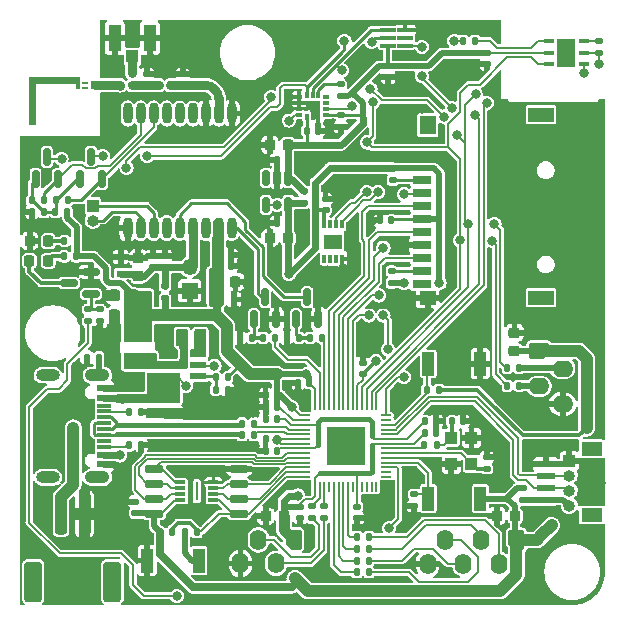
<source format=gbr>
%TF.GenerationSoftware,KiCad,Pcbnew,6.0.11+dfsg-1*%
%TF.CreationDate,2023-11-18T19:10:19+05:30*%
%TF.ProjectId,c3rl-at-r-beta-2,6333726c-2d61-4742-9d72-2d626574612d,rev?*%
%TF.SameCoordinates,Original*%
%TF.FileFunction,Copper,L1,Top*%
%TF.FilePolarity,Positive*%
%FSLAX46Y46*%
G04 Gerber Fmt 4.6, Leading zero omitted, Abs format (unit mm)*
G04 Created by KiCad (PCBNEW 6.0.11+dfsg-1) date 2023-11-18 19:10:19*
%MOMM*%
%LPD*%
G01*
G04 APERTURE LIST*
G04 Aperture macros list*
%AMRoundRect*
0 Rectangle with rounded corners*
0 $1 Rounding radius*
0 $2 $3 $4 $5 $6 $7 $8 $9 X,Y pos of 4 corners*
0 Add a 4 corners polygon primitive as box body*
4,1,4,$2,$3,$4,$5,$6,$7,$8,$9,$2,$3,0*
0 Add four circle primitives for the rounded corners*
1,1,$1+$1,$2,$3*
1,1,$1+$1,$4,$5*
1,1,$1+$1,$6,$7*
1,1,$1+$1,$8,$9*
0 Add four rect primitives between the rounded corners*
20,1,$1+$1,$2,$3,$4,$5,0*
20,1,$1+$1,$4,$5,$6,$7,0*
20,1,$1+$1,$6,$7,$8,$9,0*
20,1,$1+$1,$8,$9,$2,$3,0*%
%AMFreePoly0*
4,1,22,0.145671,0.855970,0.226777,0.801777,0.626777,0.401777,0.680970,0.320671,0.700000,0.225000,0.700000,-0.625000,0.680970,-0.720671,0.626777,-0.801777,0.545671,-0.855970,0.450000,-0.875000,-0.450000,-0.875000,-0.545671,-0.855970,-0.626777,-0.801777,-0.680970,-0.720671,-0.700000,-0.625000,-0.700000,0.625000,-0.680970,0.720671,-0.626777,0.801777,-0.545671,0.855970,-0.450000,0.875000,
0.050000,0.875000,0.145671,0.855970,0.145671,0.855970,$1*%
G04 Aperture macros list end*
%TA.AperFunction,EtchedComponent*%
%ADD10C,0.120000*%
%TD*%
%TA.AperFunction,SMDPad,CuDef*%
%ADD11RoundRect,0.150000X0.150000X-0.587500X0.150000X0.587500X-0.150000X0.587500X-0.150000X-0.587500X0*%
%TD*%
%TA.AperFunction,SMDPad,CuDef*%
%ADD12RoundRect,0.135000X0.185000X-0.135000X0.185000X0.135000X-0.185000X0.135000X-0.185000X-0.135000X0*%
%TD*%
%TA.AperFunction,SMDPad,CuDef*%
%ADD13RoundRect,0.135000X-0.135000X-0.185000X0.135000X-0.185000X0.135000X0.185000X-0.135000X0.185000X0*%
%TD*%
%TA.AperFunction,SMDPad,CuDef*%
%ADD14RoundRect,0.135000X0.135000X0.185000X-0.135000X0.185000X-0.135000X-0.185000X0.135000X-0.185000X0*%
%TD*%
%TA.AperFunction,SMDPad,CuDef*%
%ADD15RoundRect,0.147500X0.147500X0.172500X-0.147500X0.172500X-0.147500X-0.172500X0.147500X-0.172500X0*%
%TD*%
%TA.AperFunction,SMDPad,CuDef*%
%ADD16R,1.000000X2.000000*%
%TD*%
%TA.AperFunction,SMDPad,CuDef*%
%ADD17RoundRect,0.225000X-0.225000X-0.250000X0.225000X-0.250000X0.225000X0.250000X-0.225000X0.250000X0*%
%TD*%
%TA.AperFunction,SMDPad,CuDef*%
%ADD18R,1.340000X0.590000*%
%TD*%
%TA.AperFunction,ComponentPad*%
%ADD19FreePoly0,270.000000*%
%TD*%
%TA.AperFunction,ComponentPad*%
%ADD20O,1.750000X1.400000*%
%TD*%
%TA.AperFunction,SMDPad,CuDef*%
%ADD21RoundRect,0.140000X-0.140000X-0.170000X0.140000X-0.170000X0.140000X0.170000X-0.140000X0.170000X0*%
%TD*%
%TA.AperFunction,SMDPad,CuDef*%
%ADD22RoundRect,0.250000X-0.250000X-1.500000X0.250000X-1.500000X0.250000X1.500000X-0.250000X1.500000X0*%
%TD*%
%TA.AperFunction,SMDPad,CuDef*%
%ADD23RoundRect,0.250001X-0.499999X-1.449999X0.499999X-1.449999X0.499999X1.449999X-0.499999X1.449999X0*%
%TD*%
%TA.AperFunction,ComponentPad*%
%ADD24R,1.350000X1.350000*%
%TD*%
%TA.AperFunction,ComponentPad*%
%ADD25O,1.350000X1.350000*%
%TD*%
%TA.AperFunction,SMDPad,CuDef*%
%ADD26RoundRect,0.225000X0.225000X0.250000X-0.225000X0.250000X-0.225000X-0.250000X0.225000X-0.250000X0*%
%TD*%
%TA.AperFunction,SMDPad,CuDef*%
%ADD27RoundRect,0.140000X0.140000X0.170000X-0.140000X0.170000X-0.140000X-0.170000X0.140000X-0.170000X0*%
%TD*%
%TA.AperFunction,SMDPad,CuDef*%
%ADD28R,0.350000X0.800000*%
%TD*%
%TA.AperFunction,ComponentPad*%
%ADD29C,0.400000*%
%TD*%
%TA.AperFunction,SMDPad,CuDef*%
%ADD30R,0.600000X0.260000*%
%TD*%
%TA.AperFunction,SMDPad,CuDef*%
%ADD31R,0.600000X0.700000*%
%TD*%
%TA.AperFunction,SMDPad,CuDef*%
%ADD32O,0.800000X1.800000*%
%TD*%
%TA.AperFunction,SMDPad,CuDef*%
%ADD33RoundRect,0.135000X-0.185000X0.135000X-0.185000X-0.135000X0.185000X-0.135000X0.185000X0.135000X0*%
%TD*%
%TA.AperFunction,SMDPad,CuDef*%
%ADD34RoundRect,0.025600X-0.594400X-0.134400X0.594400X-0.134400X0.594400X0.134400X-0.594400X0.134400X0*%
%TD*%
%TA.AperFunction,SMDPad,CuDef*%
%ADD35R,0.900000X0.300000*%
%TD*%
%TA.AperFunction,SMDPad,CuDef*%
%ADD36R,0.250000X1.650000*%
%TD*%
%TA.AperFunction,ComponentPad*%
%ADD37R,1.000000X1.000000*%
%TD*%
%TA.AperFunction,ComponentPad*%
%ADD38O,1.000000X1.000000*%
%TD*%
%TA.AperFunction,SMDPad,CuDef*%
%ADD39RoundRect,0.140000X0.170000X-0.140000X0.170000X0.140000X-0.170000X0.140000X-0.170000X-0.140000X0*%
%TD*%
%TA.AperFunction,SMDPad,CuDef*%
%ADD40RoundRect,0.140000X-0.170000X0.140000X-0.170000X-0.140000X0.170000X-0.140000X0.170000X0.140000X0*%
%TD*%
%TA.AperFunction,ComponentPad*%
%ADD41FreePoly0,180.000000*%
%TD*%
%TA.AperFunction,ComponentPad*%
%ADD42O,1.400000X1.750000*%
%TD*%
%TA.AperFunction,SMDPad,CuDef*%
%ADD43R,0.300000X0.750000*%
%TD*%
%TA.AperFunction,SMDPad,CuDef*%
%ADD44R,1.500000X1.300000*%
%TD*%
%TA.AperFunction,SMDPad,CuDef*%
%ADD45RoundRect,0.218750X-0.218750X-0.256250X0.218750X-0.256250X0.218750X0.256250X-0.218750X0.256250X0*%
%TD*%
%TA.AperFunction,SMDPad,CuDef*%
%ADD46RoundRect,0.225000X-0.250000X0.225000X-0.250000X-0.225000X0.250000X-0.225000X0.250000X0.225000X0*%
%TD*%
%TA.AperFunction,SMDPad,CuDef*%
%ADD47R,1.600000X0.700000*%
%TD*%
%TA.AperFunction,SMDPad,CuDef*%
%ADD48R,1.400000X1.200000*%
%TD*%
%TA.AperFunction,SMDPad,CuDef*%
%ADD49R,2.200000X1.200000*%
%TD*%
%TA.AperFunction,SMDPad,CuDef*%
%ADD50R,1.400000X1.600000*%
%TD*%
%TA.AperFunction,SMDPad,CuDef*%
%ADD51RoundRect,0.225000X0.250000X-0.225000X0.250000X0.225000X-0.250000X0.225000X-0.250000X-0.225000X0*%
%TD*%
%TA.AperFunction,SMDPad,CuDef*%
%ADD52RoundRect,0.150000X-0.150000X0.512500X-0.150000X-0.512500X0.150000X-0.512500X0.150000X0.512500X0*%
%TD*%
%TA.AperFunction,SMDPad,CuDef*%
%ADD53RoundRect,0.050000X0.050000X-0.387500X0.050000X0.387500X-0.050000X0.387500X-0.050000X-0.387500X0*%
%TD*%
%TA.AperFunction,SMDPad,CuDef*%
%ADD54RoundRect,0.050000X0.387500X-0.050000X0.387500X0.050000X-0.387500X0.050000X-0.387500X-0.050000X0*%
%TD*%
%TA.AperFunction,SMDPad,CuDef*%
%ADD55R,3.200000X3.200000*%
%TD*%
%TA.AperFunction,SMDPad,CuDef*%
%ADD56RoundRect,0.150000X0.650000X0.150000X-0.650000X0.150000X-0.650000X-0.150000X0.650000X-0.150000X0*%
%TD*%
%TA.AperFunction,SMDPad,CuDef*%
%ADD57R,1.100000X2.250000*%
%TD*%
%TA.AperFunction,SMDPad,CuDef*%
%ADD58R,1.050000X1.100000*%
%TD*%
%TA.AperFunction,SMDPad,CuDef*%
%ADD59R,1.550000X0.600000*%
%TD*%
%TA.AperFunction,SMDPad,CuDef*%
%ADD60R,1.800000X1.200000*%
%TD*%
%TA.AperFunction,SMDPad,CuDef*%
%ADD61R,0.610000X0.350000*%
%TD*%
%TA.AperFunction,SMDPad,CuDef*%
%ADD62R,0.350000X0.610000*%
%TD*%
%TA.AperFunction,SMDPad,CuDef*%
%ADD63R,0.812800X0.406400*%
%TD*%
%TA.AperFunction,SMDPad,CuDef*%
%ADD64R,1.600200X2.489200*%
%TD*%
%TA.AperFunction,SMDPad,CuDef*%
%ADD65RoundRect,0.150000X0.587500X0.150000X-0.587500X0.150000X-0.587500X-0.150000X0.587500X-0.150000X0*%
%TD*%
%TA.AperFunction,SMDPad,CuDef*%
%ADD66R,0.980000X1.100000*%
%TD*%
%TA.AperFunction,SMDPad,CuDef*%
%ADD67R,1.150000X0.600000*%
%TD*%
%TA.AperFunction,SMDPad,CuDef*%
%ADD68R,1.150000X0.300000*%
%TD*%
%TA.AperFunction,ComponentPad*%
%ADD69O,2.100000X1.050000*%
%TD*%
%TA.AperFunction,ComponentPad*%
%ADD70O,2.000000X1.000000*%
%TD*%
%TA.AperFunction,SMDPad,CuDef*%
%ADD71R,0.700000X0.600000*%
%TD*%
%TA.AperFunction,ViaPad*%
%ADD72C,0.800000*%
%TD*%
%TA.AperFunction,ViaPad*%
%ADD73C,0.450000*%
%TD*%
%TA.AperFunction,Conductor*%
%ADD74C,0.250000*%
%TD*%
%TA.AperFunction,Conductor*%
%ADD75C,0.200000*%
%TD*%
%TA.AperFunction,Conductor*%
%ADD76C,0.500000*%
%TD*%
%TA.AperFunction,Conductor*%
%ADD77C,0.600000*%
%TD*%
%TA.AperFunction,Conductor*%
%ADD78C,0.700000*%
%TD*%
%TA.AperFunction,Conductor*%
%ADD79C,1.000000*%
%TD*%
%TA.AperFunction,Conductor*%
%ADD80C,0.300000*%
%TD*%
%TA.AperFunction,Conductor*%
%ADD81C,0.400000*%
%TD*%
%TA.AperFunction,Conductor*%
%ADD82C,0.900000*%
%TD*%
%TA.AperFunction,Conductor*%
%ADD83C,0.450000*%
%TD*%
%TA.AperFunction,Conductor*%
%ADD84C,0.127000*%
%TD*%
%TA.AperFunction,Conductor*%
%ADD85C,0.800000*%
%TD*%
G04 APERTURE END LIST*
D10*
%TO.C,ANT1*%
X78250000Y-80570000D02*
X74000000Y-80570000D01*
X74000000Y-80570000D02*
X74000000Y-80070000D01*
X74000000Y-80070000D02*
X78250000Y-80070000D01*
X78250000Y-80070000D02*
X78250000Y-80570000D01*
G36*
X78250000Y-80570000D02*
G01*
X74000000Y-80570000D01*
X74000000Y-80070000D01*
X78250000Y-80070000D01*
X78250000Y-80570000D01*
G37*
X74500000Y-80370000D02*
X74000000Y-80370000D01*
X74000000Y-80370000D02*
X74000000Y-84020000D01*
X74000000Y-84020000D02*
X74500000Y-84020000D01*
X74500000Y-84020000D02*
X74500000Y-80370000D01*
G36*
X74500000Y-80370000D02*
G01*
X74000000Y-80370000D01*
X74000000Y-84020000D01*
X74500000Y-84020000D01*
X74500000Y-80370000D01*
G37*
%TD*%
D11*
%TO.P,Q5,1,B*%
%TO.N,Net-(Q5-Pad1)*%
X96600000Y-100570000D03*
%TO.P,Q5,2,E*%
%TO.N,GND*%
X98500000Y-100570000D03*
%TO.P,Q5,3,C*%
%TO.N,/LC_STANDBY*%
X97550000Y-98695000D03*
%TD*%
D12*
%TO.P,R39,1*%
%TO.N,/LC_RF*%
X82750000Y-80770000D03*
%TO.P,R39,2*%
%TO.N,Net-(J6-Pad3)*%
X82750000Y-79750000D03*
%TD*%
D13*
%TO.P,R21,1*%
%TO.N,GND*%
X78890000Y-103812500D03*
%TO.P,R21,2*%
%TO.N,Net-(J1-PadS1)*%
X79910000Y-103812500D03*
%TD*%
D11*
%TO.P,Q3,1,G*%
%TO.N,+2V8*%
X78300000Y-88687500D03*
%TO.P,Q3,2,S*%
%TO.N,/I2C_SDA_2V8*%
X80200000Y-88687500D03*
%TO.P,Q3,3,D*%
%TO.N,/I2C_SDA*%
X79250000Y-86812500D03*
%TD*%
D13*
%TO.P,R27,1*%
%TO.N,Net-(Q5-Pad1)*%
X97810000Y-102142500D03*
%TO.P,R27,2*%
%TO.N,/RP_LC_STANDBY*%
X98830000Y-102142500D03*
%TD*%
D14*
%TO.P,R34,1*%
%TO.N,Net-(J3-Pad2)*%
X115510000Y-104700000D03*
%TO.P,R34,2*%
%TO.N,/I2C_SDA*%
X114490000Y-104700000D03*
%TD*%
D13*
%TO.P,R38,1*%
%TO.N,Net-(R37-Pad2)*%
X89790000Y-106540000D03*
%TO.P,R38,2*%
%TO.N,GND*%
X90810000Y-106540000D03*
%TD*%
D15*
%TO.P,L1,1,1*%
%TO.N,/LC_RF_IN*%
X85970000Y-80770000D03*
%TO.P,L1,2,2*%
%TO.N,/LC_RF*%
X85000000Y-80770000D03*
%TD*%
D16*
%TO.P,SW1,1,1*%
%TO.N,/ACT_PIN*%
X107800000Y-115750000D03*
%TO.P,SW1,2,2*%
%TO.N,+3V3*%
X112200000Y-115750000D03*
%TD*%
D17*
%TO.P,C29,1*%
%TO.N,GND*%
X94025000Y-117200000D03*
%TO.P,C29,2*%
%TO.N,+3V3*%
X95575000Y-117200000D03*
%TD*%
D18*
%TO.P,U6,1,GND*%
%TO.N,GND*%
X85925000Y-103520000D03*
%TO.P,U6,2,SW*%
%TO.N,Net-(C32-Pad2)*%
X85925000Y-104470000D03*
%TO.P,U6,3,VIN*%
%TO.N,/VIN*%
X85925000Y-105420000D03*
%TO.P,U6,4,FB*%
%TO.N,Net-(R37-Pad2)*%
X88305000Y-105420000D03*
%TO.P,U6,5,EN*%
%TO.N,/VIN*%
X88305000Y-104470000D03*
%TO.P,U6,6,BST*%
%TO.N,Net-(C32-Pad1)*%
X88305000Y-103520000D03*
%TD*%
D19*
%TO.P,J3,1,Pin_1*%
%TO.N,+3V3*%
X117175000Y-103250000D03*
D20*
%TO.P,J3,2,Pin_2*%
%TO.N,Net-(J3-Pad2)*%
X119175000Y-104750000D03*
%TO.P,J3,3,Pin_3*%
%TO.N,Net-(J3-Pad3)*%
X117175000Y-106250000D03*
%TO.P,J3,4,Pin_4*%
%TO.N,GND*%
X119175000Y-107750000D03*
%TD*%
D21*
%TO.P,C3,1*%
%TO.N,+3V3*%
X90120000Y-95100000D03*
%TO.P,C3,2*%
%TO.N,GND*%
X91080000Y-95100000D03*
%TD*%
D22*
%TO.P,J10,1,Pin_1*%
%TO.N,/VIN*%
X76700000Y-117050000D03*
%TO.P,J10,2,Pin_2*%
%TO.N,GND*%
X78700000Y-117050000D03*
D23*
%TO.P,J10,MP*%
%TO.N,N/C*%
X74350000Y-122800000D03*
X81050000Y-122800000D03*
%TD*%
D24*
%TO.P,J11,1,Pin_1*%
%TO.N,GND*%
X87600000Y-98150000D03*
D25*
%TO.P,J11,2,Pin_2*%
%TO.N,/LC_V_BCKP*%
X87600000Y-96150000D03*
%TD*%
D13*
%TO.P,R11,1*%
%TO.N,Net-(R11-Pad1)*%
X101760000Y-120000000D03*
%TO.P,R11,2*%
%TO.N,/RP_SPI0_CS*%
X102780000Y-120000000D03*
%TD*%
D26*
%TO.P,C34,1*%
%TO.N,+3V3*%
X82775000Y-98550000D03*
%TO.P,C34,2*%
%TO.N,GND*%
X81225000Y-98550000D03*
%TD*%
D27*
%TO.P,C6,1*%
%TO.N,+1V1*%
X94980000Y-109000000D03*
%TO.P,C6,2*%
%TO.N,GND*%
X94020000Y-109000000D03*
%TD*%
D28*
%TO.P,ANT1,1,RADIATOR_ELECTRODE*%
%TO.N,unconnected-(ANT1-Pad1)*%
X78125000Y-80770000D03*
D29*
%TO.P,ANT1,2*%
%TO.N,N/C*%
X74250000Y-83270000D03*
X74250000Y-82270000D03*
X74250000Y-80320000D03*
X76500000Y-80320000D03*
X77650000Y-80320000D03*
X75400000Y-80320000D03*
X74250000Y-81220000D03*
D28*
%TO.P,ANT1,4,FEED_POINT*%
%TO.N,Net-(ANT1-Pad4)*%
X79375000Y-80770000D03*
D30*
%TO.P,ANT1,D1,DUMMY_PAD_1*%
%TO.N,unconnected-(ANT1-PadD1)*%
X78750000Y-80535000D03*
%TO.P,ANT1,D2,DUMMY_PAD_2*%
%TO.N,unconnected-(ANT1-PadD2)*%
X78750000Y-81005000D03*
%TD*%
D31*
%TO.P,D4,1,K*%
%TO.N,+3V3*%
X89950000Y-98900000D03*
%TO.P,D4,2,A*%
%TO.N,GND*%
X91350000Y-98900000D03*
%TD*%
D32*
%TO.P,U1,1,GND*%
%TO.N,GND*%
X82350000Y-92850000D03*
%TO.P,U1,2,TXD1*%
%TO.N,/LC_TX*%
X83450000Y-92850000D03*
%TO.P,U1,3,RXD1*%
%TO.N,/LC_RX*%
X84550000Y-92850000D03*
%TO.P,U1,4,1PPS*%
%TO.N,unconnected-(U1-Pad4)*%
X85650000Y-92850000D03*
%TO.P,U1,5,STANDBY*%
%TO.N,/LC_STANDBY*%
X86750000Y-92850000D03*
%TO.P,U1,6,V_BCKP*%
%TO.N,/LC_V_BCKP*%
X87850000Y-92850000D03*
%TO.P,U1,7*%
%TO.N,N/C*%
X88950000Y-92850000D03*
%TO.P,U1,8,VCC*%
%TO.N,+3V3*%
X90050000Y-92850000D03*
%TO.P,U1,9,RESET*%
%TO.N,/LC_RESET*%
X91150000Y-92850000D03*
%TO.P,U1,10,GND*%
%TO.N,GND*%
X91150000Y-83150000D03*
%TO.P,U1,11,RF_IN*%
%TO.N,/LC_RF_IN*%
X90050000Y-83150000D03*
%TO.P,U1,12,GND*%
%TO.N,GND*%
X88950000Y-83150000D03*
%TO.P,U1,13,ANTON*%
%TO.N,unconnected-(U1-Pad13)*%
X87850000Y-83150000D03*
%TO.P,U1,14,VCC_RF*%
%TO.N,unconnected-(U1-Pad14)*%
X86750000Y-83150000D03*
%TO.P,U1,15*%
%TO.N,N/C*%
X85650000Y-83150000D03*
%TO.P,U1,16,I2C_SDA*%
%TO.N,/I2C_SDA_2V8*%
X84550000Y-83150000D03*
%TO.P,U1,17,I2C_SCL*%
%TO.N,/I2C_SCL_2V8*%
X83450000Y-83150000D03*
%TO.P,U1,18,FORCE_ON*%
%TO.N,unconnected-(U1-Pad18)*%
X82350000Y-83150000D03*
%TD*%
D33*
%TO.P,R33,1*%
%TO.N,+3V3*%
X115800000Y-114890000D03*
%TO.P,R33,2*%
%TO.N,Net-(J8-Pad1)*%
X115800000Y-115910000D03*
%TD*%
D11*
%TO.P,Q2,1,B*%
%TO.N,Net-(Q2-Pad1)*%
X93050000Y-100570000D03*
%TO.P,Q2,2,E*%
%TO.N,GND*%
X94950000Y-100570000D03*
%TO.P,Q2,3,C*%
%TO.N,/LC_RESET*%
X94000000Y-98695000D03*
%TD*%
D34*
%TO.P,U7,1,SCL*%
%TO.N,/I2C_SCL*%
X104355000Y-76100000D03*
%TO.P,U7,2,SDA*%
%TO.N,/I2C_SDA*%
X104355000Y-76750000D03*
%TO.P,U7,3,VDD*%
%TO.N,/VDD_APDS*%
X104355000Y-77400000D03*
%TO.P,U7,4,INT*%
%TO.N,/APDS_INT*%
X105845000Y-77400000D03*
%TO.P,U7,5*%
%TO.N,N/C*%
X105845000Y-76750000D03*
%TO.P,U7,6,GND*%
%TO.N,GND*%
X105845000Y-76100000D03*
%TD*%
D35*
%TO.P,IC1,1,~{CS}*%
%TO.N,/RP_QSPI_SS_N*%
X89600000Y-115887500D03*
%TO.P,IC1,2,DO(IO1)*%
%TO.N,/RP_QSPI_SD1*%
X89600000Y-115387500D03*
%TO.P,IC1,3,IO2*%
%TO.N,/RP_QSPI_SD2*%
X89600000Y-114887500D03*
%TO.P,IC1,4,GND*%
%TO.N,GND*%
X89600000Y-114387500D03*
%TO.P,IC1,5,DI(IO0)*%
%TO.N,/RP_QSPI_SD0*%
X86800000Y-114387500D03*
%TO.P,IC1,6,CLK*%
%TO.N,/RP_QSPI_SCLK*%
X86800000Y-114887500D03*
%TO.P,IC1,7,IO3*%
%TO.N,/RP_QSPI_SD3*%
X86800000Y-115387500D03*
%TO.P,IC1,8,VCC*%
%TO.N,+3V3*%
X86800000Y-115887500D03*
D36*
%TO.P,IC1,9,EP*%
%TO.N,unconnected-(IC1-Pad9)*%
X88200000Y-115137500D03*
%TD*%
D37*
%TO.P,J9,1,Pin_1*%
%TO.N,GND*%
X119750000Y-112550000D03*
D38*
%TO.P,J9,2,Pin_2*%
%TO.N,/RP_SWD*%
X119750000Y-113820000D03*
%TO.P,J9,3,Pin_3*%
%TO.N,/RP_SWCLK*%
X119750000Y-115090000D03*
%TO.P,J9,4,Pin_4*%
%TO.N,Net-(J8-Pad1)*%
X119750000Y-116360000D03*
%TD*%
D21*
%TO.P,C2,1*%
%TO.N,+3V3*%
X90120000Y-96100000D03*
%TO.P,C2,2*%
%TO.N,GND*%
X91080000Y-96100000D03*
%TD*%
D27*
%TO.P,C9,1*%
%TO.N,+3V3*%
X97730000Y-106000000D03*
%TO.P,C9,2*%
%TO.N,GND*%
X96770000Y-106000000D03*
%TD*%
%TO.P,C13,1*%
%TO.N,GND*%
X110740000Y-109200000D03*
%TO.P,C13,2*%
%TO.N,Net-(C13-Pad2)*%
X109780000Y-109200000D03*
%TD*%
D39*
%TO.P,C22,1*%
%TO.N,GND*%
X104400000Y-80100000D03*
%TO.P,C22,2*%
%TO.N,/VDD_APDS*%
X104400000Y-79140000D03*
%TD*%
D40*
%TO.P,C17,1*%
%TO.N,+3V3*%
X96950000Y-116432500D03*
%TO.P,C17,2*%
%TO.N,GND*%
X96950000Y-117392500D03*
%TD*%
%TO.P,C20,1*%
%TO.N,GND*%
X83000000Y-116020000D03*
%TO.P,C20,2*%
%TO.N,+3V3*%
X83000000Y-116980000D03*
%TD*%
D41*
%TO.P,J2,1,Pin_1*%
%TO.N,+3V3*%
X96400000Y-119250000D03*
D42*
%TO.P,J2,2,Pin_2*%
%TO.N,/RP_UART0_RX*%
X94900000Y-121250000D03*
%TO.P,J2,3,Pin_3*%
%TO.N,/RP_UART0_TX*%
X93400000Y-119250000D03*
%TO.P,J2,4,Pin_4*%
%TO.N,GND*%
X91900000Y-121250000D03*
%TD*%
D33*
%TO.P,R13,1*%
%TO.N,Net-(R13-Pad1)*%
X100400000Y-80690000D03*
%TO.P,R13,2*%
%TO.N,/VDD_APDS*%
X100400000Y-81710000D03*
%TD*%
%TO.P,R7,1*%
%TO.N,Net-(R7-Pad1)*%
X97950000Y-116402500D03*
%TO.P,R7,2*%
%TO.N,/RP_UART0_TX*%
X97950000Y-117422500D03*
%TD*%
D12*
%TO.P,R2,1*%
%TO.N,GND*%
X80000000Y-100760000D03*
%TO.P,R2,2*%
%TO.N,Net-(Q1-Pad1)*%
X80000000Y-99740000D03*
%TD*%
D41*
%TO.P,J4,1,Pin_1*%
%TO.N,+3V3*%
X115250000Y-119275000D03*
D42*
%TO.P,J4,2,Pin_2*%
%TO.N,/RP_SPI0_CLK*%
X113750000Y-121275000D03*
%TO.P,J4,3,Pin_3*%
%TO.N,/RP_SPI0_CS*%
X112250000Y-119275000D03*
%TO.P,J4,4,Pin_4*%
%TO.N,/RP_SPI0_MISO*%
X110750000Y-121275000D03*
%TO.P,J4,5,Pin_5*%
%TO.N,/RP_SPI0_MOSI*%
X109250000Y-119275000D03*
%TO.P,J4,6,Pin_6*%
%TO.N,GND*%
X107750000Y-121275000D03*
%TD*%
D12*
%TO.P,R29,1*%
%TO.N,+3V3*%
X97250000Y-90760000D03*
%TO.P,R29,2*%
%TO.N,/VDD_APDS*%
X97250000Y-89740000D03*
%TD*%
D14*
%TO.P,R37,1*%
%TO.N,+3V3*%
X90810000Y-105500000D03*
%TO.P,R37,2*%
%TO.N,Net-(R37-Pad2)*%
X89790000Y-105500000D03*
%TD*%
D26*
%TO.P,C32,1*%
%TO.N,Net-(C32-Pad1)*%
X88525000Y-101900000D03*
%TO.P,C32,2*%
%TO.N,Net-(C32-Pad2)*%
X86975000Y-101900000D03*
%TD*%
D27*
%TO.P,C37,1*%
%TO.N,+3V3*%
X95930000Y-92400000D03*
%TO.P,C37,2*%
%TO.N,GND*%
X94970000Y-92400000D03*
%TD*%
D39*
%TO.P,C35,1*%
%TO.N,/LC_V_BCKP*%
X84500000Y-96170000D03*
%TO.P,C35,2*%
%TO.N,GND*%
X84500000Y-95210000D03*
%TD*%
D17*
%TO.P,C1,1*%
%TO.N,+3V3*%
X89925000Y-97400000D03*
%TO.P,C1,2*%
%TO.N,GND*%
X91475000Y-97400000D03*
%TD*%
D13*
%TO.P,R26,1*%
%TO.N,+2V8*%
X74230000Y-90500000D03*
%TO.P,R26,2*%
%TO.N,/I2C_SCL_2V8*%
X75250000Y-90500000D03*
%TD*%
D14*
%TO.P,R24,1*%
%TO.N,+2V8*%
X75250000Y-91500000D03*
%TO.P,R24,2*%
%TO.N,GND*%
X74230000Y-91500000D03*
%TD*%
D21*
%TO.P,C4,1*%
%TO.N,+1V1*%
X107510000Y-109200000D03*
%TO.P,C4,2*%
%TO.N,GND*%
X108470000Y-109200000D03*
%TD*%
D13*
%TO.P,R12,1*%
%TO.N,Net-(R12-Pad1)*%
X101760000Y-119000000D03*
%TO.P,R12,2*%
%TO.N,/RP_SPI0_CLK*%
X102780000Y-119000000D03*
%TD*%
%TO.P,R25,1*%
%TO.N,+2V8*%
X76240000Y-90500000D03*
%TO.P,R25,2*%
%TO.N,/I2C_SDA_2V8*%
X77260000Y-90500000D03*
%TD*%
D39*
%TO.P,C36,1*%
%TO.N,/LC_V_BCKP*%
X85500000Y-96170000D03*
%TO.P,C36,2*%
%TO.N,GND*%
X85500000Y-95210000D03*
%TD*%
D43*
%TO.P,U5,1*%
%TO.N,N/C*%
X99000000Y-95450000D03*
%TO.P,U5,2*%
X99500000Y-95450000D03*
%TO.P,U5,3*%
X100000000Y-95450000D03*
%TO.P,U5,4,GND*%
%TO.N,GND*%
X100500000Y-95450000D03*
%TO.P,U5,5,SDA*%
%TO.N,/I2C_SDA*%
X100500000Y-92550000D03*
%TO.P,U5,6,SCL*%
%TO.N,/I2C_SCL*%
X100000000Y-92550000D03*
%TO.P,U5,7*%
%TO.N,N/C*%
X99500000Y-92550000D03*
%TO.P,U5,8,VCC*%
%TO.N,+3V3*%
X99000000Y-92550000D03*
D44*
%TO.P,U5,9,EP*%
%TO.N,unconnected-(U5-Pad9)*%
X99750000Y-94000000D03*
%TD*%
D45*
%TO.P,D1,1,K*%
%TO.N,GND*%
X74047500Y-93940000D03*
%TO.P,D1,2,A*%
%TO.N,Net-(D1-Pad2)*%
X75622500Y-93940000D03*
%TD*%
D27*
%TO.P,C40,1*%
%TO.N,/VDD_APDS*%
X95930000Y-87100000D03*
%TO.P,C40,2*%
%TO.N,GND*%
X94970000Y-87100000D03*
%TD*%
%TO.P,C14,1*%
%TO.N,+3V3*%
X94980000Y-110750000D03*
%TO.P,C14,2*%
%TO.N,GND*%
X94020000Y-110750000D03*
%TD*%
%TO.P,C8,1*%
%TO.N,+3V3*%
X94980000Y-107000000D03*
%TO.P,C8,2*%
%TO.N,GND*%
X94020000Y-107000000D03*
%TD*%
D40*
%TO.P,C27,1*%
%TO.N,GND*%
X83990000Y-79810000D03*
%TO.P,C27,2*%
%TO.N,/LC_RF*%
X83990000Y-80770000D03*
%TD*%
D33*
%TO.P,R17,1*%
%TO.N,/ACT_PIN*%
X106600000Y-115380000D03*
%TO.P,R17,2*%
%TO.N,GND*%
X106600000Y-116400000D03*
%TD*%
D14*
%TO.P,R23,1*%
%TO.N,+3V3*%
X77250000Y-91500000D03*
%TO.P,R23,2*%
%TO.N,+2V8*%
X76230000Y-91500000D03*
%TD*%
D27*
%TO.P,C15,1*%
%TO.N,+3V3*%
X104680000Y-92200000D03*
%TO.P,C15,2*%
%TO.N,GND*%
X103720000Y-92200000D03*
%TD*%
D14*
%TO.P,R20,1*%
%TO.N,GND*%
X83510000Y-111250000D03*
%TO.P,R20,2*%
%TO.N,Net-(J1-PadB5)*%
X82490000Y-111250000D03*
%TD*%
D27*
%TO.P,C5,1*%
%TO.N,+1V1*%
X94980000Y-111762500D03*
%TO.P,C5,2*%
%TO.N,GND*%
X94020000Y-111762500D03*
%TD*%
D46*
%TO.P,C30,1*%
%TO.N,GND*%
X115100000Y-101700000D03*
%TO.P,C30,2*%
%TO.N,+3V3*%
X115100000Y-103250000D03*
%TD*%
D27*
%TO.P,C7,1*%
%TO.N,+3V3*%
X95000000Y-108000000D03*
%TO.P,C7,2*%
%TO.N,GND*%
X94040000Y-108000000D03*
%TD*%
D21*
%TO.P,C24,1*%
%TO.N,/VDD_APDS*%
X97520000Y-84600000D03*
%TO.P,C24,2*%
%TO.N,GND*%
X98480000Y-84600000D03*
%TD*%
D13*
%TO.P,R10,1*%
%TO.N,Net-(R10-Pad1)*%
X101750000Y-121000000D03*
%TO.P,R10,2*%
%TO.N,/RP_SPI0_MISO*%
X102770000Y-121000000D03*
%TD*%
%TO.P,R14,1*%
%TO.N,Net-(Q2-Pad1)*%
X93820000Y-102132500D03*
%TO.P,R14,2*%
%TO.N,/RP_LC_RESET*%
X94840000Y-102132500D03*
%TD*%
D47*
%TO.P,J7,1,DAT2*%
%TO.N,Net-(J7-Pad1)*%
X107250000Y-88800000D03*
%TO.P,J7,2,CD/DAT3*%
%TO.N,/RP_SPI1_CS*%
X107250000Y-89900000D03*
%TO.P,J7,3,CMD*%
%TO.N,/RP_SPI1_MOSI*%
X107250000Y-91000000D03*
%TO.P,J7,4,VDD*%
%TO.N,+3V3*%
X107250000Y-92100000D03*
%TO.P,J7,5,CLK*%
%TO.N,/RP_SPI1_CLK*%
X107250000Y-93200000D03*
%TO.P,J7,6,VSS*%
%TO.N,GND*%
X107250000Y-94300000D03*
%TO.P,J7,7,DAT0*%
%TO.N,/RP_SPI1_MISO*%
X107250000Y-95400000D03*
%TO.P,J7,8,DAT1*%
%TO.N,Net-(J7-Pad8)*%
X107250000Y-96500000D03*
%TO.P,J7,9,CARD_DETECTION*%
%TO.N,unconnected-(J7-Pad9)*%
X107250000Y-97600000D03*
D48*
%TO.P,J7,10,GND*%
%TO.N,GND*%
X107750000Y-98750000D03*
D49*
%TO.P,J7,11,11*%
%TO.N,unconnected-(J7-Pad11)*%
X117350000Y-98750000D03*
%TO.P,J7,12,12*%
%TO.N,unconnected-(J7-Pad12)*%
X117350000Y-83250000D03*
D50*
%TO.P,J7,13,13*%
%TO.N,unconnected-(J7-Pad13)*%
X107750000Y-84150000D03*
%TD*%
D33*
%TO.P,R1,1*%
%TO.N,Net-(Q1-Pad1)*%
X79000000Y-99740000D03*
%TO.P,R1,2*%
%TO.N,/ACT_LED*%
X79000000Y-100760000D03*
%TD*%
%TO.P,R44,1*%
%TO.N,/LC_V_BCKP*%
X85500000Y-97790000D03*
%TO.P,R44,2*%
%TO.N,+3V3*%
X85500000Y-98810000D03*
%TD*%
D14*
%TO.P,R22,1*%
%TO.N,/LC_RF*%
X82760000Y-80785000D03*
%TO.P,R22,2*%
%TO.N,Net-(ANT1-Pad4)*%
X81740000Y-80785000D03*
%TD*%
D51*
%TO.P,C11,1*%
%TO.N,/LC_V_BCKP*%
X83250000Y-96925000D03*
%TO.P,C11,2*%
%TO.N,GND*%
X83250000Y-95375000D03*
%TD*%
D52*
%TO.P,U4,1,OUT*%
%TO.N,/VDD_APDS*%
X95950000Y-88612500D03*
%TO.P,U4,2,GND*%
%TO.N,GND*%
X95000000Y-88612500D03*
%TO.P,U4,3,~{FLG}*%
%TO.N,unconnected-(U4-Pad3)*%
X94050000Y-88612500D03*
%TO.P,U4,4,EN*%
%TO.N,/RP_SENSOR_VDD_1_EN*%
X94050000Y-90887500D03*
%TO.P,U4,5,IN*%
%TO.N,+3V3*%
X95950000Y-90887500D03*
%TD*%
D53*
%TO.P,U3,1,IOVDD*%
%TO.N,+3V3*%
X98200000Y-114750000D03*
%TO.P,U3,2,GPIO0*%
%TO.N,Net-(R7-Pad1)*%
X98600000Y-114750000D03*
%TO.P,U3,3,GPIO1*%
%TO.N,Net-(R8-Pad1)*%
X99000000Y-114750000D03*
%TO.P,U3,4,GPIO2*%
%TO.N,unconnected-(U3-Pad4)*%
X99400000Y-114750000D03*
%TO.P,U3,5,GPIO3*%
%TO.N,Net-(R9-Pad1)*%
X99800000Y-114750000D03*
%TO.P,U3,6,GPIO4*%
%TO.N,Net-(R10-Pad1)*%
X100200000Y-114750000D03*
%TO.P,U3,7,GPIO5*%
%TO.N,Net-(R11-Pad1)*%
X100600000Y-114750000D03*
%TO.P,U3,8,GPIO6*%
%TO.N,Net-(R12-Pad1)*%
X101000000Y-114750000D03*
%TO.P,U3,9,GPIO7*%
%TO.N,unconnected-(U3-Pad9)*%
X101400000Y-114750000D03*
%TO.P,U3,10,IOVDD*%
%TO.N,+3V3*%
X101800000Y-114750000D03*
%TO.P,U3,11,GPIO8*%
%TO.N,unconnected-(U3-Pad11)*%
X102200000Y-114750000D03*
%TO.P,U3,12,GPIO9*%
%TO.N,unconnected-(U3-Pad12)*%
X102600000Y-114750000D03*
%TO.P,U3,13,GPIO10*%
%TO.N,unconnected-(U3-Pad13)*%
X103000000Y-114750000D03*
%TO.P,U3,14,GPIO11*%
%TO.N,unconnected-(U3-Pad14)*%
X103400000Y-114750000D03*
D54*
%TO.P,U3,15,GPIO12*%
%TO.N,/ESP_U_SPI_INT*%
X104237500Y-113912500D03*
%TO.P,U3,16,GPIO13*%
%TO.N,/RP_ESP_CHIP_EN*%
X104237500Y-113512500D03*
%TO.P,U3,17,GPIO14*%
%TO.N,/ACT_LED*%
X104237500Y-113112500D03*
%TO.P,U3,18,GPIO15*%
%TO.N,/ACT_PIN*%
X104237500Y-112712500D03*
%TO.P,U3,19,TESTEN*%
%TO.N,GND*%
X104237500Y-112312500D03*
%TO.P,U3,20,XIN*%
%TO.N,/RP_XIN*%
X104237500Y-111912500D03*
%TO.P,U3,21,XOUT*%
%TO.N,/RP_XOUT*%
X104237500Y-111512500D03*
%TO.P,U3,22,IOVDD*%
%TO.N,+3V3*%
X104237500Y-111112500D03*
%TO.P,U3,23,DVDD*%
%TO.N,+1V1*%
X104237500Y-110712500D03*
%TO.P,U3,24,SWCLK*%
%TO.N,/RP_SWCLK*%
X104237500Y-110312500D03*
%TO.P,U3,25,SWD*%
%TO.N,/RP_SWD*%
X104237500Y-109912500D03*
%TO.P,U3,26,RUN*%
%TO.N,/RP_RUN*%
X104237500Y-109512500D03*
%TO.P,U3,27,GPIO16*%
%TO.N,unconnected-(U3-Pad27)*%
X104237500Y-109112500D03*
%TO.P,U3,28,GPIO17*%
%TO.N,/LSM_INT1*%
X104237500Y-108712500D03*
D53*
%TO.P,U3,29,GPIO18*%
%TO.N,/HDC2021_INT*%
X103400000Y-107875000D03*
%TO.P,U3,30,GPIO19*%
%TO.N,/APDS_INT*%
X103000000Y-107875000D03*
%TO.P,U3,31,GPIO20*%
%TO.N,/I2C_SDA*%
X102600000Y-107875000D03*
%TO.P,U3,32,GPIO21*%
%TO.N,/I2C_SCL*%
X102200000Y-107875000D03*
%TO.P,U3,33,IOVDD*%
%TO.N,+3V3*%
X101800000Y-107875000D03*
%TO.P,U3,34,GPIO22*%
%TO.N,/RP_SENSOR_VDD_1_EN*%
X101400000Y-107875000D03*
%TO.P,U3,35,GPIO23*%
%TO.N,/LSM_INT2*%
X101000000Y-107875000D03*
%TO.P,U3,36,GPIO24*%
%TO.N,/RP_SPI1_MISO*%
X100600000Y-107875000D03*
%TO.P,U3,37,GPIO25*%
%TO.N,/RP_SPI1_CS*%
X100200000Y-107875000D03*
%TO.P,U3,38,GPIO26_ADC0*%
%TO.N,/RP_SPI1_CLK*%
X99800000Y-107875000D03*
%TO.P,U3,39,GPIO27_ADC1*%
%TO.N,/RP_SPI1_MOSI*%
X99400000Y-107875000D03*
%TO.P,U3,40,GPIO28_ADC2*%
%TO.N,/RP_LC_STANDBY*%
X99000000Y-107875000D03*
%TO.P,U3,41,GPIO29_ADC3*%
%TO.N,/RP_LC_RESET*%
X98600000Y-107875000D03*
%TO.P,U3,42,IOVDD*%
%TO.N,+3V3*%
X98200000Y-107875000D03*
D54*
%TO.P,U3,43,ADC_AVDD*%
X97362500Y-108712500D03*
%TO.P,U3,44,VREG_IN*%
X97362500Y-109112500D03*
%TO.P,U3,45,VREG_VOUT*%
%TO.N,+1V1*%
X97362500Y-109512500D03*
%TO.P,U3,46,USB_DM*%
%TO.N,Net-(R6-Pad2)*%
X97362500Y-109912500D03*
%TO.P,U3,47,USB_DP*%
%TO.N,Net-(R5-Pad2)*%
X97362500Y-110312500D03*
%TO.P,U3,48,USB_VDD*%
%TO.N,+3V3*%
X97362500Y-110712500D03*
%TO.P,U3,49,IOVDD*%
X97362500Y-111112500D03*
%TO.P,U3,50,DVDD*%
%TO.N,+1V1*%
X97362500Y-111512500D03*
%TO.P,U3,51,QSPI_SD3*%
%TO.N,/RP_QSPI_SD3*%
X97362500Y-111912500D03*
%TO.P,U3,52,QSPI_SCLK*%
%TO.N,/RP_QSPI_SCLK*%
X97362500Y-112312500D03*
%TO.P,U3,53,QSPI_SD0*%
%TO.N,/RP_QSPI_SD0*%
X97362500Y-112712500D03*
%TO.P,U3,54,QSPI_SD2*%
%TO.N,/RP_QSPI_SD2*%
X97362500Y-113112500D03*
%TO.P,U3,55,QSPI_SD1*%
%TO.N,/RP_QSPI_SD1*%
X97362500Y-113512500D03*
%TO.P,U3,56,QSPI_SS*%
%TO.N,/RP_QSPI_SS_N*%
X97362500Y-113912500D03*
D55*
%TO.P,U3,57,GND*%
%TO.N,GND*%
X100800000Y-111312500D03*
%TD*%
D13*
%TO.P,R15,1*%
%TO.N,GND*%
X91840000Y-102132500D03*
%TO.P,R15,2*%
%TO.N,Net-(Q2-Pad1)*%
X92860000Y-102132500D03*
%TD*%
D49*
%TO.P,L2,1*%
%TO.N,Net-(C32-Pad2)*%
X83250000Y-104100000D03*
%TO.P,L2,2*%
%TO.N,+3V3*%
X83250000Y-101900000D03*
%TD*%
D13*
%TO.P,R6,1*%
%TO.N,/RP_USB_DN*%
X92020000Y-109400000D03*
%TO.P,R6,2*%
%TO.N,Net-(R6-Pad2)*%
X93040000Y-109400000D03*
%TD*%
D56*
%TO.P,U2,1,~{CS}*%
%TO.N,/RP_QSPI_SS_N*%
X91800000Y-117042500D03*
%TO.P,U2,2,DO(IO1)*%
%TO.N,/RP_QSPI_SD1*%
X91800000Y-115772500D03*
%TO.P,U2,3,IO2*%
%TO.N,/RP_QSPI_SD2*%
X91800000Y-114502500D03*
%TO.P,U2,4,GND*%
%TO.N,GND*%
X91800000Y-113232500D03*
%TO.P,U2,5,DI(IO0)*%
%TO.N,/RP_QSPI_SD0*%
X84600000Y-113232500D03*
%TO.P,U2,6,CLK*%
%TO.N,/RP_QSPI_SCLK*%
X84600000Y-114502500D03*
%TO.P,U2,7,IO3*%
%TO.N,/RP_QSPI_SD3*%
X84600000Y-115772500D03*
%TO.P,U2,8,VCC*%
%TO.N,+3V3*%
X84600000Y-117042500D03*
%TD*%
D17*
%TO.P,C38,1*%
%TO.N,GND*%
X94375000Y-93700000D03*
%TO.P,C38,2*%
%TO.N,+3V3*%
X95925000Y-93700000D03*
%TD*%
D33*
%TO.P,R31,1*%
%TO.N,+3V3*%
X104800000Y-87790000D03*
%TO.P,R31,2*%
%TO.N,Net-(J7-Pad1)*%
X104800000Y-88810000D03*
%TD*%
D14*
%TO.P,R35,1*%
%TO.N,Net-(J3-Pad3)*%
X115510000Y-106200000D03*
%TO.P,R35,2*%
%TO.N,/I2C_SCL*%
X114490000Y-106200000D03*
%TD*%
D16*
%TO.P,SW2,1,1*%
%TO.N,/RP_RUN*%
X107800000Y-104340000D03*
%TO.P,SW2,2,2*%
%TO.N,GND*%
X112200000Y-104340000D03*
%TD*%
D57*
%TO.P,J6,1,GND*%
%TO.N,GND*%
X81275000Y-76770000D03*
%TO.P,J6,2,GND*%
X84225000Y-76770000D03*
D58*
%TO.P,J6,3,SIG*%
%TO.N,Net-(J6-Pad3)*%
X82750000Y-78320000D03*
%TD*%
D51*
%TO.P,C31,1*%
%TO.N,GND*%
X86300000Y-108550000D03*
%TO.P,C31,2*%
%TO.N,/VIN*%
X86300000Y-107000000D03*
%TD*%
D13*
%TO.P,R36,1*%
%TO.N,Net-(R36-Pad1)*%
X87180000Y-118600000D03*
%TO.P,R36,2*%
%TO.N,/RP_QSPI_SS_N*%
X88200000Y-118600000D03*
%TD*%
D59*
%TO.P,J8,1,1*%
%TO.N,Net-(J8-Pad1)*%
X117750000Y-115850000D03*
%TO.P,J8,2,2*%
%TO.N,/RP_SWCLK*%
X117750000Y-114850000D03*
%TO.P,J8,3,3*%
%TO.N,/RP_SWD*%
X117750000Y-113850000D03*
%TO.P,J8,4,4*%
%TO.N,GND*%
X117750000Y-112850000D03*
D60*
%TO.P,J8,S1,SHIELD*%
%TO.N,Net-(J8-PadS1)*%
X121625000Y-117150000D03*
%TO.P,J8,S2,SHIELD*%
X121625000Y-111550000D03*
%TD*%
D13*
%TO.P,R42,1*%
%TO.N,+3V3*%
X85090000Y-118600000D03*
%TO.P,R42,2*%
%TO.N,/RP_QSPI_SS_N*%
X86110000Y-118600000D03*
%TD*%
D61*
%TO.P,U8,1,SDO/SA0*%
%TO.N,GND*%
X96840000Y-81750000D03*
%TO.P,U8,2,SDX*%
X96840000Y-82250000D03*
%TO.P,U8,3,SCX*%
X96840000Y-82750000D03*
%TO.P,U8,4,INT1*%
%TO.N,/LSM_INT1*%
X96840000Y-83250000D03*
D62*
%TO.P,U8,5,VDDIO*%
%TO.N,/VDD_APDS*%
X97500000Y-83410000D03*
%TO.P,U8,6,GND*%
%TO.N,GND*%
X98000000Y-83410000D03*
%TO.P,U8,7,GND*%
X98500000Y-83410000D03*
D61*
%TO.P,U8,8,VDD*%
%TO.N,/VDD_APDS*%
X99160000Y-83250000D03*
%TO.P,U8,9,INT2*%
%TO.N,/LSM_INT2*%
X99160000Y-82750000D03*
%TO.P,U8,10,OCS_AUX*%
%TO.N,unconnected-(U8-Pad10)*%
X99160000Y-82250000D03*
%TO.P,U8,11,SDO_AUX*%
%TO.N,unconnected-(U8-Pad11)*%
X99160000Y-81750000D03*
D62*
%TO.P,U8,12,CS*%
%TO.N,Net-(R13-Pad1)*%
X98500000Y-81590000D03*
%TO.P,U8,13,SCL*%
%TO.N,/I2C_SCL*%
X98000000Y-81590000D03*
%TO.P,U8,14,SDA*%
%TO.N,/I2C_SDA*%
X97500000Y-81590000D03*
%TD*%
D13*
%TO.P,R9,1*%
%TO.N,Net-(R9-Pad1)*%
X101750000Y-122000000D03*
%TO.P,R9,2*%
%TO.N,/RP_SPI0_MOSI*%
X102770000Y-122000000D03*
%TD*%
D17*
%TO.P,C28,1*%
%TO.N,GND*%
X113600000Y-117200000D03*
%TO.P,C28,2*%
%TO.N,+3V3*%
X115150000Y-117200000D03*
%TD*%
D37*
%TO.P,J5,1,Pin_1*%
%TO.N,/LC_RX*%
X79400000Y-90950000D03*
D38*
%TO.P,J5,2,Pin_2*%
%TO.N,/LC_TX*%
X79400000Y-92220000D03*
%TD*%
D13*
%TO.P,R19,1*%
%TO.N,Net-(J1-PadA5)*%
X82490000Y-108412500D03*
%TO.P,R19,2*%
%TO.N,GND*%
X83510000Y-108412500D03*
%TD*%
D39*
%TO.P,C10,1*%
%TO.N,+3V3*%
X102250000Y-105230000D03*
%TO.P,C10,2*%
%TO.N,GND*%
X102250000Y-104270000D03*
%TD*%
D13*
%TO.P,R5,1*%
%TO.N,/RP_USB_DP*%
X92020000Y-110400000D03*
%TO.P,R5,2*%
%TO.N,Net-(R5-Pad2)*%
X93040000Y-110400000D03*
%TD*%
D39*
%TO.P,C25,1*%
%TO.N,GND*%
X112750000Y-78980000D03*
%TO.P,C25,2*%
%TO.N,/VDD_APDS*%
X112750000Y-78020000D03*
%TD*%
D14*
%TO.P,R41,1*%
%TO.N,Net-(R41-Pad1)*%
X111760000Y-77000000D03*
%TO.P,R41,2*%
%TO.N,/HDC2021_INT*%
X110740000Y-77000000D03*
%TD*%
D40*
%TO.P,C19,1*%
%TO.N,+3V3*%
X101800000Y-116440000D03*
%TO.P,C19,2*%
%TO.N,GND*%
X101800000Y-117400000D03*
%TD*%
D45*
%TO.P,D2,1,K*%
%TO.N,Net-(D2-Pad1)*%
X74037500Y-95620000D03*
%TO.P,D2,2,A*%
%TO.N,Net-(D2-Pad2)*%
X75612500Y-95620000D03*
%TD*%
D40*
%TO.P,C16,1*%
%TO.N,GND*%
X99100000Y-90400000D03*
%TO.P,C16,2*%
%TO.N,+3V3*%
X99100000Y-91360000D03*
%TD*%
D16*
%TO.P,SW3,1,1*%
%TO.N,Net-(R36-Pad1)*%
X88400000Y-121000000D03*
%TO.P,SW3,2,2*%
%TO.N,GND*%
X84000000Y-121000000D03*
%TD*%
D63*
%TO.P,U9,1,SDA*%
%TO.N,/I2C_SDA*%
X120947800Y-79000001D03*
%TO.P,U9,2,GND*%
%TO.N,GND*%
X120947800Y-78000000D03*
%TO.P,U9,3,ADDR*%
%TO.N,Net-(R40-Pad2)*%
X120947800Y-76999999D03*
%TO.P,U9,4,DRDY*%
%TO.N,Net-(R41-Pad1)*%
X118052200Y-76999999D03*
%TO.P,U9,5,VDD*%
%TO.N,/VDD_APDS*%
X118052200Y-78000000D03*
%TO.P,U9,6,SCL*%
%TO.N,/I2C_SCL*%
X118052200Y-79000001D03*
D64*
%TO.P,U9,7,PAD*%
%TO.N,unconnected-(U9-Pad7)*%
X119500000Y-78000000D03*
%TD*%
D65*
%TO.P,Q1,1,B*%
%TO.N,Net-(Q1-Pad1)*%
X79237500Y-98450000D03*
%TO.P,Q1,2,E*%
%TO.N,GND*%
X79237500Y-96550000D03*
%TO.P,Q1,3,C*%
%TO.N,Net-(D2-Pad1)*%
X77362500Y-97500000D03*
%TD*%
D14*
%TO.P,R3,1*%
%TO.N,+3V3*%
X78020000Y-93940000D03*
%TO.P,R3,2*%
%TO.N,Net-(D1-Pad2)*%
X77000000Y-93940000D03*
%TD*%
D12*
%TO.P,R40,1*%
%TO.N,GND*%
X122250000Y-78010000D03*
%TO.P,R40,2*%
%TO.N,Net-(R40-Pad2)*%
X122250000Y-76990000D03*
%TD*%
D14*
%TO.P,R4,1*%
%TO.N,+3V3*%
X78000000Y-95250000D03*
%TO.P,R4,2*%
%TO.N,Net-(D2-Pad2)*%
X76980000Y-95250000D03*
%TD*%
D66*
%TO.P,Y1,1,1*%
%TO.N,Net-(C13-Pad2)*%
X109760000Y-110600000D03*
%TO.P,Y1,2,GND*%
%TO.N,GND*%
X109760000Y-112800000D03*
%TO.P,Y1,3,3*%
%TO.N,/RP_XIN*%
X111460000Y-112800000D03*
%TO.P,Y1,4,GND*%
%TO.N,GND*%
X111460000Y-110600000D03*
%TD*%
D13*
%TO.P,R18,1*%
%TO.N,/RP_RUN*%
X107690000Y-106540000D03*
%TO.P,R18,2*%
%TO.N,+3V3*%
X108710000Y-106540000D03*
%TD*%
D40*
%TO.P,C26,1*%
%TO.N,GND*%
X87000000Y-79810000D03*
%TO.P,C26,2*%
%TO.N,/LC_RF_IN*%
X87000000Y-80770000D03*
%TD*%
D12*
%TO.P,R32,1*%
%TO.N,+3V3*%
X104700000Y-97510000D03*
%TO.P,R32,2*%
%TO.N,Net-(J7-Pad8)*%
X104700000Y-96490000D03*
%TD*%
D33*
%TO.P,R8,1*%
%TO.N,Net-(R8-Pad1)*%
X98950000Y-116402500D03*
%TO.P,R8,2*%
%TO.N,/RP_UART0_RX*%
X98950000Y-117422500D03*
%TD*%
D51*
%TO.P,C21,1*%
%TO.N,GND*%
X84750000Y-108525000D03*
%TO.P,C21,2*%
%TO.N,/VIN*%
X84750000Y-106975000D03*
%TD*%
D67*
%TO.P,J1,A1_B12,GND*%
%TO.N,GND*%
X80355000Y-106430000D03*
%TO.P,J1,A4_B9,VBUS*%
%TO.N,/VIN*%
X80355000Y-107230000D03*
D68*
%TO.P,J1,A5,CC1*%
%TO.N,Net-(J1-PadA5)*%
X80355000Y-108380000D03*
%TO.P,J1,A6,DP1*%
%TO.N,/RP_USB_DP*%
X80355000Y-109380000D03*
%TO.P,J1,A7,DN1*%
%TO.N,/RP_USB_DN*%
X80355000Y-109880000D03*
%TO.P,J1,A8,SBU1*%
%TO.N,unconnected-(J1-PadA8)*%
X80355000Y-110880000D03*
D67*
%TO.P,J1,B1_A12,GND*%
%TO.N,GND*%
X80355000Y-112830000D03*
%TO.P,J1,B4_A9,VBUS*%
%TO.N,/VIN*%
X80355000Y-112030000D03*
D68*
%TO.P,J1,B5,CC2*%
%TO.N,Net-(J1-PadB5)*%
X80355000Y-111380000D03*
%TO.P,J1,B6,DP2*%
%TO.N,/RP_USB_DP*%
X80355000Y-110380000D03*
%TO.P,J1,B7,DN2*%
%TO.N,/RP_USB_DN*%
X80355000Y-108880000D03*
%TO.P,J1,B8,SBU2*%
%TO.N,unconnected-(J1-PadB8)*%
X80355000Y-107880000D03*
D69*
%TO.P,J1,S1,SHELL_GND*%
%TO.N,Net-(J1-PadS1)*%
X79780000Y-105310000D03*
D70*
%TO.P,J1,S2,SHELL_GND*%
X75600000Y-105310000D03*
%TO.P,J1,S3,SHELL_GND*%
X75600000Y-113950000D03*
D69*
%TO.P,J1,S4,SHELL_GND*%
X79780000Y-113950000D03*
%TD*%
D17*
%TO.P,C39,1*%
%TO.N,GND*%
X94375000Y-85800000D03*
%TO.P,C39,2*%
%TO.N,/VDD_APDS*%
X95925000Y-85800000D03*
%TD*%
D13*
%TO.P,R28,1*%
%TO.N,GND*%
X95810000Y-102142500D03*
%TO.P,R28,2*%
%TO.N,Net-(Q5-Pad1)*%
X96830000Y-102142500D03*
%TD*%
D11*
%TO.P,Q4,1,G*%
%TO.N,+2V8*%
X74550000Y-88687500D03*
%TO.P,Q4,2,S*%
%TO.N,/I2C_SCL_2V8*%
X76450000Y-88687500D03*
%TO.P,Q4,3,D*%
%TO.N,/I2C_SCL*%
X75500000Y-86812500D03*
%TD*%
D71*
%TO.P,D3,1,K*%
%TO.N,/LC_V_BCKP*%
X81750000Y-96700000D03*
%TO.P,D3,2,A*%
%TO.N,GND*%
X81750000Y-95300000D03*
%TD*%
D14*
%TO.P,R16,1*%
%TO.N,Net-(C13-Pad2)*%
X108500000Y-111200000D03*
%TO.P,R16,2*%
%TO.N,/RP_XOUT*%
X107480000Y-111200000D03*
%TD*%
D21*
%TO.P,C12,1*%
%TO.N,+3V3*%
X107510000Y-110200000D03*
%TO.P,C12,2*%
%TO.N,GND*%
X108470000Y-110200000D03*
%TD*%
D40*
%TO.P,C18,1*%
%TO.N,GND*%
X112750000Y-112270000D03*
%TO.P,C18,2*%
%TO.N,/RP_XIN*%
X112750000Y-113230000D03*
%TD*%
D39*
%TO.P,C23,1*%
%TO.N,GND*%
X100400000Y-84280000D03*
%TO.P,C23,2*%
%TO.N,/VDD_APDS*%
X100400000Y-83320000D03*
%TD*%
D26*
%TO.P,C33,1*%
%TO.N,+3V3*%
X82775000Y-100250000D03*
%TO.P,C33,2*%
%TO.N,GND*%
X81225000Y-100250000D03*
%TD*%
D72*
%TO.N,GND*%
X98250000Y-103500000D03*
X104500000Y-99250000D03*
X106500000Y-100500000D03*
X109750000Y-92250000D03*
X86500000Y-95200000D03*
X80250000Y-117250000D03*
X84500000Y-78500000D03*
X102500000Y-101750000D03*
X94000000Y-92250000D03*
X91500000Y-99750000D03*
X88900000Y-94600000D03*
X85600000Y-91000000D03*
X96500000Y-84750000D03*
X113800000Y-112200000D03*
X100500000Y-88750000D03*
X116250000Y-112750000D03*
X115000000Y-86500000D03*
X92500000Y-96000000D03*
X90250000Y-85000000D03*
X102250000Y-103500000D03*
X104250000Y-86750000D03*
X87250000Y-85000000D03*
X112250000Y-102250000D03*
X113500000Y-75750000D03*
X88750000Y-85000000D03*
X112250000Y-99250000D03*
X122000000Y-97000000D03*
X96250000Y-103000000D03*
X96500000Y-77250000D03*
X89000000Y-77250000D03*
X94750000Y-96500000D03*
X105300000Y-101800000D03*
X93500000Y-113500000D03*
X93000000Y-107000000D03*
X109750000Y-95250000D03*
X111750000Y-109250000D03*
X98750000Y-122000000D03*
X98000000Y-77250000D03*
X101750000Y-79000000D03*
X92500000Y-99000000D03*
X75000000Y-112500000D03*
X103000000Y-116250000D03*
X87000000Y-116750000D03*
X98000000Y-76000000D03*
X92250000Y-87750000D03*
X85000000Y-79750000D03*
X92750000Y-82250000D03*
X88000000Y-79750000D03*
X80800000Y-92750000D03*
X109750000Y-114000000D03*
X97750000Y-119500000D03*
X104000000Y-83000000D03*
X110750000Y-108250000D03*
X105500000Y-81250000D03*
X81800000Y-94400000D03*
X105800000Y-118000000D03*
X84750000Y-111250000D03*
X76750000Y-85500000D03*
X89000000Y-87750000D03*
X93000000Y-108500000D03*
X85500000Y-87750000D03*
X101750000Y-110500000D03*
D73*
X85000000Y-102000000D03*
D72*
X81000000Y-83250000D03*
X97250000Y-92250000D03*
X80250000Y-116000000D03*
X89000000Y-76000000D03*
X103000000Y-117500000D03*
X76500000Y-92500000D03*
X80750000Y-90000000D03*
X99750000Y-112500000D03*
X96000000Y-81750000D03*
X122000000Y-87000000D03*
X96750000Y-106750000D03*
X115000000Y-83000000D03*
X92750000Y-81000000D03*
X122200000Y-119200000D03*
X88500000Y-111250000D03*
X75500000Y-88500000D03*
X98000000Y-82500000D03*
X81750000Y-113500000D03*
X89000000Y-78500000D03*
X91250000Y-108500000D03*
X79000000Y-94250000D03*
X82000000Y-117250000D03*
X77250000Y-119500000D03*
X108500000Y-112750000D03*
X97500000Y-86750000D03*
X97750000Y-118500000D03*
X100500000Y-90250000D03*
X80800000Y-94200000D03*
X97500000Y-88250000D03*
X90250000Y-80000000D03*
X86000000Y-76000000D03*
X122000000Y-93000000D03*
X116500000Y-100500000D03*
X81000000Y-104000000D03*
X106200000Y-113600000D03*
X122000000Y-83000000D03*
X81600000Y-106000000D03*
X89500000Y-113500000D03*
X74250000Y-92500000D03*
D73*
X85750000Y-101250000D03*
D72*
X91000000Y-81000000D03*
X122000000Y-95000000D03*
D73*
X85750000Y-102750000D03*
D72*
X75250000Y-85500000D03*
X100750000Y-111500000D03*
X83200000Y-106000000D03*
X81750000Y-114750000D03*
X113750000Y-114250000D03*
X94600000Y-83800000D03*
X92250000Y-89750000D03*
X111250000Y-79750000D03*
X95000000Y-76000000D03*
X100500000Y-86750000D03*
X105500000Y-80000000D03*
X88500000Y-116750000D03*
X90250000Y-118250000D03*
X108750000Y-86750000D03*
X81250000Y-79750000D03*
X99750000Y-110500000D03*
X96500000Y-79750000D03*
X90250000Y-120000000D03*
X93500000Y-121250000D03*
X106500000Y-86750000D03*
X87500000Y-76000000D03*
X86000000Y-79750000D03*
X104500000Y-81250000D03*
X84500000Y-94400000D03*
X89700000Y-103300000D03*
X94600000Y-116200000D03*
X92500000Y-111250000D03*
X95000000Y-79750000D03*
X89250000Y-108500000D03*
X85750000Y-85000000D03*
X75200000Y-115300000D03*
X74250000Y-98250000D03*
X88500000Y-107000000D03*
X116250000Y-111750000D03*
D73*
X85000000Y-101250000D03*
D72*
X98000000Y-96250000D03*
X99500000Y-84500000D03*
X122000000Y-103000000D03*
X86500000Y-111250000D03*
X103000000Y-92250000D03*
X78250000Y-85500000D03*
X109200000Y-122000000D03*
X81000000Y-102750000D03*
X108500000Y-108250000D03*
X105750000Y-94250000D03*
X90250000Y-122000000D03*
X91250000Y-107000000D03*
X73750000Y-87000000D03*
X96500000Y-78500000D03*
X105700000Y-107600000D03*
X79750000Y-85500000D03*
X109250000Y-79500000D03*
X104250000Y-115000000D03*
X92250000Y-85750000D03*
X99500000Y-76000000D03*
X79750000Y-101500000D03*
D73*
X85750000Y-102000000D03*
D72*
X77900000Y-96500000D03*
X82000000Y-116000000D03*
X92500000Y-97750000D03*
X75000000Y-108250000D03*
X82750000Y-81750000D03*
X99500000Y-77250000D03*
X86000000Y-77250000D03*
X75000000Y-110250000D03*
X115000000Y-100500000D03*
X79750000Y-102750000D03*
X96000000Y-82750000D03*
X82000000Y-118750000D03*
X115000000Y-90500000D03*
X122000000Y-91000000D03*
X101750000Y-112500000D03*
X122250000Y-79000000D03*
X83500000Y-87750000D03*
X115000000Y-94000000D03*
X122000000Y-101000000D03*
X100600000Y-96200000D03*
X111000000Y-103750000D03*
X122400000Y-114400000D03*
X87500000Y-77250000D03*
X109750000Y-89000000D03*
X87000000Y-113500000D03*
X96500000Y-76000000D03*
X74250000Y-119750000D03*
X85000000Y-81750000D03*
X111750000Y-79000000D03*
X116500000Y-124100000D03*
X109000000Y-102300000D03*
X106600000Y-104700000D03*
X84000000Y-123000000D03*
X87500000Y-108500000D03*
X107250000Y-82750000D03*
X85500000Y-123000000D03*
X94750000Y-95000000D03*
X94000000Y-87250000D03*
X81000000Y-82000000D03*
X78000000Y-106000000D03*
X120000000Y-83000000D03*
X81250000Y-78500000D03*
X115500000Y-108500000D03*
X78000000Y-104500000D03*
X113250000Y-81000000D03*
X94000000Y-103250000D03*
X80250000Y-118750000D03*
X92500000Y-103250000D03*
X86000000Y-78500000D03*
X92000000Y-118250000D03*
X89700000Y-102100000D03*
X95900000Y-106100000D03*
X78750000Y-119500000D03*
X94000000Y-80500000D03*
X81000000Y-85500000D03*
X82750000Y-120250000D03*
X115000000Y-97500000D03*
X92500000Y-95000000D03*
X108500000Y-80000000D03*
X107250000Y-76000000D03*
X85500000Y-94400000D03*
X83300000Y-94400000D03*
X76250000Y-98250000D03*
X98600000Y-98600000D03*
X109250000Y-80750000D03*
X116500000Y-101500000D03*
D73*
X85000000Y-102750000D03*
D72*
X101250000Y-76000000D03*
X90500000Y-111250000D03*
X81000000Y-101500000D03*
X117750000Y-111750000D03*
X98000000Y-78500000D03*
X116500000Y-120600000D03*
X104000000Y-85000000D03*
X77750000Y-123000000D03*
X87500000Y-78500000D03*
X122000000Y-99000000D03*
X80800000Y-94200000D03*
X81000000Y-84500000D03*
X112750000Y-110500000D03*
X110000000Y-115750000D03*
X79200000Y-97500000D03*
X82500000Y-124000000D03*
X106600000Y-117200000D03*
X106250000Y-98750000D03*
X83500000Y-118750000D03*
X74000000Y-106500000D03*
X122000000Y-89000000D03*
X87250000Y-81750000D03*
X122000000Y-85000000D03*
X84500000Y-97500000D03*
X73750000Y-85500000D03*
X89000000Y-79750000D03*
%TO.N,+3V3*%
X105750000Y-97500000D03*
X96000000Y-96750000D03*
X95000000Y-110789500D03*
X90750000Y-101150000D03*
X103380378Y-104130378D03*
X96250000Y-108000000D03*
X118250000Y-118000000D03*
X121200000Y-108900000D03*
X96500000Y-122500000D03*
X121200000Y-109800000D03*
X96750000Y-115500000D03*
X97475000Y-105225000D03*
X117375000Y-118875000D03*
X108750000Y-97500000D03*
%TO.N,/ACT_LED*%
X104500000Y-118250000D03*
X86500000Y-124000000D03*
%TO.N,/HDC2021_INT*%
X112750000Y-82250000D03*
X110000000Y-77000000D03*
%TO.N,/RP_SPI1_CS*%
X104000000Y-94500000D03*
X105750000Y-90000000D03*
%TO.N,/RP_SENSOR_VDD_1_EN*%
X102750000Y-100250000D03*
X95000000Y-90900000D03*
%TO.N,/LSM_INT2*%
X101384668Y-82515332D03*
X103632000Y-98552000D03*
%TO.N,/LSM_INT1*%
X105720150Y-105466150D03*
X104000000Y-100250000D03*
X104390378Y-103120378D03*
X96000000Y-83750000D03*
%TO.N,/APDS_INT*%
X107250000Y-77500000D03*
X109800500Y-82698863D03*
X107250000Y-80000000D03*
X111750000Y-83250000D03*
%TO.N,/I2C_SDA*%
X103539781Y-89800423D03*
X111800000Y-81500000D03*
X103000000Y-77079500D03*
X113400000Y-92500000D03*
X121000000Y-79750000D03*
X111199500Y-92500000D03*
X109099466Y-83411291D03*
X110250000Y-85000000D03*
X80250000Y-86750000D03*
X100700000Y-77000000D03*
X102897688Y-81053688D03*
X84000000Y-86750000D03*
%TO.N,/I2C_SCL*%
X100500000Y-79500000D03*
X110500000Y-93900000D03*
X94500000Y-81750000D03*
X102590332Y-89790332D03*
X103100000Y-82200000D03*
X82250000Y-87750000D03*
X102600000Y-85600000D03*
X76750000Y-87000000D03*
X113200500Y-93912826D03*
%TO.N,/VIN*%
X81700000Y-112100000D03*
X87300000Y-106200000D03*
X77750000Y-109750000D03*
X81900000Y-107300000D03*
X89700000Y-104500000D03*
X77750000Y-112250000D03*
X77750000Y-111000000D03*
%TD*%
D74*
%TO.N,/LC_STANDBY*%
X92300000Y-92300000D02*
X92300000Y-92984314D01*
X87750000Y-90750000D02*
X90750000Y-90750000D01*
X92300000Y-92300000D02*
X90750000Y-90750000D01*
X86750000Y-92850000D02*
X86750000Y-91750000D01*
X86750000Y-91750000D02*
X87750000Y-90750000D01*
X92300000Y-92984314D02*
X93800000Y-94484314D01*
X93800000Y-94484314D02*
X93800000Y-96900000D01*
X93800000Y-96900000D02*
X95595000Y-98695000D01*
X95595000Y-98695000D02*
X97550000Y-98695000D01*
%TO.N,/LC_RESET*%
X91150000Y-92850000D02*
X91600000Y-92850000D01*
X91600000Y-92850000D02*
X93400000Y-94650000D01*
X93400000Y-94650000D02*
X93400000Y-98400000D01*
X93400000Y-98400000D02*
X93695000Y-98695000D01*
X93695000Y-98695000D02*
X94000000Y-98695000D01*
D75*
%TO.N,GND*%
X111750000Y-79000000D02*
X112730000Y-79000000D01*
D76*
X117750000Y-112850000D02*
X119450000Y-112850000D01*
D75*
X122240000Y-78000000D02*
X122250000Y-78010000D01*
X122250000Y-78010000D02*
X122250000Y-79000000D01*
D77*
X81170000Y-106430000D02*
X81600000Y-106000000D01*
D75*
X112730000Y-79000000D02*
X112750000Y-78980000D01*
D76*
X119450000Y-112850000D02*
X119750000Y-112550000D01*
D75*
X120947800Y-78000000D02*
X122240000Y-78000000D01*
X94612500Y-93700000D02*
X94550000Y-93637500D01*
D77*
X81080000Y-112830000D02*
X81750000Y-113500000D01*
X80355000Y-106430000D02*
X81170000Y-106430000D01*
X80355000Y-112830000D02*
X81080000Y-112830000D01*
D78*
%TO.N,+3V3*%
X87850000Y-123250000D02*
X85090000Y-120490000D01*
D75*
X85207500Y-117042500D02*
X84600000Y-117042500D01*
D79*
X82775000Y-100250000D02*
X85400000Y-100250000D01*
D75*
X101800000Y-107875000D02*
X101800000Y-106134314D01*
D79*
X121200000Y-108900000D02*
X121200000Y-109800000D01*
D77*
X95575000Y-115925000D02*
X96000000Y-115500000D01*
X94980000Y-107000000D02*
X95250000Y-107000000D01*
D79*
X85400000Y-100250000D02*
X89850000Y-100250000D01*
D77*
X96077500Y-90760000D02*
X95950000Y-90887500D01*
D75*
X101800000Y-113700000D02*
X101875000Y-113625000D01*
D76*
X94980000Y-107000000D02*
X94980000Y-107980000D01*
D75*
X97934314Y-115800000D02*
X97400000Y-115800000D01*
X86800000Y-115887500D02*
X86362500Y-115887500D01*
D76*
X108750000Y-92250000D02*
X108750000Y-88250000D01*
X94980000Y-107980000D02*
X95000000Y-108000000D01*
X84600000Y-118110000D02*
X85090000Y-118600000D01*
D77*
X95950000Y-90887500D02*
X95950000Y-93675000D01*
D75*
X98200000Y-106470000D02*
X97730000Y-106000000D01*
D80*
X99000000Y-91460000D02*
X99100000Y-91360000D01*
D76*
X78020000Y-92770000D02*
X77250000Y-92000000D01*
D75*
X96962500Y-108712500D02*
X96250000Y-108000000D01*
D81*
X101875000Y-113625000D02*
X98625000Y-113625000D01*
D82*
X95575000Y-118425000D02*
X96400000Y-119250000D01*
D74*
X104780000Y-92100000D02*
X104680000Y-92200000D01*
D75*
X104237500Y-111112500D02*
X106597500Y-111112500D01*
D77*
X95925000Y-93700000D02*
X95925000Y-96675000D01*
D76*
X107250000Y-92100000D02*
X108600000Y-92100000D01*
D77*
X95950000Y-93675000D02*
X95925000Y-93700000D01*
D79*
X114250000Y-123250000D02*
X113900000Y-123600000D01*
D75*
X97362500Y-110712500D02*
X95077000Y-110712500D01*
D79*
X115250000Y-122250000D02*
X114250000Y-123250000D01*
D75*
X98200000Y-114750000D02*
X98200000Y-114050000D01*
D74*
X90810000Y-105440000D02*
X91625000Y-104625000D01*
D77*
X99460000Y-87790000D02*
X104800000Y-87790000D01*
X96000000Y-115500000D02*
X96750000Y-115500000D01*
D80*
X103380378Y-104142587D02*
X102292965Y-105230000D01*
D76*
X80500000Y-96250000D02*
X80500000Y-97250000D01*
X105740000Y-97510000D02*
X105750000Y-97500000D01*
X97730000Y-105480000D02*
X97475000Y-105225000D01*
D79*
X90750000Y-103300000D02*
X92675000Y-105225000D01*
D78*
X96250000Y-123250000D02*
X87850000Y-123250000D01*
D75*
X101800000Y-114750000D02*
X101800000Y-113700000D01*
D80*
X111942082Y-106540000D02*
X108710000Y-106540000D01*
D75*
X97362500Y-109112500D02*
X96309558Y-109112500D01*
X94980000Y-110750000D02*
X95342500Y-111112500D01*
D80*
X99000000Y-92550000D02*
X99000000Y-91460000D01*
D76*
X84600000Y-117042500D02*
X84600000Y-118110000D01*
D75*
X103137500Y-111112500D02*
X103000000Y-111250000D01*
D76*
X104790000Y-87800000D02*
X104800000Y-87790000D01*
X97730000Y-106000000D02*
X97730000Y-105480000D01*
D75*
X95077000Y-110712500D02*
X95000000Y-110789500D01*
D79*
X121200000Y-103900000D02*
X121200000Y-108900000D01*
D80*
X115802082Y-110400000D02*
X120600000Y-110400000D01*
D78*
X89950000Y-98900000D02*
X89950000Y-100150000D01*
D77*
X95925000Y-96675000D02*
X96000000Y-96750000D01*
D76*
X81750000Y-97500000D02*
X82875000Y-98625000D01*
X94980000Y-105230000D02*
X94975000Y-105225000D01*
D75*
X106597500Y-111112500D02*
X107510000Y-110200000D01*
X101800000Y-106134314D02*
X102250000Y-105684315D01*
D76*
X83020000Y-117000000D02*
X84557500Y-117000000D01*
X115150000Y-119175000D02*
X115250000Y-119275000D01*
D75*
X101800000Y-114750000D02*
X101800000Y-116440000D01*
D78*
X85090000Y-120490000D02*
X85090000Y-118600000D01*
D76*
X79500000Y-95250000D02*
X80500000Y-96250000D01*
D75*
X97362500Y-108712500D02*
X96962500Y-108712500D01*
D78*
X96500000Y-122500000D02*
X96500000Y-123000000D01*
D75*
X95342500Y-111112500D02*
X97362500Y-111112500D01*
X97400000Y-115800000D02*
X96950000Y-116250000D01*
D76*
X115150000Y-117200000D02*
X115150000Y-119175000D01*
D79*
X97600000Y-123600000D02*
X96500000Y-122500000D01*
X113900000Y-123600000D02*
X107250000Y-123600000D01*
D76*
X94980000Y-107000000D02*
X94980000Y-105230000D01*
D79*
X116975000Y-119275000D02*
X116275000Y-119275000D01*
D76*
X97475000Y-105225000D02*
X94975000Y-105225000D01*
D75*
X86362500Y-115887500D02*
X85207500Y-117042500D01*
X96309558Y-109112500D02*
X95197058Y-108000000D01*
X95197058Y-108000000D02*
X95000000Y-108000000D01*
D76*
X108600000Y-92100000D02*
X108750000Y-92250000D01*
D77*
X97250000Y-90760000D02*
X96077500Y-90760000D01*
X85500000Y-98810000D02*
X85500000Y-100150000D01*
X95250000Y-107000000D02*
X96250000Y-108000000D01*
D79*
X90750000Y-101150000D02*
X90750000Y-103300000D01*
D76*
X114500000Y-115750000D02*
X114500000Y-115700000D01*
D81*
X102875000Y-113625000D02*
X101875000Y-113625000D01*
D74*
X90810000Y-105500000D02*
X90810000Y-105440000D01*
D76*
X115150000Y-116400000D02*
X115150000Y-117200000D01*
D80*
X112951041Y-107548959D02*
X111942082Y-106540000D01*
D79*
X115250000Y-119275000D02*
X115250000Y-122250000D01*
D76*
X108750000Y-97500000D02*
X108750000Y-92250000D01*
X94975000Y-105225000D02*
X94225000Y-105225000D01*
D79*
X117375000Y-118875000D02*
X116975000Y-119275000D01*
X120550000Y-103250000D02*
X121200000Y-103900000D01*
D75*
X96950000Y-116250000D02*
X96950000Y-116432500D01*
D76*
X108290000Y-87790000D02*
X104800000Y-87790000D01*
D80*
X102292965Y-105230000D02*
X102250000Y-105230000D01*
D75*
X102250000Y-105684315D02*
X102250000Y-105230000D01*
D80*
X94980000Y-110750000D02*
X94980000Y-110769500D01*
D77*
X98250000Y-89000000D02*
X99460000Y-87790000D01*
D76*
X95817500Y-116432500D02*
X96950000Y-116432500D01*
D80*
X112951041Y-107548959D02*
X115802082Y-110400000D01*
D79*
X92675000Y-105225000D02*
X94975000Y-105225000D01*
D75*
X98200000Y-114750000D02*
X98200000Y-115534314D01*
D76*
X115310000Y-114890000D02*
X115800000Y-114890000D01*
D82*
X95575000Y-117200000D02*
X95575000Y-118425000D01*
D76*
X112200000Y-115750000D02*
X114500000Y-115750000D01*
X80750000Y-97500000D02*
X81750000Y-97500000D01*
X114500000Y-115700000D02*
X115310000Y-114890000D01*
D79*
X89850000Y-100250000D02*
X90750000Y-101150000D01*
D76*
X95575000Y-116675000D02*
X95817500Y-116432500D01*
D79*
X118250000Y-118000000D02*
X117375000Y-118875000D01*
D74*
X107250000Y-92100000D02*
X104780000Y-92100000D01*
D77*
X98250000Y-94500000D02*
X98250000Y-91250000D01*
D76*
X78020000Y-93940000D02*
X78020000Y-95230000D01*
D75*
X98200000Y-115534314D02*
X97934314Y-115800000D01*
D76*
X78000000Y-95250000D02*
X79500000Y-95250000D01*
D75*
X98200000Y-114050000D02*
X98625000Y-113625000D01*
X98200000Y-107875000D02*
X98200000Y-106470000D01*
D76*
X78020000Y-95230000D02*
X78000000Y-95250000D01*
D81*
X103000000Y-111250000D02*
X103000000Y-113500000D01*
D80*
X103380378Y-104130378D02*
X103380378Y-104142587D01*
D76*
X84557500Y-117000000D02*
X84600000Y-117042500D01*
X114500000Y-115750000D02*
X115150000Y-116400000D01*
D77*
X96000000Y-96750000D02*
X98250000Y-94500000D01*
D76*
X80500000Y-97250000D02*
X80750000Y-97500000D01*
X115100000Y-103250000D02*
X117175000Y-103250000D01*
D80*
X94980000Y-110769500D02*
X95000000Y-110789500D01*
X120600000Y-110400000D02*
X121200000Y-109800000D01*
X98360000Y-91360000D02*
X98250000Y-91250000D01*
D76*
X108750000Y-88250000D02*
X108290000Y-87790000D01*
D77*
X98250000Y-91250000D02*
X98250000Y-89000000D01*
D78*
X96500000Y-123000000D02*
X96250000Y-123250000D01*
D76*
X78020000Y-93940000D02*
X78020000Y-92770000D01*
D77*
X95575000Y-117200000D02*
X95575000Y-115925000D01*
D81*
X103000000Y-113500000D02*
X102875000Y-113625000D01*
D79*
X116275000Y-119275000D02*
X115250000Y-119275000D01*
X117175000Y-103250000D02*
X120550000Y-103250000D01*
X107250000Y-123600000D02*
X97600000Y-123600000D01*
D78*
X89950000Y-100150000D02*
X89850000Y-100250000D01*
D76*
X85500000Y-100150000D02*
X85400000Y-100250000D01*
D75*
X104237500Y-111112500D02*
X103137500Y-111112500D01*
D76*
X104700000Y-97510000D02*
X105740000Y-97510000D01*
X77250000Y-92000000D02*
X77250000Y-91500000D01*
D80*
X99100000Y-91360000D02*
X98360000Y-91360000D01*
D81*
%TO.N,+1V1*%
X98500000Y-111250000D02*
X98500000Y-109700000D01*
X98750000Y-109000000D02*
X102750000Y-109000000D01*
D75*
X95631372Y-109000000D02*
X94980000Y-109000000D01*
X103000000Y-110500000D02*
X103125000Y-110625000D01*
X95230000Y-111512500D02*
X94980000Y-111762500D01*
X105997500Y-110712500D02*
X107510000Y-109200000D01*
D81*
X103000000Y-109250000D02*
X103000000Y-110500000D01*
D75*
X98500000Y-109700000D02*
X98500000Y-109500000D01*
X104237500Y-110712500D02*
X105997500Y-110712500D01*
X104237500Y-110712500D02*
X103212500Y-110712500D01*
X97362500Y-109512500D02*
X98487500Y-109512500D01*
D81*
X98500000Y-109700000D02*
X98500000Y-109250000D01*
D75*
X98237500Y-111512500D02*
X98500000Y-111250000D01*
X103212500Y-110712500D02*
X103125000Y-110625000D01*
X97362500Y-111512500D02*
X98237500Y-111512500D01*
X96143872Y-109512500D02*
X95631372Y-109000000D01*
X97362500Y-111512500D02*
X95230000Y-111512500D01*
X98500000Y-109500000D02*
X98500000Y-109250000D01*
X97362500Y-109512500D02*
X96143872Y-109512500D01*
D81*
X102750000Y-109000000D02*
X103000000Y-109250000D01*
D75*
X98487500Y-109512500D02*
X98500000Y-109500000D01*
D81*
X98500000Y-109250000D02*
X98750000Y-109000000D01*
D75*
%TO.N,Net-(C13-Pad2)*%
X109780000Y-110580000D02*
X109760000Y-110600000D01*
X108500000Y-111200000D02*
X109160000Y-111200000D01*
D80*
X109780000Y-109200000D02*
X109780000Y-110580000D01*
D75*
X109160000Y-111200000D02*
X109760000Y-110600000D01*
%TO.N,/RP_XIN*%
X104237500Y-111912500D02*
X110572500Y-111912500D01*
D80*
X111890000Y-113230000D02*
X111460000Y-112800000D01*
D75*
X110572500Y-111912500D02*
X111460000Y-112800000D01*
D80*
X112750000Y-113230000D02*
X111890000Y-113230000D01*
%TO.N,Net-(D1-Pad2)*%
X77000000Y-93940000D02*
X75787500Y-93940000D01*
%TO.N,Net-(D2-Pad1)*%
X74037500Y-96537500D02*
X74037500Y-95620000D01*
X77362500Y-97500000D02*
X75000000Y-97500000D01*
X75000000Y-97500000D02*
X74037500Y-96537500D01*
%TO.N,Net-(D2-Pad2)*%
X76980000Y-95250000D02*
X75982500Y-95250000D01*
X75982500Y-95250000D02*
X75612500Y-95620000D01*
D74*
%TO.N,Net-(Q1-Pad1)*%
X79000000Y-99740000D02*
X80000000Y-99740000D01*
X79237500Y-99502500D02*
X79000000Y-99740000D01*
X79237500Y-98450000D02*
X79237500Y-99502500D01*
D75*
%TO.N,/ACT_LED*%
X74000000Y-108000000D02*
X75500000Y-106500000D01*
X76500000Y-106500000D02*
X77250000Y-105750000D01*
X75500000Y-106500000D02*
X76500000Y-106500000D01*
X86500000Y-124000000D02*
X83700000Y-124000000D01*
X105250000Y-116500000D02*
X105250000Y-117500000D01*
X105250000Y-117500000D02*
X104500000Y-118250000D01*
X77250000Y-104330761D02*
X78750000Y-102830761D01*
X105250000Y-113250000D02*
X105250000Y-116500000D01*
X81800000Y-120400000D02*
X76600000Y-120400000D01*
X105112500Y-113112500D02*
X105250000Y-113250000D01*
X74000000Y-117800000D02*
X74000000Y-108000000D01*
X104237500Y-113112500D02*
X105112500Y-113112500D01*
X76600000Y-120400000D02*
X74000000Y-117800000D01*
X79000000Y-102580761D02*
X79000000Y-100760000D01*
X77250000Y-105750000D02*
X77250000Y-104330761D01*
X78750000Y-102830761D02*
X79000000Y-102580761D01*
X82800000Y-123100000D02*
X82800000Y-121400000D01*
X83700000Y-124000000D02*
X82800000Y-123100000D01*
X82800000Y-121400000D02*
X81800000Y-120400000D01*
D74*
%TO.N,/RP_USB_DP*%
X79580000Y-110380000D02*
X80355000Y-110380000D01*
D83*
X91870000Y-110250000D02*
X81483810Y-110250000D01*
X92020000Y-110400000D02*
X91870000Y-110250000D01*
D74*
X81353810Y-110380000D02*
X81483810Y-110250000D01*
X79580000Y-109380000D02*
X79505000Y-109455000D01*
X79505000Y-110305000D02*
X79580000Y-110380000D01*
X80355000Y-109380000D02*
X79580000Y-109380000D01*
X79505000Y-109455000D02*
X79505000Y-110305000D01*
X80355000Y-110380000D02*
X81353810Y-110380000D01*
D75*
%TO.N,Net-(R5-Pad2)*%
X97362500Y-110312500D02*
X95812500Y-110312500D01*
X93340000Y-110100000D02*
X93040000Y-110400000D01*
X95590000Y-110090000D02*
X95580000Y-110100000D01*
X95580000Y-110100000D02*
X93340000Y-110100000D01*
X95812500Y-110312500D02*
X95590000Y-110090000D01*
%TO.N,Net-(R6-Pad2)*%
X97362500Y-109912500D02*
X95978186Y-109912500D01*
X93330000Y-109690000D02*
X93040000Y-109400000D01*
X95978186Y-109912500D02*
X95755686Y-109690000D01*
X95755686Y-109690000D02*
X93330000Y-109690000D01*
%TO.N,Net-(R7-Pad1)*%
X97950000Y-116350000D02*
X98600000Y-115700000D01*
X97950000Y-116402500D02*
X97950000Y-116350000D01*
X98600000Y-115700000D02*
X98600000Y-114750000D01*
%TO.N,/RP_UART0_TX*%
X97450000Y-120700000D02*
X96200000Y-120700000D01*
X97834314Y-120700000D02*
X97450000Y-120700000D01*
X98550000Y-118022500D02*
X98550000Y-119984314D01*
X96200000Y-120700000D02*
X94750000Y-119250000D01*
X98550000Y-119984314D02*
X97834314Y-120700000D01*
X94750000Y-119250000D02*
X93400000Y-119250000D01*
X97950000Y-117422500D02*
X98550000Y-118022500D01*
%TO.N,Net-(R8-Pad1)*%
X98950000Y-116402500D02*
X99000000Y-116352500D01*
X99000000Y-116352500D02*
X99000000Y-114750000D01*
%TO.N,/RP_UART0_RX*%
X98950000Y-120150000D02*
X97850000Y-121250000D01*
X98950000Y-117422500D02*
X98950000Y-120150000D01*
X97850000Y-121250000D02*
X94900000Y-121250000D01*
%TO.N,Net-(R9-Pad1)*%
X100400000Y-122000000D02*
X101750000Y-122000000D01*
X99800000Y-114750000D02*
X99800000Y-121400000D01*
X99800000Y-121400000D02*
X100400000Y-122000000D01*
%TO.N,/RP_SPI0_MOSI*%
X106200000Y-122000000D02*
X107000000Y-122800000D01*
X110575000Y-119275000D02*
X112000000Y-120700000D01*
X112000000Y-122000000D02*
X112000000Y-120935786D01*
X102770000Y-122000000D02*
X106200000Y-122000000D01*
X111200000Y-122800000D02*
X112000000Y-122000000D01*
X107000000Y-122800000D02*
X111200000Y-122800000D01*
X112000000Y-120700000D02*
X112000000Y-120935786D01*
X109250000Y-119275000D02*
X110575000Y-119275000D01*
%TO.N,Net-(R10-Pad1)*%
X100200000Y-120600000D02*
X100600000Y-121000000D01*
X100200000Y-114750000D02*
X100200000Y-120600000D01*
X100600000Y-121000000D02*
X101750000Y-121000000D01*
%TO.N,/RP_SPI0_MISO*%
X105600000Y-121000000D02*
X106600000Y-120000000D01*
X106600000Y-120000000D02*
X108200000Y-120000000D01*
X109475000Y-121275000D02*
X110750000Y-121275000D01*
X108300000Y-120100000D02*
X108700000Y-120500000D01*
X108200000Y-120000000D02*
X108700000Y-120500000D01*
X108700000Y-120500000D02*
X109475000Y-121275000D01*
X102770000Y-121000000D02*
X105600000Y-121000000D01*
%TO.N,Net-(R11-Pad1)*%
X100600000Y-114750000D02*
X100600000Y-119800000D01*
X100600000Y-119800000D02*
X100800000Y-120000000D01*
X100800000Y-120000000D02*
X101760000Y-120000000D01*
%TO.N,/RP_SPI0_CS*%
X102780000Y-120000000D02*
X105600000Y-120000000D01*
X105600000Y-120000000D02*
X107600000Y-118000000D01*
X112250000Y-118850000D02*
X112250000Y-119275000D01*
X111400000Y-118000000D02*
X112250000Y-118850000D01*
X107600000Y-118000000D02*
X111400000Y-118000000D01*
%TO.N,Net-(R12-Pad1)*%
X101000000Y-118800000D02*
X101200000Y-119000000D01*
X101000000Y-114750000D02*
X101000000Y-118800000D01*
X101200000Y-119000000D02*
X101760000Y-119000000D01*
%TO.N,/RP_SPI0_CLK*%
X102780000Y-119000000D02*
X106000000Y-119000000D01*
X112600000Y-117600000D02*
X113750000Y-118750000D01*
X106000000Y-119000000D02*
X107400000Y-117600000D01*
X113750000Y-118750000D02*
X113750000Y-121275000D01*
X107400000Y-117600000D02*
X112600000Y-117600000D01*
D74*
%TO.N,Net-(R13-Pad1)*%
X98500000Y-81590000D02*
X98500000Y-81200000D01*
X98500000Y-81200000D02*
X99010000Y-80690000D01*
X99010000Y-80690000D02*
X100400000Y-80690000D01*
D75*
%TO.N,/RP_XOUT*%
X107167500Y-111512500D02*
X107480000Y-111200000D01*
X104237500Y-111512500D02*
X107167500Y-111512500D01*
%TO.N,/ACT_PIN*%
X106912500Y-112712500D02*
X107800000Y-113600000D01*
X104237500Y-112712500D02*
X106912500Y-112712500D01*
X107430000Y-115380000D02*
X107800000Y-115750000D01*
X107800000Y-113600000D02*
X107800000Y-115750000D01*
X106600000Y-115380000D02*
X107430000Y-115380000D01*
%TO.N,/RP_RUN*%
X107690000Y-105310000D02*
X107750000Y-105250000D01*
X107690000Y-106540000D02*
X107690000Y-105310000D01*
X104237500Y-109512500D02*
X104987500Y-109512500D01*
X104987500Y-109512500D02*
X107690000Y-106810000D01*
X107690000Y-106810000D02*
X107690000Y-106540000D01*
D74*
%TO.N,/LC_RX*%
X84550000Y-91550000D02*
X83950000Y-90950000D01*
X84550000Y-92850000D02*
X84550000Y-91550000D01*
X83950000Y-90950000D02*
X79400000Y-90950000D01*
%TO.N,/LC_TX*%
X81000000Y-91500000D02*
X80280000Y-92220000D01*
X83450000Y-91950000D02*
X83450000Y-92850000D01*
X80280000Y-92220000D02*
X79400000Y-92220000D01*
X83000000Y-91500000D02*
X83450000Y-91950000D01*
X81000000Y-91500000D02*
X83000000Y-91500000D01*
D75*
%TO.N,/HDC2021_INT*%
X112500000Y-82500000D02*
X112750000Y-82250000D01*
X103400000Y-106797058D02*
X112500000Y-97697056D01*
X103400000Y-107875000D02*
X103400000Y-106797058D01*
X110000000Y-77000000D02*
X110740000Y-77000000D01*
X112500000Y-97697056D02*
X112500000Y-82500000D01*
%TO.N,/RP_SPI1_MISO*%
X103600000Y-96700000D02*
X103600000Y-95900000D01*
X104100000Y-95400000D02*
X104900000Y-95400000D01*
X100600000Y-100397058D02*
X103600000Y-97397058D01*
X103600000Y-97397058D02*
X103600000Y-97150000D01*
X100600000Y-107875000D02*
X100600000Y-105097058D01*
X100600000Y-105097058D02*
X100600000Y-100397058D01*
X103600000Y-95900000D02*
X104100000Y-95400000D01*
X103600000Y-97150000D02*
X103600000Y-96700000D01*
X104900000Y-95400000D02*
X107250000Y-95400000D01*
%TO.N,/RP_SPI1_CS*%
X103200000Y-95300000D02*
X104000000Y-94500000D01*
X103200000Y-97050000D02*
X103200000Y-95300000D01*
X100200000Y-104931372D02*
X100200000Y-100231372D01*
X105750000Y-90000000D02*
X107150000Y-90000000D01*
X100200000Y-105400000D02*
X100200000Y-104931372D01*
X100200000Y-100231372D02*
X103200000Y-97231372D01*
X103200000Y-97231372D02*
X103200000Y-97050000D01*
X100200000Y-107875000D02*
X100200000Y-105400000D01*
X107150000Y-90000000D02*
X107250000Y-89900000D01*
%TO.N,/RP_SPI1_CLK*%
X102800000Y-97065686D02*
X102800000Y-96950000D01*
X102800000Y-93900000D02*
X102975000Y-93725000D01*
X102975000Y-93725000D02*
X103500000Y-93200000D01*
X103500000Y-93200000D02*
X107250000Y-93200000D01*
X102800000Y-96950000D02*
X102800000Y-93900000D01*
X99800000Y-107875000D02*
X99800000Y-104765686D01*
X99800000Y-100065686D02*
X102800000Y-97065686D01*
X99800000Y-104765686D02*
X99800000Y-100065686D01*
%TO.N,/RP_SPI1_MOSI*%
X99400000Y-99900000D02*
X102400000Y-96900000D01*
X99400000Y-107875000D02*
X99400000Y-99900000D01*
X102400000Y-94000000D02*
X102200000Y-93800000D01*
X102200000Y-93800000D02*
X102200000Y-91500000D01*
X102200000Y-91500000D02*
X102700000Y-91000000D01*
X102400000Y-96900000D02*
X102400000Y-94000000D01*
X102700000Y-91000000D02*
X107250000Y-91000000D01*
%TO.N,/RP_SWCLK*%
X119510000Y-114850000D02*
X119750000Y-115090000D01*
X111725000Y-107525000D02*
X115000000Y-110800000D01*
X115400000Y-114200000D02*
X116100000Y-114200000D01*
X105187500Y-110312500D02*
X107975000Y-107525000D01*
X117750000Y-114850000D02*
X119510000Y-114850000D01*
X116750000Y-114850000D02*
X117750000Y-114850000D01*
X116100000Y-114200000D02*
X116750000Y-114850000D01*
X115000000Y-110800000D02*
X115000000Y-113800000D01*
X104237500Y-110312500D02*
X105187500Y-110312500D01*
X107975000Y-107525000D02*
X111725000Y-107525000D01*
X115000000Y-113800000D02*
X115400000Y-114200000D01*
%TO.N,/RP_SWD*%
X115400000Y-113634314D02*
X115565686Y-113800000D01*
X115565686Y-113800000D02*
X117700000Y-113800000D01*
X115400000Y-110634314D02*
X115400000Y-113634314D01*
X117700000Y-113800000D02*
X117750000Y-113850000D01*
X117750000Y-113850000D02*
X119720000Y-113850000D01*
X105087500Y-109907474D02*
X107819974Y-107175000D01*
X105087500Y-109912500D02*
X105087500Y-109907474D01*
X107819974Y-107175000D02*
X111940686Y-107175000D01*
X119720000Y-113850000D02*
X119750000Y-113820000D01*
X111940686Y-107175000D02*
X115400000Y-110634314D01*
X104237500Y-109912500D02*
X105087500Y-109912500D01*
%TO.N,/RP_SENSOR_VDD_1_EN*%
X101939215Y-100189215D02*
X102689215Y-100189215D01*
X94062500Y-90900000D02*
X94050000Y-90887500D01*
X101400000Y-107875000D02*
X101400000Y-100728430D01*
X101400000Y-100728430D02*
X101939215Y-100189215D01*
X102689215Y-100189215D02*
X102750000Y-100250000D01*
X95000000Y-90900000D02*
X94062500Y-90900000D01*
%TO.N,/LSM_INT2*%
X99160000Y-82750000D02*
X99170000Y-82740000D01*
X101000000Y-100562744D02*
X101781372Y-99781372D01*
X103010744Y-98552000D02*
X103632000Y-98552000D01*
X102694593Y-98868151D02*
X103010744Y-98552000D01*
X101781372Y-99781372D02*
X102694593Y-98868151D01*
X101150000Y-82750000D02*
X99160000Y-82750000D01*
X101384668Y-82515332D02*
X101150000Y-82750000D01*
X101000000Y-107875000D02*
X101000000Y-100562744D01*
%TO.N,/LSM_INT1*%
X96840000Y-83250000D02*
X96500000Y-83250000D01*
X105225880Y-105466150D02*
X105720150Y-105466150D01*
X104237500Y-108712500D02*
X104237500Y-106454531D01*
X104237500Y-106454531D02*
X105225880Y-105466150D01*
X104390378Y-100640378D02*
X104000000Y-100250000D01*
X104390378Y-103120378D02*
X104390378Y-100640378D01*
X96500000Y-83250000D02*
X96000000Y-83750000D01*
%TO.N,/APDS_INT*%
X103000000Y-106700000D02*
X112100000Y-97600000D01*
X107250000Y-80148363D02*
X107250000Y-80000000D01*
X103000000Y-107875000D02*
X103000000Y-106700000D01*
X109800500Y-82698863D02*
X107250000Y-80148363D01*
X112100000Y-97600000D02*
X112100000Y-97200000D01*
X112100000Y-94350000D02*
X112100000Y-83600000D01*
X112100000Y-94350000D02*
X112100000Y-97200000D01*
X105845000Y-77400000D02*
X107150000Y-77400000D01*
X108901042Y-100801042D02*
X108636398Y-101065686D01*
X112100000Y-83600000D02*
X111750000Y-83250000D01*
X112100000Y-97200000D02*
X112100000Y-97602082D01*
X107150000Y-77400000D02*
X107250000Y-77500000D01*
%TO.N,/RP_QSPI_SD3*%
X84600000Y-115772500D02*
X85627500Y-115772500D01*
D84*
X83700000Y-112300000D02*
X83000000Y-113000000D01*
X83700000Y-112300000D02*
X83900000Y-112100000D01*
X83000000Y-115000000D02*
X83772500Y-115772500D01*
X97362500Y-111912500D02*
X95837500Y-111912500D01*
X95837500Y-111912500D02*
X95450000Y-112300000D01*
X83900000Y-112100000D02*
X93100000Y-112100000D01*
D75*
X86012500Y-115387500D02*
X86800000Y-115387500D01*
D84*
X95450000Y-112300000D02*
X93300000Y-112300000D01*
D75*
X84372500Y-115772500D02*
X84600000Y-115772500D01*
D84*
X93100000Y-112100000D02*
X93300000Y-112300000D01*
X83772500Y-115772500D02*
X84600000Y-115772500D01*
X83000000Y-113000000D02*
X83000000Y-115000000D01*
D75*
X85627500Y-115772500D02*
X86012500Y-115387500D01*
D84*
%TO.N,/RP_QSPI_SCLK*%
X83814738Y-112577000D02*
X83745869Y-112645869D01*
X83995869Y-112395869D02*
X83745869Y-112645869D01*
X93677000Y-112577000D02*
X93185262Y-112577000D01*
X95564737Y-112577000D02*
X93677000Y-112577000D01*
D75*
X85652500Y-114502500D02*
X86037500Y-114887500D01*
X86037500Y-114887500D02*
X86800000Y-114887500D01*
D84*
X83979500Y-114502500D02*
X84600000Y-114502500D01*
X95829238Y-112312500D02*
X95564737Y-112577000D01*
X83277000Y-113114738D02*
X83277000Y-113800000D01*
X83277000Y-113800000D02*
X83979500Y-114502500D01*
X93004131Y-112395869D02*
X83995869Y-112395869D01*
X97362500Y-112312500D02*
X95829238Y-112312500D01*
X93185262Y-112577000D02*
X93004131Y-112395869D01*
X83745869Y-112645869D02*
X83277000Y-113114738D01*
D75*
X84600000Y-114502500D02*
X85652500Y-114502500D01*
%TO.N,/RP_QSPI_SD0*%
X86387500Y-114387500D02*
X85232500Y-113232500D01*
X86800000Y-114387500D02*
X86387500Y-114387500D01*
D84*
X92889394Y-112672869D02*
X85159631Y-112672869D01*
X93070525Y-112854000D02*
X92889394Y-112672869D01*
X97362500Y-112712500D02*
X95820974Y-112712500D01*
X95679474Y-112854000D02*
X93070525Y-112854000D01*
X85159631Y-112672869D02*
X84600000Y-113232500D01*
X95820974Y-112712500D02*
X95679474Y-112854000D01*
%TO.N,/RP_QSPI_SD2*%
X94397500Y-114502500D02*
X91800000Y-114502500D01*
D75*
X89600000Y-114887500D02*
X90462500Y-114887500D01*
D84*
X97362500Y-113112500D02*
X95787500Y-113112500D01*
D75*
X90462500Y-114887500D02*
X90847500Y-114502500D01*
D84*
X95787500Y-113112500D02*
X94397500Y-114502500D01*
D75*
X90847500Y-114502500D02*
X91800000Y-114502500D01*
D84*
%TO.N,/RP_QSPI_SD1*%
X95779238Y-113512500D02*
X93519238Y-115772500D01*
D75*
X90822500Y-115772500D02*
X91800000Y-115772500D01*
D84*
X93519238Y-115772500D02*
X91800000Y-115772500D01*
D75*
X90437500Y-115387500D02*
X90822500Y-115772500D01*
D84*
X97362500Y-113512500D02*
X95779238Y-113512500D01*
D75*
X89600000Y-115387500D02*
X90437500Y-115387500D01*
D84*
%TO.N,/RP_QSPI_SS_N*%
X97362500Y-113912500D02*
X95770976Y-113912500D01*
D75*
X88260000Y-118540000D02*
X88200000Y-118600000D01*
X91800000Y-117042500D02*
X90097500Y-117042500D01*
D80*
X87600000Y-117800000D02*
X88200000Y-118400000D01*
X86110000Y-118290000D02*
X86600000Y-117800000D01*
D75*
X90087500Y-115887500D02*
X91242500Y-117042500D01*
X92023186Y-117042500D02*
X91800000Y-117042500D01*
D80*
X86110000Y-118600000D02*
X86110000Y-118290000D01*
D75*
X91242500Y-117042500D02*
X91800000Y-117042500D01*
D84*
X95770976Y-113912500D02*
X92640976Y-117042500D01*
D80*
X86600000Y-117800000D02*
X87600000Y-117800000D01*
D75*
X90097500Y-117042500D02*
X88600000Y-118540000D01*
X89600000Y-115887500D02*
X90087500Y-115887500D01*
D80*
X88200000Y-118400000D02*
X88200000Y-118600000D01*
D75*
X88600000Y-118540000D02*
X88260000Y-118540000D01*
D84*
X92640976Y-117042500D02*
X91800000Y-117042500D01*
D75*
%TO.N,/I2C_SDA*%
X94394974Y-82600000D02*
X90244975Y-86750000D01*
X110900000Y-87400000D02*
X110900000Y-85650000D01*
X95250000Y-82350000D02*
X95000000Y-82600000D01*
X102600000Y-106465686D02*
X111199500Y-97866186D01*
X110900000Y-87400000D02*
X110900000Y-92200500D01*
X104140000Y-82042000D02*
X103886000Y-82042000D01*
X101750000Y-91050000D02*
X100500000Y-92300000D01*
X109099466Y-83411291D02*
X107730175Y-82042000D01*
X95000000Y-82600000D02*
X94394974Y-82600000D01*
X97500000Y-80898604D02*
X97351396Y-80750000D01*
X95250000Y-81000000D02*
X95250000Y-82350000D01*
X80250000Y-86750000D02*
X79312500Y-86750000D01*
X113900000Y-104200000D02*
X113900000Y-93600000D01*
D74*
X100700000Y-77698604D02*
X100700000Y-77000000D01*
D75*
X100500000Y-92300000D02*
X100500000Y-92550000D01*
X111199500Y-97866186D02*
X111199500Y-92500000D01*
X103886000Y-82042000D02*
X102897688Y-81053688D01*
X110900000Y-82400000D02*
X111800000Y-81500000D01*
D74*
X103329500Y-76750000D02*
X103000000Y-77079500D01*
D75*
X86500000Y-86750000D02*
X84000000Y-86750000D01*
X107730175Y-82042000D02*
X104140000Y-82042000D01*
X101750000Y-91050000D02*
X102300000Y-90500000D01*
D74*
X104355000Y-76750000D02*
X103329500Y-76750000D01*
D75*
X102840204Y-90500000D02*
X103539781Y-89800423D01*
X95500000Y-80750000D02*
X95250000Y-81000000D01*
D74*
X97500000Y-81590000D02*
X97500000Y-80898604D01*
X97500000Y-80898604D02*
X100399302Y-77999302D01*
D75*
X110900000Y-87400000D02*
X110900000Y-82400000D01*
X79312500Y-86750000D02*
X79250000Y-86812500D01*
X113900000Y-93600000D02*
X113900000Y-93000000D01*
X114490000Y-104700000D02*
X114400000Y-104700000D01*
X102300000Y-90500000D02*
X102840204Y-90500000D01*
X113900000Y-93000000D02*
X113400000Y-92500000D01*
X102600000Y-107875000D02*
X102600000Y-106465686D01*
X86750000Y-86750000D02*
X86500000Y-86750000D01*
X114400000Y-104700000D02*
X113900000Y-104200000D01*
X120947800Y-79000001D02*
X120947800Y-79697800D01*
X90244975Y-86750000D02*
X86750000Y-86750000D01*
X110900000Y-92200500D02*
X111199500Y-92500000D01*
X110900000Y-85650000D02*
X110250000Y-85000000D01*
D74*
X100399302Y-77999302D02*
X100700000Y-77698604D01*
D75*
X97351396Y-80750000D02*
X95500000Y-80750000D01*
X120947800Y-79697800D02*
X121000000Y-79750000D01*
%TO.N,/I2C_SCL*%
X113500000Y-103500000D02*
X113500000Y-94212326D01*
X82250000Y-87132474D02*
X82250000Y-87750000D01*
X110500000Y-98000000D02*
X110500000Y-93900000D01*
X109500000Y-84000000D02*
X110500000Y-83000000D01*
X101605026Y-90700000D02*
X102514694Y-89790332D01*
X101605026Y-90700000D02*
X101300000Y-90700000D01*
X83382474Y-86000000D02*
X82691237Y-86691237D01*
X102200000Y-107875000D02*
X102200000Y-106300000D01*
X110500000Y-81400000D02*
X111200000Y-80700000D01*
X75687500Y-87000000D02*
X75500000Y-86812500D01*
X82691237Y-86691237D02*
X82250000Y-87132474D01*
X101300000Y-90700000D02*
X100000000Y-92000000D01*
X116500000Y-78400000D02*
X114500000Y-78400000D01*
X118052200Y-79000001D02*
X117100001Y-79000001D01*
X114500000Y-78400000D02*
X112200000Y-80700000D01*
X100500000Y-79500000D02*
X100017500Y-79017500D01*
X102514694Y-89790332D02*
X102590332Y-89790332D01*
X94500000Y-82000000D02*
X90500000Y-86000000D01*
X113500000Y-94212326D02*
X113200500Y-93912826D01*
X117100001Y-79000001D02*
X116500000Y-78400000D01*
X114490000Y-106200000D02*
X113500000Y-105210000D01*
X103100000Y-84500000D02*
X103100000Y-85100000D01*
X109500000Y-86000000D02*
X103000000Y-86000000D01*
X110500000Y-87000000D02*
X110500000Y-87250000D01*
X84500000Y-86000000D02*
X83382474Y-86000000D01*
X94500000Y-81750000D02*
X94500000Y-82000000D01*
X110500000Y-87250000D02*
X110500000Y-93900000D01*
X103100000Y-82200000D02*
X103100000Y-84500000D01*
X103100000Y-85100000D02*
X102600000Y-85600000D01*
X109500000Y-86000000D02*
X109500000Y-84000000D01*
D74*
X100017500Y-79017500D02*
X102935000Y-76100000D01*
X98000000Y-81035000D02*
X100017500Y-79017500D01*
D75*
X110500000Y-83000000D02*
X110500000Y-81400000D01*
X90500000Y-86000000D02*
X84500000Y-86000000D01*
D74*
X102935000Y-76100000D02*
X104355000Y-76100000D01*
D75*
X102200000Y-106300000D02*
X110500000Y-98000000D01*
X113500000Y-105210000D02*
X113500000Y-103500000D01*
X109500000Y-86000000D02*
X110500000Y-87000000D01*
X100000000Y-92000000D02*
X100000000Y-92550000D01*
X102600000Y-85600000D02*
X103000000Y-86000000D01*
X76750000Y-87000000D02*
X75687500Y-87000000D01*
X75500000Y-86812500D02*
X75687500Y-86812500D01*
D74*
X98000000Y-81590000D02*
X98000000Y-81035000D01*
D75*
X112200000Y-80700000D02*
X111200000Y-80700000D01*
D85*
%TO.N,/LC_RF_IN*%
X87000000Y-80770000D02*
X88955786Y-80770000D01*
X89662893Y-81062893D02*
X89757107Y-81157107D01*
X85970000Y-80770000D02*
X87000000Y-80770000D01*
X90050000Y-83150000D02*
X90050000Y-81864214D01*
X88955786Y-80770010D02*
G75*
G02*
X89662893Y-81062893I14J-999990D01*
G01*
X89757114Y-81157100D02*
G75*
G02*
X90050000Y-81864214I-707114J-707100D01*
G01*
D76*
%TO.N,Net-(J1-PadS1)*%
X79910000Y-105300000D02*
X79880000Y-105330000D01*
X79910000Y-103812500D02*
X79910000Y-105300000D01*
D75*
%TO.N,Net-(J1-PadB5)*%
X80455000Y-111400000D02*
X82090000Y-111400000D01*
X82090000Y-111400000D02*
X82490000Y-111000000D01*
%TO.N,Net-(J1-PadA5)*%
X82477500Y-108400000D02*
X82490000Y-108412500D01*
X80455000Y-108400000D02*
X82477500Y-108400000D01*
%TO.N,/VIN*%
X89700000Y-104500000D02*
X88335000Y-104500000D01*
D79*
X77750000Y-111000000D02*
X77750000Y-109750000D01*
D75*
X88335000Y-104500000D02*
X88305000Y-104470000D01*
D79*
X77700000Y-114600000D02*
X77750000Y-114550000D01*
X77750000Y-114550000D02*
X77750000Y-112250000D01*
X76700000Y-117050000D02*
X76700000Y-115600000D01*
D75*
X85925000Y-105420000D02*
X86520000Y-105420000D01*
D77*
X80355000Y-112030000D02*
X81630000Y-112030000D01*
X80355000Y-107230000D02*
X81830000Y-107230000D01*
X81630000Y-112030000D02*
X81700000Y-112100000D01*
D75*
X86520000Y-105420000D02*
X87300000Y-106200000D01*
D77*
X81830000Y-107230000D02*
X81900000Y-107300000D01*
D79*
X76700000Y-115600000D02*
X77700000Y-114600000D01*
X77750000Y-112250000D02*
X77750000Y-111000000D01*
D77*
X81750000Y-107250000D02*
X81900000Y-107400000D01*
D74*
%TO.N,Net-(Q2-Pad1)*%
X93050000Y-100570000D02*
X93050000Y-101942500D01*
D80*
X93820000Y-102132500D02*
X92860000Y-102132500D01*
D74*
X93050000Y-101942500D02*
X92860000Y-102132500D01*
D75*
%TO.N,/RP_LC_RESET*%
X97500000Y-104000000D02*
X95900000Y-104000000D01*
X98600000Y-105100000D02*
X97500000Y-104000000D01*
X98600000Y-107875000D02*
X98600000Y-105100000D01*
X94840000Y-102132500D02*
X94840000Y-102940000D01*
X94840000Y-102940000D02*
X95900000Y-104000000D01*
D74*
%TO.N,+2V8*%
X76240000Y-90500000D02*
X78052500Y-88687500D01*
X76240000Y-91490000D02*
X76230000Y-91500000D01*
X74250000Y-90500000D02*
X75250000Y-91500000D01*
X78052500Y-88687500D02*
X78300000Y-88687500D01*
X74230000Y-89007500D02*
X74550000Y-88687500D01*
X76230000Y-91500000D02*
X75250000Y-91500000D01*
X74230000Y-90500000D02*
X74250000Y-90500000D01*
X74230000Y-90500000D02*
X74230000Y-89007500D01*
X76240000Y-90500000D02*
X76240000Y-91490000D01*
%TO.N,Net-(Q5-Pad1)*%
X96600000Y-101912500D02*
X96830000Y-102142500D01*
D80*
X97810000Y-102142500D02*
X96830000Y-102142500D01*
D74*
X96600000Y-100570000D02*
X96600000Y-101912500D01*
D75*
%TO.N,/RP_LC_STANDBY*%
X99000000Y-107875000D02*
X99000000Y-102312500D01*
X99000000Y-102312500D02*
X98830000Y-102142500D01*
D74*
%TO.N,Net-(J7-Pad1)*%
X107250000Y-88800000D02*
X104810000Y-88800000D01*
X104810000Y-88800000D02*
X104800000Y-88810000D01*
%TO.N,Net-(J7-Pad8)*%
X107250000Y-96500000D02*
X104710000Y-96500000D01*
X104710000Y-96500000D02*
X104700000Y-96490000D01*
%TO.N,/VDD_APDS*%
X97520000Y-84600000D02*
X97520000Y-85730000D01*
D76*
X101375000Y-81375000D02*
X103610000Y-79140000D01*
D74*
X97520000Y-85730000D02*
X97450000Y-85800000D01*
D75*
X112770000Y-78000000D02*
X112750000Y-78020000D01*
D77*
X95950000Y-85825000D02*
X95925000Y-85800000D01*
D74*
X100400000Y-83320000D02*
X102180000Y-83320000D01*
D77*
X95950000Y-88612500D02*
X95950000Y-85825000D01*
X97450000Y-85800000D02*
X95925000Y-85800000D01*
D76*
X102250000Y-83250000D02*
X102250000Y-82250000D01*
D77*
X97250000Y-89740000D02*
X96122500Y-88612500D01*
D76*
X112720000Y-78050000D02*
X108950000Y-78050000D01*
X102250000Y-83500000D02*
X102250000Y-83250000D01*
D74*
X102180000Y-83320000D02*
X102250000Y-83250000D01*
D76*
X103610000Y-79140000D02*
X104400000Y-79140000D01*
D77*
X99800500Y-85800000D02*
X97450000Y-85800000D01*
D80*
X104355000Y-79095000D02*
X104400000Y-79140000D01*
D77*
X96122500Y-88612500D02*
X95950000Y-88612500D01*
X100450000Y-85800000D02*
X102250000Y-84000000D01*
D80*
X104355000Y-77400000D02*
X104355000Y-79095000D01*
D76*
X108950000Y-78050000D02*
X107860000Y-79140000D01*
D77*
X95925000Y-85800000D02*
X100450000Y-85800000D01*
D76*
X107860000Y-79140000D02*
X104400000Y-79140000D01*
D75*
X118052200Y-78000000D02*
X112770000Y-78000000D01*
D74*
X97500000Y-83410000D02*
X97500000Y-84580000D01*
D76*
X112750000Y-78020000D02*
X112720000Y-78050000D01*
D77*
X102250000Y-84000000D02*
X102250000Y-83500000D01*
D74*
X97500000Y-84580000D02*
X97520000Y-84600000D01*
X99160000Y-83250000D02*
X100330000Y-83250000D01*
D76*
X100400000Y-81710000D02*
X101040000Y-81710000D01*
D74*
X100330000Y-83250000D02*
X100400000Y-83320000D01*
D76*
X102250000Y-82250000D02*
X101375000Y-81375000D01*
X101040000Y-81710000D02*
X101375000Y-81375000D01*
%TO.N,Net-(J8-Pad1)*%
X117750000Y-115850000D02*
X119240000Y-115850000D01*
X115800000Y-115910000D02*
X117690000Y-115910000D01*
X119240000Y-115850000D02*
X119750000Y-116360000D01*
X117690000Y-115910000D02*
X117750000Y-115850000D01*
%TO.N,Net-(J3-Pad2)*%
X119125000Y-104700000D02*
X119175000Y-104750000D01*
X115510000Y-104700000D02*
X119125000Y-104700000D01*
%TO.N,Net-(J3-Pad3)*%
X115510000Y-106200000D02*
X117125000Y-106200000D01*
X117125000Y-106200000D02*
X117175000Y-106250000D01*
D75*
%TO.N,/I2C_SDA_2V8*%
X80250000Y-88737500D02*
X80200000Y-88687500D01*
X84550000Y-84337500D02*
X84550000Y-83150000D01*
X80200000Y-88687500D02*
X84550000Y-84337500D01*
D74*
X77260000Y-90500000D02*
X78387500Y-90500000D01*
X78387500Y-90500000D02*
X80200000Y-88687500D01*
D75*
%TO.N,/I2C_SCL_2V8*%
X79565685Y-87800000D02*
X78800000Y-87800000D01*
D74*
X75250000Y-90500000D02*
X75250000Y-89887500D01*
D75*
X83450000Y-83150000D02*
X83450000Y-84942526D01*
X83450000Y-83150000D02*
X83450000Y-83469239D01*
X79800000Y-87565685D02*
X79565685Y-87800000D01*
D74*
X75250000Y-89887500D02*
X76450000Y-88687500D01*
D75*
X77637500Y-87500000D02*
X76450000Y-88687500D01*
X83450000Y-83150000D02*
X83450000Y-84550000D01*
X78500000Y-87500000D02*
X77637500Y-87500000D01*
X80826841Y-87565685D02*
X79800000Y-87565685D01*
X83450000Y-84942526D02*
X80826841Y-87565685D01*
X78800000Y-87800000D02*
X78500000Y-87500000D01*
D85*
%TO.N,Net-(ANT1-Pad4)*%
X79600000Y-80770000D02*
X81725000Y-80770000D01*
X81725000Y-80770000D02*
X81740000Y-80785000D01*
%TO.N,Net-(J6-Pad3)*%
X82750000Y-79750000D02*
X82750000Y-78320000D01*
%TO.N,/LC_RF*%
X83990000Y-80770000D02*
X85000000Y-80770000D01*
X82750000Y-80770000D02*
X83990000Y-80770000D01*
D75*
%TO.N,Net-(R40-Pad2)*%
X122250000Y-76990000D02*
X120957799Y-76990000D01*
X120957799Y-76990000D02*
X120947800Y-76999999D01*
%TO.N,Net-(R41-Pad1)*%
X116500000Y-77600000D02*
X113600000Y-77600000D01*
X113000000Y-77000000D02*
X111760000Y-77000000D01*
X117100001Y-76999999D02*
X116500000Y-77600000D01*
X118052200Y-76999999D02*
X117100001Y-76999999D01*
X113600000Y-77600000D02*
X113000000Y-77000000D01*
D76*
%TO.N,Net-(R36-Pad1)*%
X87800000Y-121000000D02*
X88400000Y-121000000D01*
X87180000Y-118600000D02*
X87180000Y-120380000D01*
X87180000Y-120380000D02*
X87800000Y-121000000D01*
D74*
%TO.N,Net-(R37-Pad2)*%
X89790000Y-106540000D02*
X89790000Y-105500000D01*
X88305000Y-105420000D02*
X89710000Y-105420000D01*
X89710000Y-105420000D02*
X89790000Y-105500000D01*
%TO.N,/RP_USB_DN*%
X80355000Y-108880000D02*
X80980000Y-108880000D01*
X81020000Y-109880000D02*
X81350000Y-109550000D01*
D83*
X91870000Y-109550000D02*
X81483810Y-109550000D01*
D74*
X80980000Y-108880000D02*
X81483810Y-109383810D01*
D83*
X92020000Y-109400000D02*
X91870000Y-109550000D01*
D74*
X81350000Y-109550000D02*
X81483810Y-109550000D01*
X81483810Y-109383810D02*
X81483810Y-109550000D01*
X80355000Y-109880000D02*
X81020000Y-109880000D01*
D77*
%TO.N,/LC_V_BCKP*%
X81750000Y-96700000D02*
X83025000Y-96700000D01*
X85500000Y-97790000D02*
X85500000Y-96170000D01*
X83025000Y-96700000D02*
X83250000Y-96925000D01*
X83250000Y-96925000D02*
X83745000Y-96925000D01*
X87580000Y-96170000D02*
X87600000Y-96150000D01*
D85*
X87850000Y-92850000D02*
X87850000Y-95900000D01*
D77*
X85500000Y-96170000D02*
X87580000Y-96170000D01*
X85500000Y-96170000D02*
X84500000Y-96170000D01*
X83745000Y-96925000D02*
X84500000Y-96170000D01*
D78*
X83370000Y-96880000D02*
X83250000Y-97000000D01*
D85*
X87850000Y-95900000D02*
X87600000Y-96150000D01*
%TD*%
%TA.AperFunction,Conductor*%
%TO.N,+3V3*%
G36*
X84342121Y-98170002D02*
G01*
X84388614Y-98223658D01*
X84400000Y-98276000D01*
X84400000Y-102374000D01*
X84379998Y-102442121D01*
X84326342Y-102488614D01*
X84274000Y-102500000D01*
X82126000Y-102500000D01*
X82057879Y-102479998D01*
X82011386Y-102426342D01*
X82000000Y-102374000D01*
X82000000Y-98276000D01*
X82020002Y-98207879D01*
X82073658Y-98161386D01*
X82126000Y-98150000D01*
X84274000Y-98150000D01*
X84342121Y-98170002D01*
G37*
%TD.AperFunction*%
%TD*%
%TA.AperFunction,Conductor*%
%TO.N,Net-(C32-Pad1)*%
G36*
X88942121Y-101420002D02*
G01*
X88988614Y-101473658D01*
X89000000Y-101526000D01*
X89000000Y-103674000D01*
X88979998Y-103742121D01*
X88926342Y-103788614D01*
X88874000Y-103800000D01*
X87726000Y-103800000D01*
X87657879Y-103779998D01*
X87611386Y-103726342D01*
X87600000Y-103674000D01*
X87600000Y-103226000D01*
X87620002Y-103157879D01*
X87673658Y-103111386D01*
X87726000Y-103100000D01*
X88000000Y-103100000D01*
X88000000Y-101526000D01*
X88020002Y-101457879D01*
X88073658Y-101411386D01*
X88126000Y-101400000D01*
X88874000Y-101400000D01*
X88942121Y-101420002D01*
G37*
%TD.AperFunction*%
%TD*%
%TA.AperFunction,Conductor*%
%TO.N,Net-(C32-Pad2)*%
G36*
X86751358Y-101398024D02*
G01*
X87323853Y-101399644D01*
X87391914Y-101419838D01*
X87438255Y-101473625D01*
X87449494Y-101525583D01*
X87450000Y-102597109D01*
X87450000Y-103118697D01*
X87444482Y-103146441D01*
X87446133Y-103146769D01*
X87434500Y-103205252D01*
X87434500Y-103834748D01*
X87435707Y-103840816D01*
X87446133Y-103893231D01*
X87444482Y-103893559D01*
X87450000Y-103921303D01*
X87450000Y-104068697D01*
X87444482Y-104096441D01*
X87446133Y-104096769D01*
X87434500Y-104155252D01*
X87434500Y-104671169D01*
X87414498Y-104739290D01*
X87360842Y-104785783D01*
X87308500Y-104797169D01*
X82126000Y-104797169D01*
X82057879Y-104777167D01*
X82011386Y-104723511D01*
X82000000Y-104671169D01*
X82000000Y-103523169D01*
X82020002Y-103455048D01*
X82073658Y-103408555D01*
X82126000Y-103397169D01*
X84486986Y-103397169D01*
X84500000Y-103398568D01*
X84500000Y-103400000D01*
X84674000Y-103400000D01*
X84742121Y-103420002D01*
X84788614Y-103473658D01*
X84800000Y-103526000D01*
X84800000Y-104147169D01*
X86700000Y-104147169D01*
X86700000Y-104047871D01*
X86720002Y-103979750D01*
X86732461Y-103964290D01*
X86739552Y-103959552D01*
X86783867Y-103893231D01*
X86795500Y-103834748D01*
X86795500Y-103205252D01*
X86783867Y-103146769D01*
X86739552Y-103080448D01*
X86734718Y-103077218D01*
X86702880Y-103018916D01*
X86700000Y-102992129D01*
X86700000Y-102847169D01*
X86575951Y-102847169D01*
X86507830Y-102827167D01*
X86461337Y-102773511D01*
X86449951Y-102721218D01*
X86449484Y-101523575D01*
X86469460Y-101455447D01*
X86523097Y-101408933D01*
X86575841Y-101397527D01*
X86751358Y-101398024D01*
G37*
%TD.AperFunction*%
%TD*%
%TA.AperFunction,Conductor*%
%TO.N,/VIN*%
G36*
X86742121Y-105120002D02*
G01*
X86788614Y-105173658D01*
X86800000Y-105226000D01*
X86800000Y-107574000D01*
X86779998Y-107642121D01*
X86726342Y-107688614D01*
X86674000Y-107700000D01*
X81526000Y-107700000D01*
X81457879Y-107679998D01*
X81411386Y-107626342D01*
X81400000Y-107574000D01*
X81400000Y-107026000D01*
X81420002Y-106957879D01*
X81473658Y-106911386D01*
X81526000Y-106900000D01*
X84000000Y-106900000D01*
X84000000Y-105226000D01*
X84020002Y-105157879D01*
X84073658Y-105111386D01*
X84126000Y-105100000D01*
X86674000Y-105100000D01*
X86742121Y-105120002D01*
G37*
%TD.AperFunction*%
%TD*%
%TA.AperFunction,Conductor*%
%TO.N,+3V3*%
G36*
X90051815Y-92006822D02*
G01*
X90116487Y-92015336D01*
X90141451Y-92022025D01*
X90237957Y-92061999D01*
X90260339Y-92074921D01*
X90343213Y-92138513D01*
X90361487Y-92156787D01*
X90425079Y-92239661D01*
X90438001Y-92262043D01*
X90477975Y-92358549D01*
X90484664Y-92383513D01*
X90499153Y-92493566D01*
X90500000Y-92506488D01*
X90500000Y-99093512D01*
X90499153Y-99106434D01*
X90484664Y-99216487D01*
X90477975Y-99241451D01*
X90438001Y-99337957D01*
X90425079Y-99360339D01*
X90361487Y-99443213D01*
X90343213Y-99461487D01*
X90260339Y-99525079D01*
X90237957Y-99538001D01*
X90141451Y-99577975D01*
X90116487Y-99584664D01*
X90006434Y-99599153D01*
X89993512Y-99600000D01*
X89706488Y-99600000D01*
X89693566Y-99599153D01*
X89583513Y-99584664D01*
X89558549Y-99577975D01*
X89462043Y-99538001D01*
X89439661Y-99525079D01*
X89356787Y-99461487D01*
X89338513Y-99443213D01*
X89274921Y-99360339D01*
X89261999Y-99337957D01*
X89222025Y-99241451D01*
X89215336Y-99216487D01*
X89200847Y-99106434D01*
X89200000Y-99093512D01*
X89200000Y-96413035D01*
X89203373Y-96387413D01*
X89213230Y-96350625D01*
X89238853Y-96306243D01*
X89256243Y-96288853D01*
X89300624Y-96263230D01*
X89350000Y-96250000D01*
X89500000Y-96250000D01*
X89500000Y-94649647D01*
X89500847Y-94636725D01*
X89504835Y-94606434D01*
X89505682Y-94600000D01*
X89500847Y-94563274D01*
X89500000Y-94550353D01*
X89500000Y-93611058D01*
X89507536Y-93573172D01*
X89532560Y-93512759D01*
X89535044Y-93506762D01*
X89550500Y-93389361D01*
X89550500Y-92310639D01*
X89551558Y-92310639D01*
X89557971Y-92271766D01*
X89562001Y-92262038D01*
X89574920Y-92239662D01*
X89638513Y-92156787D01*
X89656787Y-92138513D01*
X89739661Y-92074921D01*
X89762043Y-92061999D01*
X89858549Y-92022025D01*
X89883513Y-92015336D01*
X89948185Y-92006822D01*
X89987080Y-92001701D01*
X90012920Y-92001701D01*
X90051815Y-92006822D01*
G37*
%TD.AperFunction*%
%TD*%
%TA.AperFunction,Conductor*%
%TO.N,GND*%
G36*
X80578024Y-75219407D02*
G01*
X80613988Y-75268907D01*
X80613988Y-75330093D01*
X80578024Y-75379593D01*
X80561044Y-75389386D01*
X80545679Y-75399946D01*
X80479633Y-75466108D01*
X80469483Y-75480931D01*
X80431000Y-75567980D01*
X80427127Y-75582185D01*
X80425332Y-75597580D01*
X80425000Y-75603292D01*
X80425000Y-76504320D01*
X80429122Y-76517005D01*
X80433243Y-76520000D01*
X82109320Y-76520000D01*
X82122005Y-76515878D01*
X82125000Y-76511757D01*
X82125000Y-75603361D01*
X82124654Y-75597515D01*
X82122766Y-75581647D01*
X82118872Y-75567481D01*
X82080230Y-75480486D01*
X82070054Y-75465679D01*
X82003892Y-75399633D01*
X81981525Y-75384318D01*
X81982445Y-75382974D01*
X81944764Y-75349222D01*
X81931888Y-75289407D01*
X81956629Y-75233447D01*
X82009538Y-75202717D01*
X82030372Y-75200500D01*
X83469833Y-75200500D01*
X83528024Y-75219407D01*
X83563988Y-75268907D01*
X83563988Y-75330093D01*
X83528024Y-75379593D01*
X83511044Y-75389386D01*
X83495679Y-75399946D01*
X83429633Y-75466108D01*
X83419483Y-75480931D01*
X83381000Y-75567980D01*
X83377127Y-75582185D01*
X83375332Y-75597580D01*
X83375000Y-75603292D01*
X83375000Y-76504320D01*
X83379122Y-76517005D01*
X83383243Y-76520000D01*
X85059320Y-76520000D01*
X85072005Y-76515878D01*
X85075000Y-76511757D01*
X85075000Y-75603361D01*
X85074654Y-75597515D01*
X85072766Y-75581647D01*
X85068872Y-75567481D01*
X85030230Y-75480486D01*
X85020054Y-75465679D01*
X84953892Y-75399633D01*
X84931525Y-75384318D01*
X84932445Y-75382974D01*
X84894764Y-75349222D01*
X84881888Y-75289407D01*
X84906629Y-75233447D01*
X84959538Y-75202717D01*
X84980372Y-75200500D01*
X113846208Y-75200500D01*
X113904399Y-75219407D01*
X113924766Y-75239254D01*
X113925095Y-75239683D01*
X113938001Y-75262043D01*
X113977975Y-75358549D01*
X113984664Y-75383513D01*
X113999153Y-75493566D01*
X114000000Y-75506488D01*
X114000000Y-77200500D01*
X113981093Y-77258691D01*
X113931593Y-77294655D01*
X113901000Y-77299500D01*
X113765479Y-77299500D01*
X113707288Y-77280593D01*
X113695475Y-77270504D01*
X113250320Y-76825349D01*
X113247620Y-76822220D01*
X113245425Y-76817731D01*
X113228573Y-76802098D01*
X113209178Y-76784107D01*
X113206502Y-76781531D01*
X113192723Y-76767752D01*
X113189013Y-76765207D01*
X113185100Y-76761771D01*
X113170055Y-76747815D01*
X113163354Y-76741599D01*
X113152664Y-76737334D01*
X113133348Y-76727020D01*
X113131393Y-76725679D01*
X113131390Y-76725678D01*
X113123854Y-76720508D01*
X113097941Y-76714359D01*
X113084116Y-76709986D01*
X113065868Y-76702706D01*
X113065866Y-76702706D01*
X113059378Y-76700117D01*
X113053085Y-76699500D01*
X113046916Y-76699500D01*
X113024057Y-76696825D01*
X113023827Y-76696770D01*
X113023825Y-76696770D01*
X113014934Y-76694660D01*
X112986013Y-76698596D01*
X112972663Y-76699500D01*
X112274394Y-76699500D01*
X112216203Y-76680593D01*
X112184671Y-76642340D01*
X112174065Y-76619596D01*
X112090404Y-76535935D01*
X112082556Y-76532275D01*
X112082554Y-76532274D01*
X111990042Y-76489135D01*
X111990041Y-76489135D01*
X111983173Y-76485932D01*
X111934316Y-76479500D01*
X111585684Y-76479500D01*
X111536827Y-76485932D01*
X111529959Y-76489135D01*
X111529958Y-76489135D01*
X111437446Y-76532274D01*
X111437444Y-76532275D01*
X111429596Y-76535935D01*
X111345935Y-76619596D01*
X111339723Y-76632919D01*
X111297995Y-76677664D01*
X111237933Y-76689338D01*
X111182481Y-76663479D01*
X111160278Y-76632920D01*
X111154065Y-76619596D01*
X111070404Y-76535935D01*
X111062556Y-76532275D01*
X111062554Y-76532274D01*
X110970042Y-76489135D01*
X110970041Y-76489135D01*
X110963173Y-76485932D01*
X110914316Y-76479500D01*
X110565684Y-76479500D01*
X110516827Y-76485932D01*
X110509959Y-76489135D01*
X110509958Y-76489135D01*
X110446659Y-76518652D01*
X110385930Y-76526109D01*
X110344553Y-76507471D01*
X110302841Y-76475464D01*
X110156762Y-76414956D01*
X110000000Y-76394318D01*
X109843238Y-76414956D01*
X109697159Y-76475464D01*
X109571718Y-76571718D01*
X109475464Y-76697159D01*
X109414956Y-76843238D01*
X109394318Y-77000000D01*
X109414956Y-77156762D01*
X109475464Y-77302841D01*
X109571718Y-77428282D01*
X109575470Y-77431161D01*
X109602908Y-77485013D01*
X109593337Y-77545445D01*
X109550072Y-77588710D01*
X109505127Y-77599500D01*
X108982627Y-77599500D01*
X108970991Y-77598814D01*
X108969454Y-77598632D01*
X108935690Y-77594636D01*
X108877567Y-77605251D01*
X108874520Y-77605758D01*
X108869461Y-77606519D01*
X108823353Y-77613451D01*
X108823352Y-77613451D01*
X108816038Y-77614551D01*
X108809528Y-77617677D01*
X108802427Y-77618974D01*
X108789964Y-77625448D01*
X108750005Y-77646204D01*
X108747227Y-77647592D01*
X108700600Y-77669983D01*
X108700596Y-77669985D01*
X108693921Y-77673191D01*
X108689483Y-77677294D01*
X108687220Y-77678819D01*
X108682212Y-77681420D01*
X108677172Y-77685725D01*
X108639540Y-77723357D01*
X108636737Y-77726051D01*
X108599876Y-77760124D01*
X108599874Y-77760127D01*
X108594444Y-77765146D01*
X108590922Y-77771210D01*
X108584362Y-77778535D01*
X107702393Y-78660504D01*
X107647876Y-78688281D01*
X107632389Y-78689500D01*
X104804500Y-78689500D01*
X104746309Y-78670593D01*
X104710345Y-78621093D01*
X104705500Y-78590500D01*
X104705500Y-77859499D01*
X104724407Y-77801308D01*
X104773907Y-77765344D01*
X104804500Y-77760499D01*
X104971670Y-77760499D01*
X104976436Y-77759551D01*
X104976437Y-77759551D01*
X105028055Y-77749285D01*
X105028058Y-77749284D01*
X105037620Y-77747382D01*
X105045729Y-77741964D01*
X105054735Y-77738233D01*
X105055281Y-77739551D01*
X105103891Y-77725844D01*
X105144882Y-77739162D01*
X105145267Y-77738234D01*
X105154271Y-77741964D01*
X105162380Y-77747382D01*
X105228329Y-77760500D01*
X105844873Y-77760500D01*
X106461670Y-77760499D01*
X106466436Y-77759551D01*
X106466437Y-77759551D01*
X106518057Y-77749284D01*
X106527620Y-77747382D01*
X106541312Y-77738233D01*
X106564282Y-77722885D01*
X106623170Y-77706276D01*
X106680574Y-77727453D01*
X106710748Y-77767314D01*
X106725464Y-77802841D01*
X106821718Y-77928282D01*
X106947159Y-78024536D01*
X107093238Y-78085044D01*
X107250000Y-78105682D01*
X107406762Y-78085044D01*
X107552841Y-78024536D01*
X107678282Y-77928282D01*
X107774536Y-77802841D01*
X107835044Y-77656762D01*
X107854137Y-77511736D01*
X107854835Y-77506434D01*
X107855682Y-77500000D01*
X107835044Y-77343238D01*
X107774536Y-77197159D01*
X107678282Y-77071718D01*
X107552841Y-76975464D01*
X107406762Y-76914956D01*
X107250000Y-76894318D01*
X107093238Y-76914956D01*
X106947159Y-76975464D01*
X106821718Y-77071718D01*
X106821699Y-77071743D01*
X106769614Y-77098281D01*
X106754127Y-77099500D01*
X106745932Y-77099500D01*
X106687741Y-77080593D01*
X106651777Y-77031093D01*
X106651777Y-76973525D01*
X106652382Y-76972620D01*
X106665500Y-76906671D01*
X106665499Y-76593330D01*
X106655157Y-76541333D01*
X106662349Y-76480574D01*
X106682251Y-76452018D01*
X106704108Y-76430161D01*
X106713891Y-76416190D01*
X106755558Y-76326832D01*
X106759745Y-76312466D01*
X106764577Y-76275766D01*
X106764653Y-76274611D01*
X106760878Y-76262995D01*
X106756757Y-76260000D01*
X105784000Y-76260000D01*
X105725809Y-76241093D01*
X105689845Y-76191593D01*
X105685000Y-76161000D01*
X105685000Y-75924320D01*
X106005000Y-75924320D01*
X106009122Y-75937005D01*
X106013243Y-75940000D01*
X106749319Y-75940000D01*
X106762004Y-75935878D01*
X106764999Y-75931757D01*
X106764999Y-75930690D01*
X106764576Y-75924231D01*
X106759746Y-75887540D01*
X106755556Y-75873163D01*
X106713891Y-75783810D01*
X106704108Y-75769839D01*
X106635161Y-75700892D01*
X106621190Y-75691109D01*
X106531832Y-75649442D01*
X106517466Y-75645255D01*
X106480766Y-75640423D01*
X106474312Y-75640000D01*
X106020680Y-75640000D01*
X106007995Y-75644122D01*
X106005000Y-75648243D01*
X106005000Y-75924320D01*
X105685000Y-75924320D01*
X105685000Y-75655681D01*
X105680878Y-75642996D01*
X105676757Y-75640001D01*
X105215690Y-75640001D01*
X105209231Y-75640424D01*
X105172540Y-75645254D01*
X105158163Y-75649444D01*
X105068810Y-75691109D01*
X105054839Y-75700892D01*
X105044909Y-75710822D01*
X104990392Y-75738599D01*
X104971671Y-75739152D01*
X104971671Y-75739500D01*
X103738330Y-75739501D01*
X103733564Y-75740449D01*
X103733563Y-75740449D01*
X103687445Y-75749622D01*
X103672380Y-75752618D01*
X103664273Y-75758035D01*
X103655263Y-75761767D01*
X103654851Y-75760773D01*
X103609600Y-75774500D01*
X102953534Y-75774500D01*
X102944905Y-75774123D01*
X102914822Y-75771491D01*
X102906193Y-75770736D01*
X102897826Y-75772978D01*
X102868651Y-75780796D01*
X102860216Y-75782666D01*
X102830483Y-75787908D01*
X102830481Y-75787909D01*
X102821955Y-75789412D01*
X102814456Y-75793742D01*
X102808971Y-75795738D01*
X102803684Y-75798204D01*
X102795316Y-75800446D01*
X102765944Y-75821013D01*
X102763489Y-75822732D01*
X102756208Y-75827371D01*
X102722545Y-75846806D01*
X102716978Y-75853441D01*
X102697569Y-75876571D01*
X102691735Y-75882939D01*
X101471124Y-77103550D01*
X101416607Y-77131327D01*
X101356175Y-77121756D01*
X101312910Y-77078491D01*
X101302967Y-77020625D01*
X101304835Y-77006435D01*
X101304835Y-77006434D01*
X101305682Y-77000000D01*
X101285044Y-76843238D01*
X101224536Y-76697159D01*
X101128282Y-76571718D01*
X101002841Y-76475464D01*
X100856762Y-76414956D01*
X100700000Y-76394318D01*
X100543238Y-76414956D01*
X100397159Y-76475464D01*
X100271718Y-76571718D01*
X100175464Y-76697159D01*
X100114956Y-76843238D01*
X100094318Y-77000000D01*
X100114956Y-77156762D01*
X100175464Y-77302841D01*
X100271718Y-77428282D01*
X100276871Y-77432236D01*
X100316982Y-77463014D01*
X100351638Y-77513438D01*
X100350037Y-77574603D01*
X100326722Y-77611555D01*
X100189276Y-77749002D01*
X100189273Y-77749004D01*
X100189263Y-77749014D01*
X97511548Y-80426730D01*
X97457031Y-80454507D01*
X97418136Y-80452919D01*
X97417268Y-80452708D01*
X97410774Y-80450117D01*
X97404481Y-80449500D01*
X97398312Y-80449500D01*
X97375453Y-80446825D01*
X97375223Y-80446770D01*
X97375221Y-80446770D01*
X97366330Y-80444660D01*
X97338570Y-80448438D01*
X97337409Y-80448596D01*
X97324059Y-80449500D01*
X95553508Y-80449500D01*
X95549383Y-80449197D01*
X95544658Y-80447575D01*
X95495238Y-80449430D01*
X95491525Y-80449500D01*
X95472052Y-80449500D01*
X95467622Y-80450325D01*
X95462429Y-80450661D01*
X95443298Y-80451379D01*
X95441926Y-80451431D01*
X95432791Y-80451774D01*
X95424394Y-80455382D01*
X95424393Y-80455382D01*
X95422212Y-80456319D01*
X95401263Y-80462683D01*
X95398936Y-80463116D01*
X95398931Y-80463118D01*
X95389947Y-80464791D01*
X95374457Y-80474339D01*
X95367272Y-80478768D01*
X95354404Y-80485452D01*
X95336358Y-80493205D01*
X95336357Y-80493206D01*
X95329937Y-80495964D01*
X95325051Y-80499978D01*
X95320687Y-80504342D01*
X95302632Y-80518613D01*
X95294652Y-80523532D01*
X95276982Y-80546769D01*
X95268190Y-80556839D01*
X95075349Y-80749680D01*
X95072220Y-80752380D01*
X95067731Y-80754575D01*
X95061513Y-80761278D01*
X95034107Y-80790822D01*
X95031531Y-80793498D01*
X95017752Y-80807277D01*
X95015207Y-80810987D01*
X95011771Y-80814900D01*
X94991599Y-80836646D01*
X94988212Y-80845134D01*
X94988212Y-80845135D01*
X94987334Y-80847336D01*
X94977020Y-80866652D01*
X94975679Y-80868607D01*
X94975678Y-80868610D01*
X94970508Y-80876146D01*
X94967102Y-80890498D01*
X94964359Y-80902058D01*
X94959986Y-80915884D01*
X94952706Y-80934132D01*
X94950117Y-80940622D01*
X94949500Y-80946915D01*
X94949500Y-80953084D01*
X94946825Y-80975943D01*
X94944660Y-80985066D01*
X94948316Y-81011927D01*
X94948596Y-81013987D01*
X94949500Y-81027337D01*
X94949500Y-81139643D01*
X94930593Y-81197834D01*
X94881093Y-81233798D01*
X94819907Y-81233798D01*
X94805122Y-81227214D01*
X94802841Y-81225464D01*
X94656762Y-81164956D01*
X94500000Y-81144318D01*
X94343238Y-81164956D01*
X94197159Y-81225464D01*
X94071718Y-81321718D01*
X93975464Y-81447159D01*
X93914956Y-81593238D01*
X93894318Y-81750000D01*
X93914956Y-81906762D01*
X93917440Y-81912760D01*
X93917441Y-81912762D01*
X93963834Y-82024766D01*
X93968635Y-82085762D01*
X93942374Y-82132655D01*
X91813764Y-84261265D01*
X91808355Y-84264021D01*
X91805071Y-84269958D01*
X90404525Y-85670504D01*
X90350008Y-85698281D01*
X90334521Y-85699500D01*
X83851979Y-85699500D01*
X83793788Y-85680593D01*
X83757824Y-85631093D01*
X83757824Y-85569907D01*
X83781975Y-85530496D01*
X84724651Y-84587820D01*
X84727780Y-84585120D01*
X84732269Y-84582925D01*
X84765893Y-84546678D01*
X84768469Y-84544002D01*
X84782248Y-84530223D01*
X84784793Y-84526513D01*
X84788229Y-84522600D01*
X84802185Y-84507555D01*
X84808401Y-84500854D01*
X84812666Y-84490164D01*
X84822980Y-84470848D01*
X84824321Y-84468893D01*
X84824322Y-84468890D01*
X84829492Y-84461354D01*
X84835641Y-84435441D01*
X84840014Y-84421616D01*
X84847294Y-84403368D01*
X84847294Y-84403366D01*
X84849883Y-84396878D01*
X84850500Y-84390585D01*
X84850500Y-84384416D01*
X84853175Y-84361557D01*
X84853230Y-84361327D01*
X84853230Y-84361325D01*
X84855340Y-84352434D01*
X84851404Y-84323512D01*
X84850500Y-84310163D01*
X84850500Y-84225154D01*
X84869407Y-84166963D01*
X84889232Y-84146612D01*
X84978282Y-84078282D01*
X85011943Y-84034414D01*
X85021458Y-84022014D01*
X85071883Y-83987358D01*
X85133047Y-83988960D01*
X85178542Y-84022014D01*
X85188057Y-84034414D01*
X85221718Y-84078282D01*
X85347159Y-84174536D01*
X85493238Y-84235044D01*
X85650000Y-84255682D01*
X85806762Y-84235044D01*
X85952841Y-84174536D01*
X86078282Y-84078282D01*
X86111943Y-84034414D01*
X86121458Y-84022014D01*
X86171883Y-83987358D01*
X86233047Y-83988960D01*
X86278542Y-84022014D01*
X86288057Y-84034414D01*
X86321718Y-84078282D01*
X86447159Y-84174536D01*
X86593238Y-84235044D01*
X86750000Y-84255682D01*
X86906762Y-84235044D01*
X87052841Y-84174536D01*
X87178282Y-84078282D01*
X87211943Y-84034414D01*
X87221458Y-84022014D01*
X87271883Y-83987358D01*
X87333047Y-83988960D01*
X87378542Y-84022014D01*
X87388057Y-84034414D01*
X87421718Y-84078282D01*
X87547159Y-84174536D01*
X87693238Y-84235044D01*
X87850000Y-84255682D01*
X88006762Y-84235044D01*
X88152841Y-84174536D01*
X88271885Y-84083191D01*
X88329559Y-84062767D01*
X88388225Y-84080144D01*
X88413739Y-84105657D01*
X88417687Y-84111402D01*
X88425522Y-84120288D01*
X88543113Y-84225058D01*
X88552837Y-84231817D01*
X88690617Y-84304768D01*
X88697331Y-84304310D01*
X88700000Y-84295029D01*
X88700000Y-82006936D01*
X88696479Y-81996101D01*
X88690613Y-81996101D01*
X88558958Y-82064053D01*
X88549154Y-82070716D01*
X88430475Y-82174246D01*
X88422548Y-82183050D01*
X88413712Y-82195623D01*
X88364784Y-82232361D01*
X88303606Y-82233323D01*
X88272447Y-82217241D01*
X88252885Y-82202230D01*
X88152841Y-82125464D01*
X88006762Y-82064956D01*
X87866779Y-82046527D01*
X87856434Y-82045165D01*
X87850000Y-82044318D01*
X87843566Y-82045165D01*
X87833221Y-82046527D01*
X87693238Y-82064956D01*
X87547159Y-82125464D01*
X87421718Y-82221718D01*
X87417764Y-82226871D01*
X87378542Y-82277986D01*
X87328117Y-82312642D01*
X87266953Y-82311040D01*
X87221458Y-82277986D01*
X87182236Y-82226871D01*
X87178282Y-82221718D01*
X87052841Y-82125464D01*
X86906762Y-82064956D01*
X86766779Y-82046527D01*
X86756434Y-82045165D01*
X86750000Y-82044318D01*
X86743566Y-82045165D01*
X86733221Y-82046527D01*
X86593238Y-82064956D01*
X86447159Y-82125464D01*
X86321718Y-82221718D01*
X86317764Y-82226871D01*
X86278542Y-82277986D01*
X86228117Y-82312642D01*
X86166953Y-82311040D01*
X86121458Y-82277986D01*
X86082236Y-82226871D01*
X86078282Y-82221718D01*
X85952841Y-82125464D01*
X85806762Y-82064956D01*
X85666779Y-82046527D01*
X85656434Y-82045165D01*
X85650000Y-82044318D01*
X85643566Y-82045165D01*
X85633221Y-82046527D01*
X85493238Y-82064956D01*
X85347159Y-82125464D01*
X85221718Y-82221718D01*
X85217764Y-82226871D01*
X85178542Y-82277986D01*
X85128117Y-82312642D01*
X85066953Y-82311040D01*
X85021458Y-82277986D01*
X84982236Y-82226871D01*
X84978282Y-82221718D01*
X84852841Y-82125464D01*
X84706762Y-82064956D01*
X84566779Y-82046527D01*
X84556434Y-82045165D01*
X84550000Y-82044318D01*
X84543566Y-82045165D01*
X84533221Y-82046527D01*
X84393238Y-82064956D01*
X84247159Y-82125464D01*
X84121718Y-82221718D01*
X84117764Y-82226871D01*
X84078542Y-82277986D01*
X84028117Y-82312642D01*
X83966953Y-82311040D01*
X83921458Y-82277986D01*
X83882236Y-82226871D01*
X83878282Y-82221718D01*
X83752841Y-82125464D01*
X83606762Y-82064956D01*
X83466779Y-82046527D01*
X83456434Y-82045165D01*
X83450000Y-82044318D01*
X83443566Y-82045165D01*
X83433221Y-82046527D01*
X83293238Y-82064956D01*
X83147159Y-82125464D01*
X83021718Y-82221718D01*
X83017764Y-82226871D01*
X82978542Y-82277986D01*
X82928117Y-82312642D01*
X82866953Y-82311040D01*
X82821458Y-82277986D01*
X82782236Y-82226871D01*
X82778282Y-82221718D01*
X82652841Y-82125464D01*
X82506762Y-82064956D01*
X82366779Y-82046527D01*
X82356434Y-82045165D01*
X82350000Y-82044318D01*
X82343566Y-82045165D01*
X82333221Y-82046527D01*
X82193238Y-82064956D01*
X82047159Y-82125464D01*
X81921718Y-82221718D01*
X81825464Y-82347159D01*
X81764956Y-82493238D01*
X81749500Y-82610639D01*
X81749500Y-83689361D01*
X81764956Y-83806762D01*
X81825464Y-83952841D01*
X81921718Y-84078282D01*
X82047159Y-84174536D01*
X82193238Y-84235044D01*
X82350000Y-84255682D01*
X82506762Y-84235044D01*
X82652841Y-84174536D01*
X82778282Y-84078282D01*
X82811943Y-84034414D01*
X82821458Y-84022014D01*
X82871883Y-83987358D01*
X82933047Y-83988960D01*
X82978542Y-84022014D01*
X82988057Y-84034414D01*
X83021718Y-84078282D01*
X83110768Y-84146612D01*
X83145423Y-84197037D01*
X83149500Y-84225154D01*
X83149500Y-84777047D01*
X83130593Y-84835238D01*
X83120504Y-84847051D01*
X81007042Y-86960513D01*
X80952525Y-86988290D01*
X80892093Y-86978719D01*
X80848828Y-86935454D01*
X80838885Y-86877587D01*
X80854835Y-86756434D01*
X80855682Y-86750000D01*
X80835044Y-86593238D01*
X80774536Y-86447159D01*
X80678282Y-86321718D01*
X80552841Y-86225464D01*
X80406762Y-86164956D01*
X80250000Y-86144318D01*
X80093238Y-86164956D01*
X79947159Y-86225464D01*
X79942010Y-86229415D01*
X79908587Y-86255061D01*
X79850911Y-86275485D01*
X79792245Y-86258107D01*
X79754998Y-86209565D01*
X79750376Y-86190938D01*
X79741479Y-86130501D01*
X79741478Y-86130499D01*
X79740358Y-86122888D01*
X79726056Y-86093757D01*
X79692538Y-86025490D01*
X79688932Y-86018145D01*
X79606350Y-85935707D01*
X79501518Y-85884464D01*
X79493916Y-85883355D01*
X79493913Y-85883354D01*
X79436763Y-85875017D01*
X79436761Y-85875017D01*
X79433218Y-85874500D01*
X79066782Y-85874500D01*
X79063199Y-85875028D01*
X79063192Y-85875028D01*
X79005501Y-85883521D01*
X79005499Y-85883522D01*
X78997888Y-85884642D01*
X78893145Y-85936068D01*
X78810707Y-86018650D01*
X78759464Y-86123482D01*
X78758355Y-86131084D01*
X78758354Y-86131087D01*
X78750483Y-86185044D01*
X78749500Y-86191782D01*
X78749500Y-87125862D01*
X78730593Y-87184053D01*
X78681093Y-87220017D01*
X78623970Y-87220017D01*
X78623853Y-87220508D01*
X78597941Y-87214359D01*
X78584116Y-87209986D01*
X78565868Y-87202706D01*
X78565866Y-87202706D01*
X78559378Y-87200117D01*
X78553085Y-87199500D01*
X78546916Y-87199500D01*
X78524057Y-87196825D01*
X78523827Y-87196770D01*
X78523825Y-87196770D01*
X78514934Y-87194660D01*
X78487174Y-87198438D01*
X78486013Y-87198596D01*
X78472663Y-87199500D01*
X77691014Y-87199500D01*
X77686885Y-87199197D01*
X77682158Y-87197574D01*
X77640766Y-87199128D01*
X77632723Y-87199430D01*
X77629009Y-87199500D01*
X77609552Y-87199500D01*
X77605122Y-87200325D01*
X77599936Y-87200661D01*
X77579425Y-87201431D01*
X77579424Y-87201431D01*
X77570292Y-87201774D01*
X77561898Y-87205380D01*
X77561895Y-87205381D01*
X77559717Y-87206317D01*
X77538766Y-87212683D01*
X77527447Y-87214791D01*
X77504769Y-87228770D01*
X77491910Y-87235449D01*
X77474618Y-87242879D01*
X77413691Y-87248480D01*
X77361106Y-87217198D01*
X77336952Y-87160982D01*
X77337383Y-87138998D01*
X77354835Y-87006434D01*
X77355682Y-87000000D01*
X77335044Y-86843238D01*
X77274536Y-86697159D01*
X77178282Y-86571718D01*
X77052841Y-86475464D01*
X76906762Y-86414956D01*
X76750000Y-86394318D01*
X76593238Y-86414956D01*
X76447159Y-86475464D01*
X76321718Y-86571718D01*
X76253388Y-86660768D01*
X76202963Y-86695423D01*
X76174846Y-86699500D01*
X76099500Y-86699500D01*
X76041309Y-86680593D01*
X76005345Y-86631093D01*
X76000500Y-86600500D01*
X76000500Y-86191782D01*
X75999509Y-86185044D01*
X75991479Y-86130501D01*
X75991478Y-86130499D01*
X75990358Y-86122888D01*
X75976056Y-86093757D01*
X75942538Y-86025490D01*
X75938932Y-86018145D01*
X75856350Y-85935707D01*
X75751518Y-85884464D01*
X75743916Y-85883355D01*
X75743913Y-85883354D01*
X75686763Y-85875017D01*
X75686761Y-85875017D01*
X75683218Y-85874500D01*
X75316782Y-85874500D01*
X75313199Y-85875028D01*
X75313192Y-85875028D01*
X75255501Y-85883521D01*
X75255499Y-85883522D01*
X75247888Y-85884642D01*
X75143145Y-85936068D01*
X75060707Y-86018650D01*
X75009464Y-86123482D01*
X75008355Y-86131084D01*
X75008354Y-86131087D01*
X75000483Y-86185044D01*
X74999500Y-86191782D01*
X74999500Y-87433218D01*
X75000028Y-87436801D01*
X75000028Y-87436808D01*
X75008329Y-87493196D01*
X75009642Y-87502112D01*
X75013033Y-87509018D01*
X75013033Y-87509019D01*
X75021871Y-87527019D01*
X75061068Y-87606855D01*
X75143650Y-87689293D01*
X75248482Y-87740536D01*
X75256084Y-87741645D01*
X75256087Y-87741646D01*
X75313237Y-87749983D01*
X75313239Y-87749983D01*
X75316782Y-87750500D01*
X75683218Y-87750500D01*
X75686801Y-87749972D01*
X75686808Y-87749972D01*
X75744499Y-87741479D01*
X75744501Y-87741478D01*
X75752112Y-87740358D01*
X75856855Y-87688932D01*
X75939293Y-87606350D01*
X75990536Y-87501518D01*
X75991645Y-87493916D01*
X75991646Y-87493913D01*
X75999983Y-87436763D01*
X75999983Y-87436761D01*
X76000500Y-87433218D01*
X76000500Y-87399500D01*
X76019407Y-87341309D01*
X76068907Y-87305345D01*
X76099500Y-87300500D01*
X76174846Y-87300500D01*
X76233037Y-87319407D01*
X76253387Y-87339231D01*
X76321718Y-87428282D01*
X76447159Y-87524536D01*
X76506351Y-87549054D01*
X76530449Y-87559036D01*
X76576974Y-87598773D01*
X76591258Y-87658268D01*
X76567843Y-87714795D01*
X76515674Y-87746765D01*
X76492563Y-87749500D01*
X76266782Y-87749500D01*
X76263199Y-87750028D01*
X76263192Y-87750028D01*
X76205501Y-87758521D01*
X76205499Y-87758522D01*
X76197888Y-87759642D01*
X76093145Y-87811068D01*
X76010707Y-87893650D01*
X75959464Y-87998482D01*
X75958355Y-88006084D01*
X75958354Y-88006087D01*
X75950024Y-88063192D01*
X75949500Y-88066782D01*
X75949500Y-88686665D01*
X75930593Y-88744856D01*
X75920504Y-88756669D01*
X75491677Y-89185497D01*
X75204988Y-89472186D01*
X75150471Y-89499963D01*
X75090039Y-89490392D01*
X75046774Y-89447127D01*
X75037203Y-89386695D01*
X75038691Y-89380292D01*
X75040536Y-89376518D01*
X75041645Y-89368916D01*
X75041646Y-89368913D01*
X75049983Y-89311763D01*
X75049983Y-89311761D01*
X75050500Y-89308218D01*
X75050500Y-88066782D01*
X75047621Y-88047221D01*
X75041479Y-88005501D01*
X75041478Y-88005499D01*
X75040358Y-87997888D01*
X75036909Y-87990862D01*
X75011042Y-87938178D01*
X74988932Y-87893145D01*
X74906350Y-87810707D01*
X74801518Y-87759464D01*
X74793916Y-87758355D01*
X74793913Y-87758354D01*
X74736763Y-87750017D01*
X74736761Y-87750017D01*
X74733218Y-87749500D01*
X74366782Y-87749500D01*
X74363199Y-87750028D01*
X74363192Y-87750028D01*
X74305501Y-87758521D01*
X74305499Y-87758522D01*
X74297888Y-87759642D01*
X74193145Y-87811068D01*
X74110707Y-87893650D01*
X74059464Y-87998482D01*
X74058355Y-88006084D01*
X74058354Y-88006087D01*
X74050024Y-88063192D01*
X74049500Y-88066782D01*
X74049500Y-88686666D01*
X74030593Y-88744857D01*
X74020504Y-88756670D01*
X74012943Y-88764231D01*
X74006575Y-88770066D01*
X73976806Y-88795045D01*
X73957373Y-88828705D01*
X73952732Y-88835989D01*
X73930446Y-88867816D01*
X73928204Y-88876184D01*
X73925738Y-88881471D01*
X73923742Y-88886956D01*
X73919412Y-88894455D01*
X73917909Y-88902981D01*
X73917908Y-88902983D01*
X73912666Y-88932716D01*
X73910796Y-88941150D01*
X73900736Y-88978693D01*
X73901491Y-88987322D01*
X73904123Y-89017405D01*
X73904500Y-89026034D01*
X73904500Y-89990023D01*
X73885593Y-90048214D01*
X73875504Y-90060027D01*
X73815935Y-90119596D01*
X73812276Y-90127443D01*
X73812274Y-90127446D01*
X73776545Y-90204068D01*
X73765932Y-90226827D01*
X73764943Y-90234339D01*
X73763051Y-90248710D01*
X73759500Y-90275684D01*
X73759500Y-90724316D01*
X73765932Y-90773173D01*
X73769135Y-90780041D01*
X73769135Y-90780042D01*
X73815935Y-90880404D01*
X73812674Y-90881925D01*
X73825772Y-90924850D01*
X73805820Y-90982691D01*
X73794606Y-90993791D01*
X73795121Y-90994306D01*
X73779535Y-91009892D01*
X73710616Y-91103200D01*
X73703769Y-91116133D01*
X73664877Y-91226880D01*
X73662971Y-91235569D01*
X73665616Y-91247407D01*
X73667693Y-91249237D01*
X73671376Y-91250000D01*
X74381000Y-91250000D01*
X74439191Y-91268907D01*
X74475155Y-91318407D01*
X74480000Y-91349000D01*
X74480000Y-92090004D01*
X74483388Y-92100432D01*
X74495357Y-92100291D01*
X74563866Y-92076232D01*
X74576802Y-92069383D01*
X74670108Y-92000465D01*
X74680465Y-91990108D01*
X74724796Y-91930088D01*
X74774576Y-91894514D01*
X74835760Y-91894994D01*
X74874433Y-91918902D01*
X74919596Y-91964065D01*
X74927444Y-91967725D01*
X74927446Y-91967726D01*
X74982082Y-91993203D01*
X75026827Y-92014068D01*
X75075684Y-92020500D01*
X75424316Y-92020500D01*
X75473173Y-92014068D01*
X75517918Y-91993203D01*
X75572554Y-91967726D01*
X75572556Y-91967725D01*
X75580404Y-91964065D01*
X75664065Y-91880404D01*
X75664555Y-91880894D01*
X75707771Y-91848331D01*
X75768947Y-91847264D01*
X75815356Y-91880983D01*
X75815935Y-91880404D01*
X75899596Y-91964065D01*
X75907444Y-91967725D01*
X75907446Y-91967726D01*
X75962082Y-91993203D01*
X76006827Y-92014068D01*
X76055684Y-92020500D01*
X76404316Y-92020500D01*
X76453173Y-92014068D01*
X76497918Y-91993203D01*
X76552554Y-91967726D01*
X76552556Y-91967725D01*
X76560404Y-91964065D01*
X76630496Y-91893973D01*
X76685013Y-91866196D01*
X76745445Y-91875767D01*
X76788710Y-91919032D01*
X76799500Y-91963977D01*
X76799500Y-91967373D01*
X76798814Y-91979009D01*
X76794636Y-92014310D01*
X76804399Y-92067764D01*
X76805248Y-92072414D01*
X76805758Y-92075476D01*
X76814551Y-92133962D01*
X76817679Y-92140475D01*
X76818975Y-92147573D01*
X76830146Y-92169078D01*
X76846198Y-92199980D01*
X76847588Y-92202762D01*
X76869987Y-92249408D01*
X76869989Y-92249411D01*
X76873191Y-92256079D01*
X76877297Y-92260521D01*
X76878820Y-92262781D01*
X76881421Y-92267788D01*
X76885725Y-92272828D01*
X76923357Y-92310460D01*
X76926051Y-92313263D01*
X76960124Y-92350124D01*
X76960127Y-92350126D01*
X76965146Y-92355556D01*
X76971210Y-92359078D01*
X76978535Y-92365638D01*
X77540504Y-92927607D01*
X77568281Y-92982124D01*
X77569500Y-92997611D01*
X77569500Y-93476023D01*
X77550593Y-93534214D01*
X77501093Y-93570178D01*
X77439907Y-93570178D01*
X77400496Y-93546027D01*
X77330404Y-93475935D01*
X77322556Y-93472275D01*
X77322554Y-93472274D01*
X77230042Y-93429135D01*
X77230041Y-93429135D01*
X77223173Y-93425932D01*
X77174316Y-93419500D01*
X76825684Y-93419500D01*
X76776827Y-93425932D01*
X76769959Y-93429135D01*
X76769958Y-93429135D01*
X76677446Y-93472274D01*
X76677444Y-93472275D01*
X76669596Y-93475935D01*
X76585935Y-93559596D01*
X76583409Y-93557070D01*
X76547512Y-93584111D01*
X76515295Y-93589500D01*
X76324430Y-93589500D01*
X76266239Y-93570593D01*
X76236220Y-93535445D01*
X76188194Y-93441188D01*
X76188193Y-93441186D01*
X76184658Y-93434249D01*
X76090751Y-93340342D01*
X76083814Y-93336807D01*
X76083812Y-93336806D01*
X75979360Y-93283585D01*
X75979359Y-93283585D01*
X75972420Y-93280049D01*
X75964727Y-93278830D01*
X75964725Y-93278830D01*
X75878092Y-93265109D01*
X75878090Y-93265109D01*
X75874246Y-93264500D01*
X75370754Y-93264500D01*
X75366910Y-93265109D01*
X75366908Y-93265109D01*
X75280275Y-93278830D01*
X75280273Y-93278830D01*
X75272580Y-93280049D01*
X75265641Y-93283585D01*
X75265640Y-93283585D01*
X75161188Y-93336806D01*
X75161186Y-93336807D01*
X75154249Y-93340342D01*
X75060342Y-93434249D01*
X75056807Y-93441186D01*
X75056806Y-93441188D01*
X75014722Y-93523783D01*
X75000049Y-93552580D01*
X74998830Y-93560273D01*
X74998830Y-93560275D01*
X74986127Y-93640481D01*
X74984500Y-93650754D01*
X74984500Y-94229246D01*
X74985109Y-94233090D01*
X74985109Y-94233092D01*
X74998770Y-94319342D01*
X75000049Y-94327420D01*
X75003585Y-94334359D01*
X75003585Y-94334360D01*
X75056641Y-94438487D01*
X75060342Y-94445751D01*
X75154249Y-94539658D01*
X75161186Y-94543193D01*
X75161188Y-94543194D01*
X75253272Y-94590113D01*
X75272580Y-94599951D01*
X75280273Y-94601170D01*
X75280275Y-94601170D01*
X75366908Y-94614891D01*
X75366910Y-94614891D01*
X75370754Y-94615500D01*
X75874246Y-94615500D01*
X75878090Y-94614891D01*
X75878092Y-94614891D01*
X75964725Y-94601170D01*
X75964727Y-94601170D01*
X75972420Y-94599951D01*
X75991728Y-94590113D01*
X76083812Y-94543194D01*
X76083814Y-94543193D01*
X76090751Y-94539658D01*
X76184658Y-94445751D01*
X76188360Y-94438487D01*
X76236220Y-94344555D01*
X76279485Y-94301290D01*
X76324430Y-94290500D01*
X76515295Y-94290500D01*
X76573486Y-94309407D01*
X76585107Y-94321232D01*
X76585935Y-94320404D01*
X76669596Y-94404065D01*
X76677444Y-94407725D01*
X76677446Y-94407726D01*
X76761749Y-94447037D01*
X76776827Y-94454068D01*
X76784339Y-94455057D01*
X76811837Y-94458677D01*
X76825684Y-94460500D01*
X77174316Y-94460500D01*
X77188163Y-94458677D01*
X77215661Y-94455057D01*
X77223173Y-94454068D01*
X77238251Y-94447037D01*
X77322554Y-94407726D01*
X77322556Y-94407725D01*
X77330404Y-94404065D01*
X77400496Y-94333973D01*
X77455013Y-94306196D01*
X77515445Y-94315767D01*
X77558710Y-94359032D01*
X77569500Y-94403977D01*
X77569500Y-94808777D01*
X77550593Y-94866968D01*
X77501093Y-94902932D01*
X77439907Y-94902932D01*
X77394402Y-94869259D01*
X77394065Y-94869596D01*
X77310404Y-94785935D01*
X77302556Y-94782275D01*
X77302554Y-94782274D01*
X77210042Y-94739135D01*
X77210041Y-94739135D01*
X77203173Y-94735932D01*
X77154316Y-94729500D01*
X76805684Y-94729500D01*
X76756827Y-94735932D01*
X76749959Y-94739135D01*
X76749958Y-94739135D01*
X76657446Y-94782274D01*
X76657444Y-94782275D01*
X76649596Y-94785935D01*
X76565935Y-94869596D01*
X76563409Y-94867070D01*
X76527512Y-94894111D01*
X76495295Y-94899500D01*
X76030448Y-94899500D01*
X76009612Y-94897282D01*
X76008330Y-94897006D01*
X75999239Y-94895049D01*
X75967429Y-94898814D01*
X75961537Y-94899161D01*
X75961537Y-94899164D01*
X75957470Y-94899500D01*
X75953385Y-94899500D01*
X75949359Y-94900170D01*
X75949348Y-94900171D01*
X75935381Y-94902496D01*
X75930769Y-94903153D01*
X75883361Y-94908764D01*
X75876378Y-94912117D01*
X75875044Y-94912539D01*
X75867397Y-94913812D01*
X75860194Y-94917699D01*
X75860190Y-94917700D01*
X75832530Y-94932625D01*
X75785518Y-94944500D01*
X75360754Y-94944500D01*
X75356910Y-94945109D01*
X75356908Y-94945109D01*
X75270275Y-94958830D01*
X75270273Y-94958830D01*
X75262580Y-94960049D01*
X75255641Y-94963585D01*
X75255640Y-94963585D01*
X75151188Y-95016806D01*
X75151186Y-95016807D01*
X75144249Y-95020342D01*
X75050342Y-95114249D01*
X75046807Y-95121186D01*
X75046806Y-95121188D01*
X75005580Y-95202099D01*
X74990049Y-95232580D01*
X74988830Y-95240273D01*
X74988830Y-95240275D01*
X74978564Y-95305094D01*
X74974500Y-95330754D01*
X74974500Y-95909246D01*
X74975109Y-95913090D01*
X74975109Y-95913092D01*
X74987418Y-95990806D01*
X74990049Y-96007420D01*
X74993585Y-96014359D01*
X74993585Y-96014360D01*
X75043994Y-96113292D01*
X75050342Y-96125751D01*
X75144249Y-96219658D01*
X75151186Y-96223193D01*
X75151188Y-96223194D01*
X75230407Y-96263558D01*
X75262580Y-96279951D01*
X75270273Y-96281170D01*
X75270275Y-96281170D01*
X75356908Y-96294891D01*
X75356910Y-96294891D01*
X75360754Y-96295500D01*
X75864246Y-96295500D01*
X75868090Y-96294891D01*
X75868092Y-96294891D01*
X75954725Y-96281170D01*
X75954727Y-96281170D01*
X75962420Y-96279951D01*
X75994593Y-96263558D01*
X76073812Y-96223194D01*
X76073814Y-96223193D01*
X76080751Y-96219658D01*
X76174658Y-96125751D01*
X76181007Y-96113292D01*
X76231415Y-96014360D01*
X76231415Y-96014359D01*
X76234951Y-96007420D01*
X76237583Y-95990806D01*
X76249891Y-95913092D01*
X76249891Y-95913090D01*
X76250500Y-95909246D01*
X76250500Y-95699500D01*
X76269407Y-95641309D01*
X76318907Y-95605345D01*
X76349500Y-95600500D01*
X76495295Y-95600500D01*
X76553486Y-95619407D01*
X76565107Y-95631232D01*
X76565935Y-95630404D01*
X76649596Y-95714065D01*
X76657444Y-95717725D01*
X76657446Y-95717726D01*
X76718968Y-95746414D01*
X76756827Y-95764068D01*
X76805684Y-95770500D01*
X77154316Y-95770500D01*
X77203173Y-95764068D01*
X77241032Y-95746414D01*
X77302554Y-95717726D01*
X77302556Y-95717725D01*
X77310404Y-95714065D01*
X77394065Y-95630404D01*
X77400277Y-95617081D01*
X77442005Y-95572336D01*
X77502067Y-95560662D01*
X77557519Y-95586521D01*
X77579722Y-95617080D01*
X77585935Y-95630404D01*
X77669596Y-95714065D01*
X77677444Y-95717725D01*
X77677446Y-95717726D01*
X77738968Y-95746414D01*
X77776827Y-95764068D01*
X77825684Y-95770500D01*
X78174316Y-95770500D01*
X78223173Y-95764068D01*
X78330404Y-95714065D01*
X78331037Y-95715422D01*
X78378369Y-95700500D01*
X79272389Y-95700500D01*
X79330580Y-95719407D01*
X79342393Y-95729496D01*
X79463206Y-95850309D01*
X79490983Y-95904826D01*
X79490983Y-95935800D01*
X79487500Y-95957791D01*
X79487500Y-97134319D01*
X79491622Y-97147004D01*
X79495743Y-97149999D01*
X79876443Y-97149999D01*
X79881086Y-97149780D01*
X79904269Y-97147589D01*
X79921861Y-97143730D01*
X79922169Y-97145136D01*
X79976348Y-97143863D01*
X80026679Y-97178654D01*
X80046948Y-97236385D01*
X80046289Y-97250340D01*
X80044636Y-97264310D01*
X80045965Y-97271586D01*
X80045965Y-97271589D01*
X80050365Y-97295679D01*
X80054882Y-97320408D01*
X80055248Y-97322414D01*
X80055758Y-97325476D01*
X80064551Y-97383962D01*
X80067679Y-97390475D01*
X80068975Y-97397573D01*
X80084562Y-97427580D01*
X80096198Y-97449980D01*
X80097588Y-97452762D01*
X80119987Y-97499408D01*
X80119989Y-97499411D01*
X80123191Y-97506079D01*
X80127297Y-97510521D01*
X80128820Y-97512781D01*
X80131421Y-97517788D01*
X80135725Y-97522828D01*
X80173357Y-97560460D01*
X80176051Y-97563263D01*
X80210124Y-97600124D01*
X80210127Y-97600126D01*
X80215146Y-97605556D01*
X80221210Y-97609078D01*
X80228535Y-97615638D01*
X80408381Y-97795484D01*
X80416122Y-97804196D01*
X80438128Y-97832110D01*
X80473932Y-97856855D01*
X80486741Y-97865708D01*
X80489247Y-97867498D01*
X80514584Y-97886213D01*
X80523832Y-97893044D01*
X80559405Y-97942826D01*
X80558923Y-98004009D01*
X80543869Y-98032530D01*
X80542395Y-98034472D01*
X80535827Y-98046128D01*
X80520270Y-98085420D01*
X80519628Y-98095627D01*
X80531776Y-98100000D01*
X81576000Y-98100000D01*
X81634191Y-98118907D01*
X81670155Y-98168407D01*
X81675000Y-98199000D01*
X81675000Y-98901000D01*
X81656093Y-98959191D01*
X81606593Y-98995155D01*
X81576000Y-99000000D01*
X80530178Y-99000000D01*
X80520453Y-99003160D01*
X80520858Y-99016064D01*
X80535827Y-99053872D01*
X80542393Y-99065525D01*
X80621196Y-99169342D01*
X80630658Y-99178804D01*
X80734475Y-99257607D01*
X80746128Y-99264173D01*
X80856703Y-99307952D01*
X80903847Y-99346953D01*
X80919064Y-99406216D01*
X80896540Y-99463105D01*
X80856703Y-99492048D01*
X80746128Y-99535827D01*
X80734475Y-99542393D01*
X80672914Y-99589121D01*
X80615132Y-99609243D01*
X80556558Y-99591559D01*
X80519565Y-99542823D01*
X80515712Y-99526585D01*
X80515057Y-99524337D01*
X80514068Y-99516827D01*
X80498804Y-99484093D01*
X80467726Y-99417446D01*
X80467725Y-99417444D01*
X80464065Y-99409596D01*
X80380404Y-99325935D01*
X80372556Y-99322275D01*
X80372554Y-99322274D01*
X80280042Y-99279135D01*
X80280041Y-99279135D01*
X80273173Y-99275932D01*
X80224316Y-99269500D01*
X79775684Y-99269500D01*
X79726827Y-99275932D01*
X79703837Y-99286652D01*
X79643112Y-99294109D01*
X79589597Y-99264447D01*
X79563738Y-99208995D01*
X79563000Y-99196928D01*
X79563000Y-99049500D01*
X79581907Y-98991309D01*
X79631407Y-98955345D01*
X79662000Y-98950500D01*
X79858218Y-98950500D01*
X79861801Y-98949972D01*
X79861808Y-98949972D01*
X79919499Y-98941479D01*
X79919501Y-98941478D01*
X79927112Y-98940358D01*
X80031855Y-98888932D01*
X80114293Y-98806350D01*
X80165536Y-98701518D01*
X80166645Y-98693916D01*
X80166646Y-98693913D01*
X80174983Y-98636763D01*
X80174983Y-98636761D01*
X80175500Y-98633218D01*
X80175500Y-98266782D01*
X80174576Y-98260500D01*
X80166479Y-98205501D01*
X80166478Y-98205499D01*
X80165358Y-98197888D01*
X80156847Y-98180552D01*
X80140941Y-98148157D01*
X80113932Y-98093145D01*
X80084396Y-98063660D01*
X80056114Y-98035428D01*
X80031350Y-98010707D01*
X79926518Y-97959464D01*
X79918916Y-97958355D01*
X79918913Y-97958354D01*
X79861763Y-97950017D01*
X79861761Y-97950017D01*
X79858218Y-97949500D01*
X78616782Y-97949500D01*
X78613199Y-97950028D01*
X78613192Y-97950028D01*
X78555501Y-97958521D01*
X78555499Y-97958522D01*
X78547888Y-97959642D01*
X78540982Y-97963033D01*
X78540981Y-97963033D01*
X78509593Y-97978444D01*
X78443145Y-98011068D01*
X78360707Y-98093650D01*
X78309464Y-98198482D01*
X78308355Y-98206084D01*
X78308354Y-98206087D01*
X78304504Y-98232481D01*
X78299500Y-98266782D01*
X78299500Y-98633218D01*
X78300028Y-98636801D01*
X78300028Y-98636808D01*
X78308435Y-98693913D01*
X78309642Y-98702112D01*
X78361068Y-98806855D01*
X78443650Y-98889293D01*
X78548482Y-98940536D01*
X78556084Y-98941645D01*
X78556087Y-98941646D01*
X78613237Y-98949983D01*
X78613239Y-98949983D01*
X78616782Y-98950500D01*
X78813000Y-98950500D01*
X78871191Y-98969407D01*
X78907155Y-99018907D01*
X78912000Y-99049500D01*
X78912000Y-99170500D01*
X78893093Y-99228691D01*
X78843593Y-99264655D01*
X78813000Y-99269500D01*
X78775684Y-99269500D01*
X78726827Y-99275932D01*
X78719959Y-99279135D01*
X78719958Y-99279135D01*
X78627446Y-99322274D01*
X78627444Y-99322275D01*
X78619596Y-99325935D01*
X78535935Y-99409596D01*
X78532275Y-99417444D01*
X78532274Y-99417446D01*
X78501196Y-99484093D01*
X78485932Y-99516827D01*
X78479500Y-99565684D01*
X78479500Y-99914316D01*
X78485932Y-99963173D01*
X78489135Y-99970041D01*
X78489135Y-99970042D01*
X78510292Y-100015412D01*
X78535935Y-100070404D01*
X78619596Y-100154065D01*
X78632919Y-100160277D01*
X78677664Y-100202005D01*
X78689338Y-100262067D01*
X78663479Y-100317519D01*
X78632920Y-100339722D01*
X78619596Y-100345935D01*
X78535935Y-100429596D01*
X78532275Y-100437444D01*
X78532274Y-100437446D01*
X78499084Y-100508622D01*
X78485932Y-100536827D01*
X78479500Y-100585684D01*
X78479500Y-100934316D01*
X78479923Y-100937529D01*
X78484176Y-100969831D01*
X78485932Y-100983173D01*
X78535935Y-101090404D01*
X78619596Y-101174065D01*
X78642340Y-101184671D01*
X78687087Y-101226397D01*
X78699500Y-101274394D01*
X78699500Y-102415282D01*
X78680593Y-102473473D01*
X78670504Y-102485286D01*
X78280994Y-102874796D01*
X78226477Y-102902573D01*
X78166045Y-102893002D01*
X78122780Y-102849737D01*
X78113209Y-102789305D01*
X78122200Y-102761005D01*
X78176238Y-102651427D01*
X78275280Y-102359659D01*
X78335391Y-102057460D01*
X78336658Y-102038137D01*
X78355331Y-101753234D01*
X78355543Y-101750000D01*
X78350852Y-101678435D01*
X78335603Y-101445768D01*
X78335602Y-101445762D01*
X78335391Y-101442540D01*
X78275280Y-101140341D01*
X78176238Y-100848573D01*
X78095590Y-100685036D01*
X78041396Y-100575140D01*
X78041393Y-100575135D01*
X78039960Y-100572229D01*
X77868778Y-100316036D01*
X77665620Y-100084380D01*
X77433964Y-99881222D01*
X77177771Y-99710040D01*
X77174865Y-99708607D01*
X77174860Y-99708604D01*
X77024226Y-99634320D01*
X76901427Y-99573762D01*
X76609659Y-99474720D01*
X76307460Y-99414609D01*
X76304238Y-99414398D01*
X76304232Y-99414397D01*
X76078559Y-99399606D01*
X76078557Y-99399606D01*
X76076941Y-99399500D01*
X75923059Y-99399500D01*
X75921443Y-99399606D01*
X75921441Y-99399606D01*
X75695768Y-99414397D01*
X75695762Y-99414398D01*
X75692540Y-99414609D01*
X75390341Y-99474720D01*
X75098573Y-99573762D01*
X74975774Y-99634320D01*
X74825140Y-99708604D01*
X74825135Y-99708607D01*
X74822229Y-99710040D01*
X74566036Y-99881222D01*
X74334380Y-100084380D01*
X74131222Y-100316036D01*
X74129417Y-100318738D01*
X74129415Y-100318740D01*
X74050098Y-100437446D01*
X73960040Y-100572228D01*
X73823762Y-100848573D01*
X73724720Y-101140341D01*
X73664609Y-101442540D01*
X73664398Y-101445762D01*
X73664397Y-101445768D01*
X73649148Y-101678435D01*
X73644457Y-101750000D01*
X73644669Y-101753234D01*
X73663343Y-102038137D01*
X73664609Y-102057460D01*
X73724720Y-102359659D01*
X73823762Y-102651427D01*
X73879740Y-102764938D01*
X73952405Y-102912288D01*
X73960040Y-102927771D01*
X74131222Y-103183964D01*
X74334380Y-103415620D01*
X74336827Y-103417766D01*
X74390998Y-103465273D01*
X74566036Y-103618778D01*
X74822229Y-103789960D01*
X74825135Y-103791393D01*
X74825140Y-103791396D01*
X74954358Y-103855119D01*
X75098573Y-103926238D01*
X75390341Y-104025280D01*
X75692540Y-104085391D01*
X75695762Y-104085602D01*
X75695768Y-104085603D01*
X75921441Y-104100394D01*
X75921443Y-104100394D01*
X75923059Y-104100500D01*
X76076941Y-104100500D01*
X76078557Y-104100394D01*
X76078559Y-104100394D01*
X76304232Y-104085603D01*
X76304238Y-104085602D01*
X76307460Y-104085391D01*
X76609659Y-104025280D01*
X76901427Y-103926238D01*
X77011005Y-103872200D01*
X77071558Y-103863420D01*
X77125706Y-103891909D01*
X77152767Y-103946784D01*
X77142406Y-104007086D01*
X77124796Y-104030994D01*
X77075349Y-104080441D01*
X77072220Y-104083141D01*
X77067731Y-104085336D01*
X77061513Y-104092039D01*
X77034107Y-104121583D01*
X77031531Y-104124259D01*
X77017752Y-104138038D01*
X77015207Y-104141748D01*
X77011771Y-104145661D01*
X76991599Y-104167407D01*
X76988212Y-104175895D01*
X76988212Y-104175896D01*
X76987334Y-104178097D01*
X76977020Y-104197413D01*
X76975679Y-104199368D01*
X76975678Y-104199371D01*
X76970508Y-104206907D01*
X76964488Y-104232274D01*
X76964359Y-104232819D01*
X76959986Y-104246645D01*
X76953594Y-104262667D01*
X76950117Y-104271383D01*
X76949500Y-104277676D01*
X76949500Y-104283845D01*
X76946825Y-104306704D01*
X76944660Y-104315827D01*
X76948596Y-104344748D01*
X76949500Y-104358098D01*
X76949500Y-105021688D01*
X76930593Y-105079879D01*
X76881093Y-105115843D01*
X76819907Y-105115843D01*
X76770407Y-105079879D01*
X76761797Y-105063821D01*
X76761388Y-105064032D01*
X76686364Y-104918675D01*
X76686362Y-104918673D01*
X76683625Y-104913369D01*
X76572169Y-104785604D01*
X76549956Y-104769992D01*
X76438335Y-104691544D01*
X76438334Y-104691544D01*
X76433453Y-104688113D01*
X76307766Y-104639109D01*
X76281048Y-104628692D01*
X76281047Y-104628692D01*
X76275487Y-104626524D01*
X76269572Y-104625745D01*
X76269571Y-104625745D01*
X76149387Y-104609923D01*
X76146174Y-104609500D01*
X75057484Y-104609500D01*
X75034557Y-104612274D01*
X74937602Y-104624007D01*
X74937599Y-104624008D01*
X74931680Y-104624724D01*
X74773077Y-104684655D01*
X74768160Y-104688035D01*
X74768157Y-104688036D01*
X74678726Y-104749501D01*
X74633349Y-104780688D01*
X74520560Y-104907279D01*
X74517770Y-104912549D01*
X74517769Y-104912550D01*
X74503696Y-104939129D01*
X74441224Y-105057119D01*
X74426473Y-105115843D01*
X74401627Y-105214760D01*
X74399919Y-105221559D01*
X74399692Y-105264831D01*
X74399081Y-105381639D01*
X74399031Y-105391105D01*
X74400423Y-105396901D01*
X74400423Y-105396905D01*
X74414373Y-105455008D01*
X74438612Y-105555968D01*
X74458406Y-105594318D01*
X74510066Y-105694407D01*
X74516375Y-105706631D01*
X74627831Y-105834396D01*
X74632713Y-105837827D01*
X74632714Y-105837828D01*
X74759347Y-105926827D01*
X74766547Y-105931887D01*
X74836544Y-105959178D01*
X74912320Y-105988722D01*
X74924513Y-105993476D01*
X74930428Y-105994255D01*
X74930429Y-105994255D01*
X75014289Y-106005295D01*
X75053826Y-106010500D01*
X75399541Y-106010500D01*
X75457732Y-106029407D01*
X75493696Y-106078907D01*
X75493696Y-106140093D01*
X75457732Y-106189593D01*
X75432465Y-106201027D01*
X75432787Y-106201776D01*
X75428823Y-106203479D01*
X75422212Y-106206319D01*
X75401263Y-106212683D01*
X75398936Y-106213116D01*
X75398931Y-106213118D01*
X75389947Y-106214791D01*
X75367272Y-106228768D01*
X75354404Y-106235452D01*
X75336358Y-106243205D01*
X75336357Y-106243206D01*
X75329937Y-106245964D01*
X75325051Y-106249978D01*
X75320687Y-106254342D01*
X75302632Y-106268613D01*
X75294652Y-106273532D01*
X75276982Y-106296769D01*
X75268190Y-106306839D01*
X73825349Y-107749680D01*
X73822220Y-107752380D01*
X73817731Y-107754575D01*
X73811513Y-107761278D01*
X73784107Y-107790822D01*
X73781531Y-107793498D01*
X73767752Y-107807277D01*
X73765207Y-107810987D01*
X73761771Y-107814900D01*
X73741599Y-107836646D01*
X73738212Y-107845134D01*
X73738212Y-107845135D01*
X73737334Y-107847336D01*
X73727020Y-107866652D01*
X73725679Y-107868607D01*
X73725678Y-107868610D01*
X73720508Y-107876146D01*
X73715398Y-107897679D01*
X73714359Y-107902058D01*
X73709986Y-107915884D01*
X73702706Y-107934132D01*
X73700117Y-107940622D01*
X73699500Y-107946915D01*
X73699500Y-107953084D01*
X73696825Y-107975943D01*
X73694660Y-107985066D01*
X73696764Y-108000525D01*
X73698596Y-108013987D01*
X73699500Y-108027337D01*
X73699500Y-117746492D01*
X73699197Y-117750617D01*
X73697575Y-117755342D01*
X73698116Y-117769748D01*
X73699430Y-117804761D01*
X73699500Y-117808474D01*
X73699500Y-117827948D01*
X73700325Y-117832378D01*
X73700661Y-117837571D01*
X73701774Y-117867208D01*
X73705380Y-117875602D01*
X73705381Y-117875605D01*
X73706317Y-117877783D01*
X73712683Y-117898734D01*
X73714791Y-117910053D01*
X73719588Y-117917835D01*
X73728768Y-117932728D01*
X73735451Y-117945595D01*
X73745964Y-117970063D01*
X73749978Y-117974949D01*
X73754342Y-117979313D01*
X73768613Y-117997368D01*
X73773532Y-118005348D01*
X73796769Y-118023018D01*
X73806839Y-118031810D01*
X75079135Y-119304107D01*
X76349684Y-120574656D01*
X76352381Y-120577781D01*
X76354575Y-120582269D01*
X76372542Y-120598936D01*
X76390808Y-120615880D01*
X76393484Y-120618456D01*
X76407276Y-120632248D01*
X76410987Y-120634793D01*
X76414906Y-120638234D01*
X76416198Y-120639432D01*
X76436646Y-120658401D01*
X76445134Y-120661787D01*
X76445137Y-120661789D01*
X76447338Y-120662667D01*
X76466654Y-120672981D01*
X76468609Y-120674322D01*
X76468611Y-120674323D01*
X76476146Y-120679492D01*
X76485034Y-120681601D01*
X76485036Y-120681602D01*
X76502058Y-120685641D01*
X76515884Y-120690014D01*
X76534132Y-120697294D01*
X76534134Y-120697294D01*
X76540622Y-120699883D01*
X76546915Y-120700500D01*
X76553084Y-120700500D01*
X76575943Y-120703175D01*
X76576173Y-120703230D01*
X76576175Y-120703230D01*
X76585066Y-120705340D01*
X76613988Y-120701404D01*
X76627337Y-120700500D01*
X81634521Y-120700500D01*
X81692712Y-120719407D01*
X81704525Y-120729496D01*
X81708345Y-120733316D01*
X81736122Y-120787833D01*
X81726551Y-120848265D01*
X81683286Y-120891530D01*
X81629025Y-120901881D01*
X81615156Y-120900570D01*
X81603833Y-120899500D01*
X81050239Y-120899500D01*
X80496168Y-120899501D01*
X80464632Y-120902481D01*
X80458945Y-120904478D01*
X80458941Y-120904479D01*
X80422789Y-120917175D01*
X80336817Y-120947366D01*
X80330866Y-120951761D01*
X80330865Y-120951762D01*
X80233807Y-121023450D01*
X80227850Y-121027850D01*
X80223450Y-121033807D01*
X80211310Y-121050244D01*
X80147366Y-121136817D01*
X80102481Y-121264632D01*
X80101913Y-121270639D01*
X80101913Y-121270640D01*
X80099719Y-121293852D01*
X80099500Y-121296167D01*
X80099501Y-124303832D01*
X80102481Y-124335368D01*
X80104478Y-124341055D01*
X80104479Y-124341059D01*
X80111266Y-124360385D01*
X80147366Y-124463183D01*
X80151761Y-124469134D01*
X80151762Y-124469135D01*
X80192682Y-124524536D01*
X80227850Y-124572150D01*
X80233807Y-124576550D01*
X80289365Y-124617586D01*
X80324939Y-124667367D01*
X80324458Y-124728551D01*
X80288107Y-124777766D01*
X80230593Y-124796219D01*
X75166385Y-124798517D01*
X75108187Y-124779636D01*
X75072200Y-124730152D01*
X75072173Y-124668967D01*
X75107523Y-124619884D01*
X75166193Y-124576550D01*
X75172150Y-124572150D01*
X75207318Y-124524536D01*
X75248238Y-124469135D01*
X75248239Y-124469134D01*
X75252634Y-124463183D01*
X75297519Y-124335368D01*
X75299028Y-124319407D01*
X75300282Y-124306144D01*
X75300282Y-124306134D01*
X75300500Y-124303833D01*
X75300499Y-121296168D01*
X75297519Y-121264632D01*
X75295522Y-121258945D01*
X75295521Y-121258941D01*
X75266725Y-121176944D01*
X75252634Y-121136817D01*
X75188691Y-121050244D01*
X75176550Y-121033807D01*
X75172150Y-121027850D01*
X75166193Y-121023450D01*
X75069135Y-120951762D01*
X75069134Y-120951761D01*
X75063183Y-120947366D01*
X74935368Y-120902481D01*
X74929361Y-120901913D01*
X74929360Y-120901913D01*
X74906144Y-120899718D01*
X74906134Y-120899718D01*
X74903833Y-120899500D01*
X74350239Y-120899500D01*
X73796168Y-120899501D01*
X73764632Y-120902481D01*
X73758945Y-120904478D01*
X73758941Y-120904479D01*
X73722789Y-120917175D01*
X73636817Y-120947366D01*
X73630866Y-120951761D01*
X73630865Y-120951762D01*
X73533807Y-121023450D01*
X73527850Y-121027850D01*
X73523450Y-121033807D01*
X73511310Y-121050244D01*
X73447366Y-121136817D01*
X73402481Y-121264632D01*
X73401913Y-121270639D01*
X73401913Y-121270640D01*
X73399719Y-121293852D01*
X73399500Y-121296167D01*
X73399501Y-124303832D01*
X73402481Y-124335368D01*
X73404478Y-124341055D01*
X73404479Y-124341059D01*
X73411266Y-124360385D01*
X73447366Y-124463183D01*
X73451761Y-124469134D01*
X73451762Y-124469135D01*
X73492682Y-124524536D01*
X73527850Y-124572150D01*
X73533807Y-124576550D01*
X73593479Y-124620624D01*
X73629053Y-124670404D01*
X73628573Y-124731588D01*
X73592221Y-124780804D01*
X73534706Y-124799257D01*
X73299545Y-124799364D01*
X73241346Y-124780483D01*
X73205359Y-124731000D01*
X73200500Y-124700364D01*
X73200500Y-95909246D01*
X73399500Y-95909246D01*
X73400109Y-95913090D01*
X73400109Y-95913092D01*
X73412418Y-95990806D01*
X73415049Y-96007420D01*
X73418585Y-96014359D01*
X73418585Y-96014360D01*
X73468994Y-96113292D01*
X73475342Y-96125751D01*
X73569249Y-96219658D01*
X73576189Y-96223194D01*
X73576193Y-96223197D01*
X73632945Y-96252114D01*
X73676210Y-96295378D01*
X73687000Y-96340323D01*
X73687000Y-96489552D01*
X73684782Y-96510388D01*
X73682549Y-96520761D01*
X73683511Y-96528886D01*
X73686314Y-96552571D01*
X73686661Y-96558463D01*
X73686664Y-96558463D01*
X73687000Y-96562530D01*
X73687000Y-96566615D01*
X73687670Y-96570641D01*
X73687671Y-96570652D01*
X73689996Y-96584619D01*
X73690654Y-96589238D01*
X73694887Y-96625000D01*
X73696264Y-96636638D01*
X73699618Y-96643622D01*
X73700039Y-96644954D01*
X73701312Y-96652603D01*
X73724005Y-96694660D01*
X73726105Y-96698783D01*
X73744080Y-96736217D01*
X73744082Y-96736221D01*
X73746774Y-96741826D01*
X73750092Y-96745774D01*
X73751600Y-96747282D01*
X73752782Y-96748571D01*
X73753648Y-96749597D01*
X73756722Y-96755294D01*
X73762727Y-96760845D01*
X73762731Y-96760850D01*
X73793518Y-96789309D01*
X73796321Y-96792003D01*
X74718255Y-97713937D01*
X74731420Y-97730240D01*
X74732733Y-97732274D01*
X74732736Y-97732278D01*
X74737175Y-97739152D01*
X74762332Y-97758984D01*
X74766738Y-97762900D01*
X74766739Y-97762899D01*
X74769868Y-97765550D01*
X74772747Y-97768429D01*
X74776061Y-97770797D01*
X74776062Y-97770798D01*
X74787591Y-97779037D01*
X74791319Y-97781836D01*
X74799036Y-97787919D01*
X74828811Y-97811392D01*
X74836114Y-97813957D01*
X74837369Y-97814609D01*
X74843670Y-97819111D01*
X74881444Y-97830408D01*
X74889412Y-97832791D01*
X74893846Y-97834232D01*
X74933030Y-97847992D01*
X74933034Y-97847993D01*
X74938906Y-97850055D01*
X74944044Y-97850500D01*
X74946182Y-97850500D01*
X74947901Y-97850574D01*
X74949262Y-97850689D01*
X74955464Y-97852544D01*
X74963635Y-97852223D01*
X75005554Y-97850576D01*
X75009441Y-97850500D01*
X76438745Y-97850500D01*
X76496936Y-97869407D01*
X76508687Y-97879435D01*
X76533167Y-97903872D01*
X76568650Y-97939293D01*
X76673482Y-97990536D01*
X76681084Y-97991645D01*
X76681087Y-97991646D01*
X76738237Y-97999983D01*
X76738239Y-97999983D01*
X76741782Y-98000500D01*
X77983218Y-98000500D01*
X77986801Y-97999972D01*
X77986808Y-97999972D01*
X78044499Y-97991479D01*
X78044501Y-97991478D01*
X78052112Y-97990358D01*
X78072191Y-97980500D01*
X78115036Y-97959464D01*
X78156855Y-97938932D01*
X78167487Y-97928282D01*
X78233513Y-97862140D01*
X78239293Y-97856350D01*
X78290536Y-97751518D01*
X78291645Y-97743916D01*
X78291646Y-97743913D01*
X78299983Y-97686763D01*
X78299983Y-97686761D01*
X78300500Y-97683218D01*
X78300500Y-97316782D01*
X78299574Y-97310486D01*
X78291479Y-97255501D01*
X78291478Y-97255499D01*
X78290358Y-97247888D01*
X78273638Y-97213833D01*
X78264963Y-97153266D01*
X78293546Y-97099167D01*
X78348469Y-97072201D01*
X78408752Y-97082668D01*
X78421322Y-97090568D01*
X78431101Y-97097791D01*
X78444034Y-97104638D01*
X78559031Y-97145022D01*
X78570734Y-97147590D01*
X78593918Y-97149782D01*
X78598554Y-97150000D01*
X78971820Y-97150000D01*
X78984505Y-97145878D01*
X78987500Y-97141757D01*
X78987500Y-96815680D01*
X78983378Y-96802995D01*
X78979257Y-96800000D01*
X78223829Y-96800000D01*
X78213401Y-96803388D01*
X78213542Y-96815358D01*
X78247813Y-96912947D01*
X78246183Y-96913520D01*
X78255142Y-96964836D01*
X78228228Y-97019784D01*
X78174156Y-97048418D01*
X78113653Y-97039836D01*
X78058819Y-97013033D01*
X78051518Y-97009464D01*
X78043916Y-97008355D01*
X78043913Y-97008354D01*
X77986763Y-97000017D01*
X77986761Y-97000017D01*
X77983218Y-96999500D01*
X76741782Y-96999500D01*
X76738199Y-97000028D01*
X76738192Y-97000028D01*
X76680501Y-97008521D01*
X76680499Y-97008522D01*
X76672888Y-97009642D01*
X76568145Y-97061068D01*
X76517102Y-97112201D01*
X76508875Y-97120442D01*
X76454383Y-97148268D01*
X76438810Y-97149500D01*
X75186190Y-97149500D01*
X75127999Y-97130593D01*
X75116186Y-97120504D01*
X74416996Y-96421314D01*
X74389219Y-96366797D01*
X74388000Y-96351310D01*
X74388000Y-96340323D01*
X74402347Y-96296167D01*
X78213086Y-96296167D01*
X78224427Y-96300000D01*
X78971820Y-96300000D01*
X78984505Y-96295878D01*
X78987500Y-96291757D01*
X78987500Y-95965681D01*
X78983378Y-95952996D01*
X78979257Y-95950001D01*
X78598557Y-95950001D01*
X78593914Y-95950220D01*
X78570731Y-95952411D01*
X78559035Y-95954976D01*
X78444034Y-95995362D01*
X78431101Y-96002209D01*
X78334165Y-96073808D01*
X78323808Y-96084165D01*
X78252209Y-96181101D01*
X78245362Y-96194034D01*
X78213345Y-96285205D01*
X78213086Y-96296167D01*
X74402347Y-96296167D01*
X74406907Y-96282132D01*
X74442055Y-96252114D01*
X74498807Y-96223197D01*
X74498811Y-96223194D01*
X74505751Y-96219658D01*
X74599658Y-96125751D01*
X74606007Y-96113292D01*
X74656415Y-96014360D01*
X74656415Y-96014359D01*
X74659951Y-96007420D01*
X74662583Y-95990806D01*
X74674891Y-95913092D01*
X74674891Y-95913090D01*
X74675500Y-95909246D01*
X74675500Y-95330754D01*
X74671436Y-95305094D01*
X74661170Y-95240275D01*
X74661170Y-95240273D01*
X74659951Y-95232580D01*
X74644420Y-95202099D01*
X74603194Y-95121188D01*
X74603193Y-95121186D01*
X74599658Y-95114249D01*
X74505751Y-95020342D01*
X74498814Y-95016807D01*
X74498812Y-95016806D01*
X74394360Y-94963585D01*
X74394359Y-94963585D01*
X74387420Y-94960049D01*
X74379727Y-94958830D01*
X74379725Y-94958830D01*
X74293092Y-94945109D01*
X74293090Y-94945109D01*
X74289246Y-94944500D01*
X73785754Y-94944500D01*
X73781910Y-94945109D01*
X73781908Y-94945109D01*
X73695275Y-94958830D01*
X73695273Y-94958830D01*
X73687580Y-94960049D01*
X73680641Y-94963585D01*
X73680640Y-94963585D01*
X73576188Y-95016806D01*
X73576186Y-95016807D01*
X73569249Y-95020342D01*
X73475342Y-95114249D01*
X73471807Y-95121186D01*
X73471806Y-95121188D01*
X73430580Y-95202099D01*
X73415049Y-95232580D01*
X73413830Y-95240273D01*
X73413830Y-95240275D01*
X73403564Y-95305094D01*
X73399500Y-95330754D01*
X73399500Y-95909246D01*
X73200500Y-95909246D01*
X73200500Y-94520792D01*
X73219407Y-94462601D01*
X73268907Y-94426637D01*
X73330093Y-94426637D01*
X73378357Y-94460937D01*
X73454409Y-94561132D01*
X73463873Y-94570596D01*
X73566323Y-94648360D01*
X73577973Y-94654925D01*
X73697936Y-94702422D01*
X73710159Y-94705526D01*
X73783619Y-94714415D01*
X73794505Y-94710878D01*
X73797500Y-94706757D01*
X73797500Y-94699319D01*
X74297500Y-94699319D01*
X74301622Y-94712004D01*
X74305576Y-94714877D01*
X74309519Y-94714640D01*
X74384843Y-94705526D01*
X74397061Y-94702423D01*
X74517027Y-94654925D01*
X74528677Y-94648360D01*
X74631127Y-94570596D01*
X74640596Y-94561127D01*
X74718360Y-94458677D01*
X74724925Y-94447027D01*
X74772422Y-94327064D01*
X74775526Y-94314841D01*
X74784641Y-94239517D01*
X74785000Y-94233563D01*
X74785000Y-94205680D01*
X74780878Y-94192995D01*
X74776757Y-94190000D01*
X74313180Y-94190000D01*
X74300495Y-94194122D01*
X74297500Y-94198243D01*
X74297500Y-94699319D01*
X73797500Y-94699319D01*
X73797500Y-93674320D01*
X74297500Y-93674320D01*
X74301622Y-93687005D01*
X74305743Y-93690000D01*
X74769319Y-93690000D01*
X74782004Y-93685878D01*
X74784999Y-93681757D01*
X74784999Y-93646439D01*
X74784640Y-93640481D01*
X74775526Y-93565157D01*
X74772423Y-93552939D01*
X74724925Y-93432973D01*
X74718360Y-93421323D01*
X74640596Y-93318873D01*
X74631127Y-93309404D01*
X74528677Y-93231640D01*
X74517027Y-93225075D01*
X74397064Y-93177578D01*
X74384841Y-93174474D01*
X74311381Y-93165585D01*
X74300495Y-93169122D01*
X74297500Y-93173243D01*
X74297500Y-93674320D01*
X73797500Y-93674320D01*
X73797500Y-93180681D01*
X73793378Y-93167996D01*
X73789424Y-93165123D01*
X73785481Y-93165360D01*
X73710157Y-93174474D01*
X73697939Y-93177577D01*
X73577973Y-93225075D01*
X73566323Y-93231640D01*
X73463873Y-93309404D01*
X73454409Y-93318868D01*
X73378357Y-93419063D01*
X73328114Y-93453983D01*
X73266942Y-93452701D01*
X73218206Y-93415709D01*
X73200500Y-93359208D01*
X73200500Y-91760098D01*
X73662186Y-91760098D01*
X73662311Y-91761425D01*
X73664877Y-91773120D01*
X73703769Y-91883867D01*
X73710616Y-91896800D01*
X73779535Y-91990108D01*
X73789892Y-92000465D01*
X73883198Y-92069383D01*
X73896134Y-92076232D01*
X73965205Y-92100488D01*
X73976167Y-92100747D01*
X73980000Y-92089407D01*
X73980000Y-91765680D01*
X73975878Y-91752995D01*
X73971757Y-91750000D01*
X73676911Y-91750000D01*
X73664226Y-91754122D01*
X73662598Y-91756362D01*
X73662186Y-91760098D01*
X73200500Y-91760098D01*
X73200500Y-85119000D01*
X73219407Y-85060809D01*
X73268907Y-85024845D01*
X73299500Y-85020000D01*
X80000000Y-85020000D01*
X80000000Y-81469500D01*
X80018907Y-81411309D01*
X80068407Y-81375345D01*
X80099000Y-81370500D01*
X81580214Y-81370500D01*
X81593135Y-81371347D01*
X81740000Y-81390682D01*
X81896762Y-81370044D01*
X82042841Y-81309536D01*
X82168282Y-81213282D01*
X82173214Y-81206855D01*
X82174160Y-81206205D01*
X82176820Y-81203545D01*
X82177313Y-81204038D01*
X82223640Y-81172202D01*
X82284804Y-81173806D01*
X82319956Y-81195986D01*
X82321718Y-81198282D01*
X82447159Y-81294536D01*
X82593238Y-81355044D01*
X82710639Y-81370500D01*
X85039361Y-81370500D01*
X85156762Y-81355044D01*
X85302841Y-81294536D01*
X85424734Y-81201005D01*
X85482408Y-81180581D01*
X85545266Y-81201005D01*
X85667159Y-81294536D01*
X85813238Y-81355044D01*
X85930639Y-81370500D01*
X88909942Y-81370500D01*
X88922863Y-81371347D01*
X88955794Y-81375682D01*
X88962228Y-81374835D01*
X88962229Y-81374835D01*
X88962518Y-81374797D01*
X88988359Y-81374797D01*
X89007359Y-81377298D01*
X89046267Y-81382420D01*
X89071231Y-81389108D01*
X89143498Y-81419041D01*
X89165878Y-81431962D01*
X89212192Y-81467498D01*
X89230470Y-81485777D01*
X89234615Y-81491179D01*
X89239759Y-81495126D01*
X89239763Y-81495130D01*
X89260962Y-81511396D01*
X89270700Y-81519935D01*
X89300065Y-81549300D01*
X89308604Y-81559038D01*
X89324870Y-81580237D01*
X89324874Y-81580241D01*
X89328821Y-81585385D01*
X89334256Y-81589555D01*
X89352532Y-81607831D01*
X89386185Y-81651690D01*
X89388046Y-81654115D01*
X89400967Y-81676496D01*
X89430901Y-81748765D01*
X89437590Y-81773730D01*
X89445208Y-81831603D01*
X89445208Y-81857444D01*
X89444318Y-81864206D01*
X89445165Y-81870640D01*
X89448653Y-81897137D01*
X89449500Y-81910058D01*
X89449500Y-81957929D01*
X89430593Y-82016120D01*
X89381093Y-82052084D01*
X89319907Y-82052084D01*
X89304175Y-82045422D01*
X89209383Y-81995232D01*
X89202669Y-81995690D01*
X89200000Y-82004971D01*
X89200000Y-84293064D01*
X89203521Y-84303899D01*
X89209387Y-84303899D01*
X89341042Y-84235947D01*
X89350846Y-84229284D01*
X89469525Y-84125754D01*
X89477452Y-84116950D01*
X89486288Y-84104377D01*
X89535216Y-84067639D01*
X89596394Y-84066677D01*
X89627552Y-84082758D01*
X89747159Y-84174536D01*
X89893238Y-84235044D01*
X90050000Y-84255682D01*
X90206762Y-84235044D01*
X90352841Y-84174536D01*
X90471885Y-84083191D01*
X90529559Y-84062767D01*
X90588225Y-84080144D01*
X90613739Y-84105657D01*
X90617687Y-84111402D01*
X90625522Y-84120288D01*
X90743113Y-84225058D01*
X90752837Y-84231817D01*
X90890617Y-84304768D01*
X90897331Y-84304310D01*
X90900000Y-84295029D01*
X90900000Y-84293064D01*
X91400000Y-84293064D01*
X91403521Y-84303899D01*
X91409387Y-84303899D01*
X91541042Y-84235947D01*
X91550846Y-84229284D01*
X91669987Y-84125351D01*
X91670041Y-84125328D01*
X91670190Y-84125016D01*
X91677451Y-84116952D01*
X91768014Y-83988094D01*
X91773610Y-83977656D01*
X91830820Y-83830922D01*
X91833767Y-83819445D01*
X91849577Y-83699352D01*
X91850000Y-83692898D01*
X91850000Y-83415680D01*
X91845878Y-83402995D01*
X91841757Y-83400000D01*
X91415680Y-83400000D01*
X91402995Y-83404122D01*
X91400000Y-83408243D01*
X91400000Y-84293064D01*
X90900000Y-84293064D01*
X90900000Y-82884320D01*
X91400000Y-82884320D01*
X91404122Y-82897005D01*
X91408243Y-82900000D01*
X91834320Y-82900000D01*
X91847005Y-82895878D01*
X91850000Y-82891757D01*
X91850000Y-82610505D01*
X91849641Y-82604549D01*
X91835504Y-82487727D01*
X91832677Y-82476217D01*
X91777007Y-82328892D01*
X91771518Y-82318394D01*
X91682314Y-82188599D01*
X91674478Y-82179712D01*
X91556887Y-82074942D01*
X91547163Y-82068183D01*
X91409383Y-81995232D01*
X91402669Y-81995690D01*
X91400000Y-82004971D01*
X91400000Y-82884320D01*
X90900000Y-82884320D01*
X90900000Y-82006936D01*
X90896479Y-81996101D01*
X90890613Y-81996101D01*
X90794906Y-82045499D01*
X90734525Y-82055387D01*
X90679864Y-82027895D01*
X90651801Y-81973525D01*
X90650500Y-81957526D01*
X90650500Y-81910070D01*
X90651347Y-81897147D01*
X90654835Y-81870655D01*
X90655682Y-81864222D01*
X90652624Y-81840992D01*
X90651989Y-81834544D01*
X90640427Y-81658098D01*
X90640427Y-81658095D01*
X90640215Y-81654866D01*
X90610692Y-81506433D01*
X90599921Y-81452277D01*
X90599920Y-81452272D01*
X90599287Y-81449091D01*
X90596884Y-81442010D01*
X90532893Y-81253494D01*
X90532892Y-81253491D01*
X90531849Y-81250419D01*
X90439057Y-81062249D01*
X90415731Y-81027337D01*
X90324300Y-80890498D01*
X90324298Y-80890495D01*
X90322497Y-80887800D01*
X90305666Y-80868607D01*
X90203673Y-80752305D01*
X90199564Y-80747297D01*
X90189348Y-80733983D01*
X90189347Y-80733982D01*
X90185393Y-80728829D01*
X90159045Y-80708611D01*
X90149309Y-80700074D01*
X90119926Y-80670691D01*
X90111389Y-80660955D01*
X90095126Y-80639761D01*
X90095125Y-80639760D01*
X90091171Y-80634607D01*
X90072571Y-80620335D01*
X90067575Y-80616235D01*
X89934629Y-80499646D01*
X89934625Y-80499643D01*
X89932194Y-80497511D01*
X89925750Y-80493205D01*
X89760446Y-80382756D01*
X89757746Y-80380952D01*
X89754845Y-80379521D01*
X89754839Y-80379518D01*
X89572482Y-80289592D01*
X89572475Y-80289589D01*
X89569577Y-80288160D01*
X89412693Y-80234907D01*
X89373977Y-80221765D01*
X89373976Y-80221765D01*
X89370907Y-80220723D01*
X89367731Y-80220091D01*
X89367730Y-80220091D01*
X89203570Y-80187440D01*
X89165133Y-80179795D01*
X89161910Y-80179584D01*
X89161904Y-80179583D01*
X88985607Y-80168031D01*
X88979158Y-80167396D01*
X88962212Y-80165165D01*
X88962211Y-80165165D01*
X88955778Y-80164318D01*
X88949345Y-80165165D01*
X88922853Y-80168653D01*
X88909930Y-80169500D01*
X87691672Y-80169500D01*
X87633481Y-80150593D01*
X87597517Y-80101093D01*
X87592699Y-80068167D01*
X87592801Y-80063833D01*
X87581461Y-80060000D01*
X86417941Y-80060000D01*
X86407513Y-80063388D01*
X86407583Y-80069334D01*
X86389362Y-80127743D01*
X86340289Y-80164288D01*
X86308590Y-80169500D01*
X85930639Y-80169500D01*
X85813238Y-80184956D01*
X85667159Y-80245464D01*
X85549688Y-80335603D01*
X85545267Y-80338995D01*
X85487592Y-80359419D01*
X85424733Y-80338995D01*
X85420313Y-80335603D01*
X85302841Y-80245464D01*
X85156762Y-80184956D01*
X85039361Y-80169500D01*
X84681672Y-80169500D01*
X84623481Y-80150593D01*
X84587517Y-80101093D01*
X84582699Y-80068167D01*
X84582801Y-80063833D01*
X84571461Y-80060000D01*
X83839000Y-80060000D01*
X83780809Y-80041093D01*
X83744845Y-79991593D01*
X83740000Y-79961000D01*
X83740000Y-79544320D01*
X84240000Y-79544320D01*
X84244122Y-79557005D01*
X84248243Y-79560000D01*
X84572059Y-79560000D01*
X84582487Y-79556612D01*
X84582482Y-79556167D01*
X86407198Y-79556167D01*
X86418539Y-79560000D01*
X86734320Y-79560000D01*
X86747005Y-79555878D01*
X86750000Y-79551757D01*
X86750000Y-79544320D01*
X87250000Y-79544320D01*
X87254122Y-79557005D01*
X87258243Y-79560000D01*
X87582059Y-79560000D01*
X87592487Y-79556612D01*
X87592346Y-79544642D01*
X87565700Y-79468765D01*
X87558853Y-79455833D01*
X87489041Y-79361316D01*
X87478684Y-79350959D01*
X87384167Y-79281147D01*
X87371234Y-79274300D01*
X87260147Y-79235289D01*
X87252593Y-79236978D01*
X87250761Y-79239057D01*
X87250000Y-79242733D01*
X87250000Y-79544320D01*
X86750000Y-79544320D01*
X86750000Y-79248273D01*
X86745878Y-79235588D01*
X86744015Y-79234234D01*
X86740928Y-79234911D01*
X86628766Y-79274300D01*
X86615833Y-79281147D01*
X86521316Y-79350959D01*
X86510959Y-79361316D01*
X86441147Y-79455833D01*
X86434300Y-79468765D01*
X86407457Y-79545204D01*
X86407198Y-79556167D01*
X84582482Y-79556167D01*
X84582346Y-79544642D01*
X84555700Y-79468765D01*
X84548853Y-79455833D01*
X84479041Y-79361316D01*
X84468684Y-79350959D01*
X84374167Y-79281147D01*
X84361234Y-79274300D01*
X84250147Y-79235289D01*
X84242593Y-79236978D01*
X84240761Y-79239057D01*
X84240000Y-79242733D01*
X84240000Y-79544320D01*
X83740000Y-79544320D01*
X83740000Y-79248273D01*
X83735878Y-79235588D01*
X83734015Y-79234234D01*
X83730928Y-79234911D01*
X83618766Y-79274300D01*
X83605833Y-79281147D01*
X83508318Y-79353173D01*
X83450278Y-79372537D01*
X83391940Y-79354087D01*
X83355589Y-79304871D01*
X83350500Y-79273540D01*
X83350500Y-79113608D01*
X83369407Y-79055417D01*
X83394498Y-79031293D01*
X83411442Y-79019971D01*
X83419552Y-79014552D01*
X83463867Y-78948231D01*
X83475500Y-78889748D01*
X83475500Y-78285213D01*
X83494407Y-78227022D01*
X83543907Y-78191058D01*
X83600539Y-78189699D01*
X83612181Y-78192873D01*
X83627580Y-78194668D01*
X83633292Y-78195000D01*
X83959320Y-78195000D01*
X83972005Y-78190878D01*
X83975000Y-78186757D01*
X83975000Y-78179320D01*
X84475000Y-78179320D01*
X84479122Y-78192005D01*
X84483243Y-78195000D01*
X84816639Y-78195000D01*
X84822485Y-78194654D01*
X84838353Y-78192766D01*
X84852519Y-78188872D01*
X84939514Y-78150230D01*
X84954321Y-78140054D01*
X85020367Y-78073892D01*
X85030517Y-78059069D01*
X85056630Y-78000000D01*
X90144457Y-78000000D01*
X90144669Y-78003234D01*
X90164153Y-78300500D01*
X90164609Y-78307460D01*
X90224720Y-78609659D01*
X90323762Y-78901427D01*
X90375550Y-79006442D01*
X90410282Y-79076871D01*
X90460040Y-79177771D01*
X90631222Y-79433964D01*
X90834380Y-79665620D01*
X91066036Y-79868778D01*
X91322229Y-80039960D01*
X91325135Y-80041393D01*
X91325140Y-80041396D01*
X91446194Y-80101093D01*
X91598573Y-80176238D01*
X91890341Y-80275280D01*
X92192540Y-80335391D01*
X92195762Y-80335602D01*
X92195768Y-80335603D01*
X92421441Y-80350394D01*
X92421443Y-80350394D01*
X92423059Y-80350500D01*
X92576941Y-80350500D01*
X92578557Y-80350394D01*
X92578559Y-80350394D01*
X92804232Y-80335603D01*
X92804238Y-80335602D01*
X92807460Y-80335391D01*
X93109659Y-80275280D01*
X93401427Y-80176238D01*
X93553806Y-80101093D01*
X93674860Y-80041396D01*
X93674865Y-80041393D01*
X93677771Y-80039960D01*
X93933964Y-79868778D01*
X94165620Y-79665620D01*
X94368778Y-79433964D01*
X94383812Y-79411465D01*
X94470887Y-79281147D01*
X94539960Y-79177772D01*
X94676238Y-78901427D01*
X94775280Y-78609659D01*
X94835391Y-78307460D01*
X94835848Y-78300500D01*
X94855331Y-78003234D01*
X94855543Y-78000000D01*
X94841085Y-77779407D01*
X94835603Y-77695768D01*
X94835602Y-77695762D01*
X94835391Y-77692540D01*
X94775280Y-77390341D01*
X94676238Y-77098573D01*
X94575928Y-76895165D01*
X94541396Y-76825140D01*
X94541393Y-76825135D01*
X94539960Y-76822229D01*
X94368778Y-76566036D01*
X94165620Y-76334380D01*
X93933964Y-76131222D01*
X93677771Y-75960040D01*
X93674865Y-75958607D01*
X93674860Y-75958604D01*
X93501602Y-75873163D01*
X93401427Y-75823762D01*
X93109659Y-75724720D01*
X92807460Y-75664609D01*
X92804238Y-75664398D01*
X92804232Y-75664397D01*
X92578559Y-75649606D01*
X92578557Y-75649606D01*
X92576941Y-75649500D01*
X92423059Y-75649500D01*
X92421443Y-75649606D01*
X92421441Y-75649606D01*
X92195768Y-75664397D01*
X92195762Y-75664398D01*
X92192540Y-75664609D01*
X91890341Y-75724720D01*
X91598573Y-75823762D01*
X91498398Y-75873163D01*
X91325140Y-75958604D01*
X91325135Y-75958607D01*
X91322229Y-75960040D01*
X91066036Y-76131222D01*
X90834380Y-76334380D01*
X90631222Y-76566036D01*
X90629417Y-76568738D01*
X90629415Y-76568740D01*
X90580239Y-76642338D01*
X90460040Y-76822228D01*
X90323762Y-77098573D01*
X90224720Y-77390341D01*
X90164609Y-77692540D01*
X90164398Y-77695762D01*
X90164397Y-77695768D01*
X90158915Y-77779407D01*
X90144457Y-78000000D01*
X85056630Y-78000000D01*
X85069000Y-77972020D01*
X85072873Y-77957815D01*
X85074668Y-77942420D01*
X85075000Y-77936708D01*
X85075000Y-77035680D01*
X85070878Y-77022995D01*
X85066757Y-77020000D01*
X84490680Y-77020000D01*
X84477995Y-77024122D01*
X84475000Y-77028243D01*
X84475000Y-78179320D01*
X83975000Y-78179320D01*
X83975000Y-77035680D01*
X83970878Y-77022995D01*
X83966757Y-77020000D01*
X83390680Y-77020000D01*
X83377995Y-77024122D01*
X83375000Y-77028243D01*
X83375000Y-77470500D01*
X83356093Y-77528691D01*
X83306593Y-77564655D01*
X83276000Y-77569500D01*
X82224000Y-77569500D01*
X82165809Y-77550593D01*
X82129845Y-77501093D01*
X82125000Y-77470500D01*
X82125000Y-77035680D01*
X82120878Y-77022995D01*
X82116757Y-77020000D01*
X81540680Y-77020000D01*
X81527995Y-77024122D01*
X81525000Y-77028243D01*
X81525000Y-78179320D01*
X81529122Y-78192005D01*
X81533243Y-78195000D01*
X81866639Y-78195000D01*
X81872485Y-78194654D01*
X81888351Y-78192766D01*
X81899261Y-78189767D01*
X81960382Y-78192576D01*
X82008179Y-78230774D01*
X82024500Y-78285227D01*
X82024500Y-78889748D01*
X82036133Y-78948231D01*
X82080448Y-79014552D01*
X82088558Y-79019971D01*
X82105502Y-79031293D01*
X82143381Y-79079344D01*
X82149500Y-79113608D01*
X82149500Y-79789361D01*
X82164956Y-79906762D01*
X82225464Y-80052841D01*
X82321718Y-80178282D01*
X82326871Y-80182236D01*
X82331455Y-80186820D01*
X82330322Y-80187953D01*
X82360513Y-80231883D01*
X82358911Y-80293047D01*
X82330470Y-80332195D01*
X82331455Y-80333180D01*
X82326871Y-80337764D01*
X82321718Y-80341718D01*
X82316041Y-80349117D01*
X82314370Y-80350265D01*
X82313180Y-80351455D01*
X82312959Y-80351234D01*
X82265617Y-80383771D01*
X82204452Y-80382169D01*
X82161970Y-80351305D01*
X82161820Y-80351455D01*
X82160870Y-80350505D01*
X82158960Y-80349117D01*
X82153282Y-80341718D01*
X82027841Y-80245464D01*
X81881762Y-80184956D01*
X81835572Y-80178875D01*
X81791927Y-80173129D01*
X81731434Y-80165165D01*
X81725000Y-80164318D01*
X81692073Y-80168653D01*
X81679151Y-80169500D01*
X80099000Y-80169500D01*
X80040809Y-80150593D01*
X80004845Y-80101093D01*
X80000000Y-80070500D01*
X80000000Y-77936639D01*
X80425000Y-77936639D01*
X80425346Y-77942485D01*
X80427234Y-77958353D01*
X80431128Y-77972519D01*
X80469770Y-78059514D01*
X80479946Y-78074321D01*
X80546108Y-78140367D01*
X80560931Y-78150517D01*
X80647980Y-78189000D01*
X80662185Y-78192873D01*
X80677580Y-78194668D01*
X80683292Y-78195000D01*
X81009320Y-78195000D01*
X81022005Y-78190878D01*
X81025000Y-78186757D01*
X81025000Y-77035680D01*
X81020878Y-77022995D01*
X81016757Y-77020000D01*
X80440680Y-77020000D01*
X80427995Y-77024122D01*
X80425000Y-77028243D01*
X80425000Y-77936639D01*
X80000000Y-77936639D01*
X80000000Y-75299500D01*
X80018907Y-75241309D01*
X80068407Y-75205345D01*
X80099000Y-75200500D01*
X80519833Y-75200500D01*
X80578024Y-75219407D01*
G37*
%TD.AperFunction*%
%TA.AperFunction,Conductor*%
G36*
X94229191Y-110518907D02*
G01*
X94265155Y-110568407D01*
X94270000Y-110599000D01*
X94270000Y-111913500D01*
X94251093Y-111971691D01*
X94201593Y-112007655D01*
X94171000Y-112012500D01*
X93442593Y-112012500D01*
X93442593Y-112011513D01*
X93400122Y-112011512D01*
X93360715Y-111987362D01*
X93311957Y-111938605D01*
X93299648Y-111923608D01*
X93290333Y-111909667D01*
X93268289Y-111894937D01*
X93203008Y-111851317D01*
X93100000Y-111830828D01*
X93090438Y-111832730D01*
X93090437Y-111832730D01*
X93083559Y-111834098D01*
X93064246Y-111836000D01*
X84085837Y-111836000D01*
X84027646Y-111817093D01*
X83991682Y-111767593D01*
X83991682Y-111706407D01*
X84006205Y-111678181D01*
X84029383Y-111646801D01*
X84036231Y-111633867D01*
X84075123Y-111523120D01*
X84077029Y-111514431D01*
X84074384Y-111502593D01*
X84072307Y-111500763D01*
X84068624Y-111500000D01*
X83775680Y-111500000D01*
X83762995Y-111504122D01*
X83760000Y-111508243D01*
X83760000Y-111823119D01*
X83741093Y-111881310D01*
X83724539Y-111897226D01*
X83724669Y-111897356D01*
X83717778Y-111904247D01*
X83709667Y-111909667D01*
X83700354Y-111923605D01*
X83688046Y-111938601D01*
X83531710Y-112094938D01*
X82838605Y-112788043D01*
X82823608Y-112800352D01*
X82809667Y-112809667D01*
X82794938Y-112831710D01*
X82751317Y-112896992D01*
X82730828Y-113000000D01*
X82732730Y-113009562D01*
X82732730Y-113009563D01*
X82734098Y-113016441D01*
X82736000Y-113035754D01*
X82736000Y-114964246D01*
X82734098Y-114983559D01*
X82732730Y-114990437D01*
X82730828Y-115000000D01*
X82751317Y-115103008D01*
X82787279Y-115156827D01*
X82809667Y-115190333D01*
X82823605Y-115199646D01*
X82838602Y-115211954D01*
X82897645Y-115270997D01*
X82925422Y-115325514D01*
X82915851Y-115385946D01*
X82872586Y-115429211D01*
X82827641Y-115440001D01*
X82779753Y-115440001D01*
X82775110Y-115440220D01*
X82752626Y-115442345D01*
X82740930Y-115444910D01*
X82628766Y-115484300D01*
X82615833Y-115491147D01*
X82521316Y-115560959D01*
X82510959Y-115571316D01*
X82441147Y-115665833D01*
X82434300Y-115678765D01*
X82407457Y-115755204D01*
X82407198Y-115766167D01*
X82418539Y-115770000D01*
X83151000Y-115770000D01*
X83209191Y-115788907D01*
X83245155Y-115838407D01*
X83250000Y-115869000D01*
X83250000Y-116171000D01*
X83231093Y-116229191D01*
X83181593Y-116265155D01*
X83151000Y-116270000D01*
X82417941Y-116270000D01*
X82407513Y-116273388D01*
X82407654Y-116285358D01*
X82434300Y-116361235D01*
X82441147Y-116374167D01*
X82510959Y-116468684D01*
X82521314Y-116479039D01*
X82537006Y-116490629D01*
X82572581Y-116540409D01*
X82572101Y-116601593D01*
X82556210Y-116627299D01*
X82557870Y-116628461D01*
X82552898Y-116635562D01*
X82546776Y-116641684D01*
X82543116Y-116649532D01*
X82543115Y-116649534D01*
X82499530Y-116743002D01*
X82496028Y-116750513D01*
X82489500Y-116800099D01*
X82489501Y-117159900D01*
X82489924Y-117163110D01*
X82489924Y-117163117D01*
X82495039Y-117201975D01*
X82496028Y-117209487D01*
X82510956Y-117241500D01*
X82542892Y-117309986D01*
X82546776Y-117318316D01*
X82631684Y-117403224D01*
X82639532Y-117406884D01*
X82639534Y-117406885D01*
X82733067Y-117450500D01*
X82740513Y-117453972D01*
X82790099Y-117460500D01*
X82999967Y-117460500D01*
X83209900Y-117460499D01*
X83213110Y-117460076D01*
X83213117Y-117460076D01*
X83251975Y-117454961D01*
X83251976Y-117454961D01*
X83259487Y-117453972D01*
X83260544Y-117453479D01*
X83281414Y-117450500D01*
X83671346Y-117450500D01*
X83729537Y-117469407D01*
X83734314Y-117473483D01*
X83737857Y-117476010D01*
X83743650Y-117481793D01*
X83848482Y-117533036D01*
X83856084Y-117534145D01*
X83856087Y-117534146D01*
X83913237Y-117542483D01*
X83913239Y-117542483D01*
X83916782Y-117543000D01*
X84050500Y-117543000D01*
X84108691Y-117561907D01*
X84144655Y-117611407D01*
X84149500Y-117642000D01*
X84149500Y-118077373D01*
X84148814Y-118089009D01*
X84144636Y-118124310D01*
X84145965Y-118131586D01*
X84145965Y-118131589D01*
X84149419Y-118150500D01*
X84154000Y-118175579D01*
X84155248Y-118182414D01*
X84155758Y-118185476D01*
X84164551Y-118243962D01*
X84167679Y-118250475D01*
X84168975Y-118257573D01*
X84195720Y-118309059D01*
X84196198Y-118309980D01*
X84197588Y-118312762D01*
X84219987Y-118359408D01*
X84219989Y-118359411D01*
X84223191Y-118366079D01*
X84227297Y-118370521D01*
X84228820Y-118372781D01*
X84231421Y-118377788D01*
X84235725Y-118382828D01*
X84273357Y-118420460D01*
X84276051Y-118423263D01*
X84310124Y-118460124D01*
X84310127Y-118460126D01*
X84315146Y-118465556D01*
X84321210Y-118469078D01*
X84328535Y-118475638D01*
X84510504Y-118657607D01*
X84538281Y-118712124D01*
X84539500Y-118727611D01*
X84539500Y-119601000D01*
X84520593Y-119659191D01*
X84471093Y-119695155D01*
X84440500Y-119700000D01*
X84265680Y-119700000D01*
X84252995Y-119704122D01*
X84250000Y-119708243D01*
X84250000Y-122284320D01*
X84254122Y-122297005D01*
X84258243Y-122300000D01*
X84541639Y-122300000D01*
X84547485Y-122299654D01*
X84563353Y-122297766D01*
X84577519Y-122293872D01*
X84664514Y-122255230D01*
X84679321Y-122245054D01*
X84745367Y-122178892D01*
X84755517Y-122164069D01*
X84794000Y-122077020D01*
X84797873Y-122062815D01*
X84799668Y-122047420D01*
X84800000Y-122041708D01*
X84800000Y-121217533D01*
X84818907Y-121159342D01*
X84868407Y-121123378D01*
X84929593Y-121123378D01*
X84969004Y-121147529D01*
X87450536Y-123629061D01*
X87453406Y-123632054D01*
X87495799Y-123678156D01*
X87501536Y-123681713D01*
X87533857Y-123701753D01*
X87541543Y-123707035D01*
X87552386Y-123715265D01*
X87577216Y-123734112D01*
X87593442Y-123740537D01*
X87609153Y-123748438D01*
X87623986Y-123757635D01*
X87630465Y-123759517D01*
X87630464Y-123759517D01*
X87667003Y-123770133D01*
X87675815Y-123773150D01*
X87717453Y-123789635D01*
X87724162Y-123790340D01*
X87724166Y-123790341D01*
X87734791Y-123791457D01*
X87752069Y-123794847D01*
X87763837Y-123798266D01*
X87763839Y-123798266D01*
X87768825Y-123799715D01*
X87775458Y-123800202D01*
X87777714Y-123800368D01*
X87777721Y-123800368D01*
X87779515Y-123800500D01*
X87815633Y-123800500D01*
X87825982Y-123801042D01*
X87860746Y-123804696D01*
X87867454Y-123805401D01*
X87888237Y-123801886D01*
X87904746Y-123800500D01*
X96235565Y-123800500D01*
X96239711Y-123800587D01*
X96302294Y-123803210D01*
X96308867Y-123801668D01*
X96308870Y-123801668D01*
X96345893Y-123792984D01*
X96355063Y-123791284D01*
X96367100Y-123789635D01*
X96399432Y-123785206D01*
X96415446Y-123778276D01*
X96432144Y-123772753D01*
X96449136Y-123768768D01*
X96455049Y-123765517D01*
X96455055Y-123765515D01*
X96488387Y-123747191D01*
X96496760Y-123743089D01*
X96531661Y-123727986D01*
X96531665Y-123727984D01*
X96537855Y-123725305D01*
X96551409Y-123714329D01*
X96566014Y-123704516D01*
X96576759Y-123698608D01*
X96581308Y-123696107D01*
X96585235Y-123692717D01*
X96586185Y-123692057D01*
X96644758Y-123674372D01*
X96702541Y-123694492D01*
X96712690Y-123703346D01*
X96963428Y-123954085D01*
X97085070Y-124075727D01*
X97089669Y-124080650D01*
X97127831Y-124124396D01*
X97173884Y-124156762D01*
X97180052Y-124161097D01*
X97184205Y-124164182D01*
X97197564Y-124174656D01*
X97229758Y-124199900D01*
X97229761Y-124199902D01*
X97234457Y-124203584D01*
X97239900Y-124206042D01*
X97239901Y-124206042D01*
X97242835Y-124207367D01*
X97259028Y-124216602D01*
X97266547Y-124221887D01*
X97272106Y-124224054D01*
X97272109Y-124224056D01*
X97326027Y-124245078D01*
X97330803Y-124247086D01*
X97346072Y-124253980D01*
X97388984Y-124273355D01*
X97397713Y-124274973D01*
X97398026Y-124275031D01*
X97415938Y-124280133D01*
X97424513Y-124283476D01*
X97487819Y-124291810D01*
X97492914Y-124292616D01*
X97525087Y-124298580D01*
X97549820Y-124303164D01*
X97549823Y-124303164D01*
X97555692Y-124304252D01*
X97617925Y-124300664D01*
X97623622Y-124300500D01*
X113872271Y-124300500D01*
X113879005Y-124300729D01*
X113936930Y-124304678D01*
X113942801Y-124303653D01*
X113942806Y-124303653D01*
X113999820Y-124293702D01*
X114004947Y-124292945D01*
X114062396Y-124285993D01*
X114062397Y-124285993D01*
X114068320Y-124285276D01*
X114076932Y-124282022D01*
X114094895Y-124277108D01*
X114103954Y-124275527D01*
X114151603Y-124254611D01*
X114162404Y-124249870D01*
X114167202Y-124247912D01*
X114221339Y-124227455D01*
X114226923Y-124225345D01*
X114231838Y-124221967D01*
X114231846Y-124221963D01*
X114234505Y-124220135D01*
X114250778Y-124211077D01*
X114253739Y-124209777D01*
X114259202Y-124207379D01*
X114263934Y-124203748D01*
X114263939Y-124203745D01*
X114309854Y-124168513D01*
X114314046Y-124165467D01*
X114361732Y-124132693D01*
X114361733Y-124132692D01*
X114366651Y-124129312D01*
X114370618Y-124124859D01*
X114370622Y-124124856D01*
X114408115Y-124082775D01*
X114412027Y-124078630D01*
X114775392Y-123715265D01*
X114775395Y-123715261D01*
X115725734Y-122764923D01*
X115730658Y-122760324D01*
X115769899Y-122726092D01*
X115774396Y-122722169D01*
X115811103Y-122669939D01*
X115814188Y-122665786D01*
X115849900Y-122620242D01*
X115849902Y-122620239D01*
X115853584Y-122615543D01*
X115857367Y-122607165D01*
X115866604Y-122590969D01*
X115868439Y-122588359D01*
X115871887Y-122583453D01*
X115895078Y-122523973D01*
X115897086Y-122519197D01*
X115920897Y-122466461D01*
X115920898Y-122466458D01*
X115923355Y-122461016D01*
X115925031Y-122451973D01*
X115930135Y-122434055D01*
X115931309Y-122431044D01*
X115933476Y-122425487D01*
X115941809Y-122362190D01*
X115942619Y-122357077D01*
X115942731Y-122356476D01*
X115951334Y-122310059D01*
X115953165Y-122300180D01*
X115953165Y-122300177D01*
X115954253Y-122294308D01*
X115950664Y-122232064D01*
X115950500Y-122226365D01*
X115950500Y-121978700D01*
X117623157Y-121978700D01*
X117623369Y-121981934D01*
X117642535Y-122274347D01*
X117643309Y-122286160D01*
X117703420Y-122588359D01*
X117802462Y-122880127D01*
X117811415Y-122898281D01*
X117922426Y-123123389D01*
X117938740Y-123156471D01*
X118109922Y-123412664D01*
X118313080Y-123644320D01*
X118315527Y-123646466D01*
X118331835Y-123660768D01*
X118544736Y-123847478D01*
X118800929Y-124018660D01*
X118803835Y-124020093D01*
X118803840Y-124020096D01*
X118922536Y-124078630D01*
X119077273Y-124154938D01*
X119369041Y-124253980D01*
X119671240Y-124314091D01*
X119674462Y-124314302D01*
X119674468Y-124314303D01*
X119900141Y-124329094D01*
X119900143Y-124329094D01*
X119901759Y-124329200D01*
X120055641Y-124329200D01*
X120057257Y-124329094D01*
X120057259Y-124329094D01*
X120282932Y-124314303D01*
X120282938Y-124314302D01*
X120286160Y-124314091D01*
X120588359Y-124253980D01*
X120880127Y-124154938D01*
X121034864Y-124078630D01*
X121153560Y-124020096D01*
X121153565Y-124020093D01*
X121156471Y-124018660D01*
X121412664Y-123847478D01*
X121625565Y-123660768D01*
X121641873Y-123646466D01*
X121644320Y-123644320D01*
X121847478Y-123412664D01*
X121859171Y-123395165D01*
X121967707Y-123232728D01*
X122018660Y-123156472D01*
X122154938Y-122880127D01*
X122253980Y-122588359D01*
X122314091Y-122286160D01*
X122314866Y-122274347D01*
X122334031Y-121981934D01*
X122334243Y-121978700D01*
X122323693Y-121817731D01*
X122314303Y-121674468D01*
X122314302Y-121674462D01*
X122314091Y-121671240D01*
X122253980Y-121369041D01*
X122154938Y-121077273D01*
X122084947Y-120935345D01*
X122020096Y-120803840D01*
X122020093Y-120803835D01*
X122018660Y-120800929D01*
X121847478Y-120544736D01*
X121644320Y-120313080D01*
X121412664Y-120109922D01*
X121156471Y-119938740D01*
X121153565Y-119937307D01*
X121153560Y-119937304D01*
X120976583Y-119850029D01*
X120880127Y-119802462D01*
X120588359Y-119703420D01*
X120286160Y-119643309D01*
X120282938Y-119643098D01*
X120282932Y-119643097D01*
X120057259Y-119628306D01*
X120057257Y-119628306D01*
X120055641Y-119628200D01*
X119901759Y-119628200D01*
X119900143Y-119628306D01*
X119900141Y-119628306D01*
X119674468Y-119643097D01*
X119674462Y-119643098D01*
X119671240Y-119643309D01*
X119369041Y-119703420D01*
X119077273Y-119802462D01*
X118980817Y-119850029D01*
X118803840Y-119937304D01*
X118803835Y-119937307D01*
X118800929Y-119938740D01*
X118544736Y-120109922D01*
X118313080Y-120313080D01*
X118109922Y-120544736D01*
X118108117Y-120547438D01*
X118108115Y-120547440D01*
X118044982Y-120641926D01*
X117938740Y-120800928D01*
X117802462Y-121077273D01*
X117703420Y-121369041D01*
X117643309Y-121671240D01*
X117643098Y-121674462D01*
X117643097Y-121674468D01*
X117633707Y-121817731D01*
X117623157Y-121978700D01*
X115950500Y-121978700D01*
X115950500Y-120331970D01*
X115969407Y-120273779D01*
X115986697Y-120255441D01*
X115989777Y-120252913D01*
X115993814Y-120250216D01*
X116050216Y-120193814D01*
X116066234Y-120169842D01*
X116102767Y-120115167D01*
X116102770Y-120115161D01*
X116105471Y-120111119D01*
X116112289Y-120094660D01*
X116135995Y-120037427D01*
X116138161Y-120038324D01*
X116167925Y-119995587D01*
X116227705Y-119975500D01*
X116947271Y-119975500D01*
X116954005Y-119975729D01*
X117011930Y-119979678D01*
X117017801Y-119978653D01*
X117017806Y-119978653D01*
X117074820Y-119968702D01*
X117079947Y-119967945D01*
X117137396Y-119960993D01*
X117137397Y-119960993D01*
X117143320Y-119960276D01*
X117151932Y-119957022D01*
X117169895Y-119952108D01*
X117178954Y-119950527D01*
X117209077Y-119937304D01*
X117237404Y-119924870D01*
X117242202Y-119922912D01*
X117296339Y-119902455D01*
X117301923Y-119900345D01*
X117306838Y-119896967D01*
X117306846Y-119896963D01*
X117309505Y-119895135D01*
X117325778Y-119886077D01*
X117328739Y-119884777D01*
X117334202Y-119882379D01*
X117338934Y-119878748D01*
X117338939Y-119878745D01*
X117384854Y-119843513D01*
X117389046Y-119840467D01*
X117436732Y-119807693D01*
X117436733Y-119807692D01*
X117441651Y-119804312D01*
X117445618Y-119799859D01*
X117445622Y-119799856D01*
X117483115Y-119757774D01*
X117487028Y-119753628D01*
X117900391Y-119340265D01*
X118773294Y-118467363D01*
X118775392Y-118465265D01*
X118853584Y-118365543D01*
X118861947Y-118347022D01*
X118905941Y-118249583D01*
X118923355Y-118211016D01*
X118954252Y-118044308D01*
X118949077Y-117954555D01*
X118944837Y-117881000D01*
X118944836Y-117880996D01*
X118944493Y-117875041D01*
X118894639Y-117712989D01*
X118891578Y-117707874D01*
X118891576Y-117707870D01*
X118810636Y-117572629D01*
X118810634Y-117572627D01*
X118807569Y-117567505D01*
X118803371Y-117563262D01*
X118803368Y-117563259D01*
X118746584Y-117505878D01*
X118688310Y-117446990D01*
X118605514Y-117396253D01*
X118548833Y-117361519D01*
X118548831Y-117361518D01*
X118543746Y-117358402D01*
X118382225Y-117306854D01*
X118213070Y-117295322D01*
X118207198Y-117296347D01*
X118207195Y-117296347D01*
X118149322Y-117306448D01*
X118046046Y-117324473D01*
X117890798Y-117392621D01*
X117787322Y-117472022D01*
X117348053Y-117911290D01*
X116713839Y-118545504D01*
X116659322Y-118573281D01*
X116643835Y-118574500D01*
X116227705Y-118574500D01*
X116169514Y-118555593D01*
X116138248Y-118511640D01*
X116135995Y-118512573D01*
X116107335Y-118443381D01*
X116105471Y-118438881D01*
X116102770Y-118434839D01*
X116102767Y-118434833D01*
X116052918Y-118360230D01*
X116050216Y-118356186D01*
X115993814Y-118299784D01*
X115977287Y-118288741D01*
X115915167Y-118247233D01*
X115915161Y-118247230D01*
X115911119Y-118244529D01*
X115837427Y-118214005D01*
X115739882Y-118194602D01*
X115699500Y-118194602D01*
X115641309Y-118175695D01*
X115605345Y-118126195D01*
X115600500Y-118095602D01*
X115600500Y-117867256D01*
X115619407Y-117809065D01*
X115629496Y-117797252D01*
X115723528Y-117703220D01*
X115727237Y-117695942D01*
X115781183Y-117590066D01*
X115781183Y-117590065D01*
X115784719Y-117583126D01*
X115787453Y-117565868D01*
X115799891Y-117487334D01*
X115799891Y-117487332D01*
X115800500Y-117483488D01*
X115800500Y-116916512D01*
X115798785Y-116905684D01*
X115785938Y-116824569D01*
X115785938Y-116824568D01*
X115784719Y-116816874D01*
X115771069Y-116790084D01*
X115727064Y-116703719D01*
X115727063Y-116703717D01*
X115723528Y-116696780D01*
X115629496Y-116602748D01*
X115601719Y-116548231D01*
X115600500Y-116532744D01*
X115600500Y-116479500D01*
X115619407Y-116421309D01*
X115668907Y-116385345D01*
X115699500Y-116380500D01*
X116024316Y-116380500D01*
X116034074Y-116379215D01*
X116065661Y-116375057D01*
X116073173Y-116374068D01*
X116082377Y-116369776D01*
X116124217Y-116360500D01*
X117657373Y-116360500D01*
X117669009Y-116361186D01*
X117704310Y-116365364D01*
X117711586Y-116364035D01*
X117711589Y-116364035D01*
X117747052Y-116357558D01*
X117762420Y-116354751D01*
X117765477Y-116354242D01*
X117783050Y-116351600D01*
X117797769Y-116350500D01*
X118544748Y-116350500D01*
X118570995Y-116345279D01*
X118593666Y-116340770D01*
X118593668Y-116340769D01*
X118603231Y-116338867D01*
X118635679Y-116317185D01*
X118690682Y-116300500D01*
X118949969Y-116300500D01*
X119008160Y-116319407D01*
X119044124Y-116368907D01*
X119048371Y-116388636D01*
X119060611Y-116499501D01*
X119062999Y-116521135D01*
X119121266Y-116680356D01*
X119124591Y-116685305D01*
X119124592Y-116685306D01*
X119157223Y-116733866D01*
X119215830Y-116821083D01*
X119341233Y-116935191D01*
X119346482Y-116938041D01*
X119374197Y-116953089D01*
X119490235Y-117016092D01*
X119525189Y-117025262D01*
X119648464Y-117057603D01*
X119648468Y-117057604D01*
X119654233Y-117059116D01*
X119660194Y-117059210D01*
X119660197Y-117059210D01*
X119738996Y-117060447D01*
X119823760Y-117061779D01*
X119829575Y-117060447D01*
X119829577Y-117060447D01*
X119983206Y-117025262D01*
X119983209Y-117025261D01*
X119989029Y-117023928D01*
X120004610Y-117016092D01*
X120104655Y-116965774D01*
X120140498Y-116947747D01*
X120145035Y-116943872D01*
X120145038Y-116943870D01*
X120264888Y-116841508D01*
X120264891Y-116841505D01*
X120269423Y-116837634D01*
X120278811Y-116824569D01*
X120345104Y-116732313D01*
X120394415Y-116696091D01*
X120455599Y-116695771D01*
X120505287Y-116731475D01*
X120524500Y-116790084D01*
X120524500Y-117769748D01*
X120525448Y-117774512D01*
X120532321Y-117809065D01*
X120536133Y-117828231D01*
X120580448Y-117894552D01*
X120646769Y-117938867D01*
X120656332Y-117940769D01*
X120656334Y-117940770D01*
X120679005Y-117945279D01*
X120705252Y-117950500D01*
X122544748Y-117950500D01*
X122570995Y-117945279D01*
X122593666Y-117940770D01*
X122593668Y-117940769D01*
X122603231Y-117938867D01*
X122625982Y-117923665D01*
X122684867Y-117907056D01*
X122742271Y-117928232D01*
X122776265Y-117979105D01*
X122779983Y-118006025D01*
X122778196Y-121944639D01*
X122775678Y-121966781D01*
X122773024Y-121978322D01*
X122775485Y-121989197D01*
X122775467Y-121999412D01*
X122776393Y-122010507D01*
X122760943Y-122285641D01*
X122760891Y-122286574D01*
X122759648Y-122297605D01*
X122709806Y-122590969D01*
X122708926Y-122596146D01*
X122706458Y-122606963D01*
X122688152Y-122670504D01*
X122622624Y-122897960D01*
X122618957Y-122908439D01*
X122503076Y-123188204D01*
X122498259Y-123198207D01*
X122351776Y-123463248D01*
X122345880Y-123472633D01*
X122184910Y-123699500D01*
X122170641Y-123719610D01*
X122163721Y-123728288D01*
X122097019Y-123802927D01*
X121961936Y-123954085D01*
X121954085Y-123961936D01*
X121729556Y-124162588D01*
X121728290Y-124163719D01*
X121719613Y-124170639D01*
X121472633Y-124345880D01*
X121463248Y-124351776D01*
X121274304Y-124456202D01*
X121198207Y-124498259D01*
X121188204Y-124503076D01*
X120908439Y-124618957D01*
X120897960Y-124622624D01*
X120796375Y-124651890D01*
X120606963Y-124706458D01*
X120596151Y-124708925D01*
X120329648Y-124754204D01*
X120297606Y-124759648D01*
X120286580Y-124760890D01*
X120011027Y-124776364D01*
X120001055Y-124775514D01*
X120001055Y-124775542D01*
X119989904Y-124775522D01*
X119979040Y-124773024D01*
X119968167Y-124775484D01*
X119968165Y-124775484D01*
X119966974Y-124775754D01*
X119945172Y-124778195D01*
X119095595Y-124778581D01*
X86585128Y-124793335D01*
X86526930Y-124774454D01*
X86501946Y-124740100D01*
X86462738Y-124781415D01*
X86415546Y-124793412D01*
X84053694Y-124794484D01*
X81870506Y-124795474D01*
X81812307Y-124776593D01*
X81776320Y-124727109D01*
X81776293Y-124665924D01*
X81811643Y-124616841D01*
X81866193Y-124576550D01*
X81872150Y-124572150D01*
X81907318Y-124524536D01*
X81948238Y-124469135D01*
X81948239Y-124469134D01*
X81952634Y-124463183D01*
X81997519Y-124335368D01*
X81999028Y-124319407D01*
X82000282Y-124306144D01*
X82000282Y-124306134D01*
X82000500Y-124303833D01*
X82000499Y-121296168D01*
X81998118Y-121270972D01*
X82011467Y-121211260D01*
X82057364Y-121170799D01*
X82118278Y-121165043D01*
X82166683Y-121191654D01*
X82470504Y-121495475D01*
X82498281Y-121549992D01*
X82499500Y-121565479D01*
X82499500Y-123046492D01*
X82499197Y-123050617D01*
X82497575Y-123055342D01*
X82497918Y-123064476D01*
X82499430Y-123104761D01*
X82499500Y-123108474D01*
X82499500Y-123127948D01*
X82500325Y-123132378D01*
X82500661Y-123137571D01*
X82501774Y-123167208D01*
X82505380Y-123175602D01*
X82505381Y-123175605D01*
X82506317Y-123177783D01*
X82512683Y-123198734D01*
X82514791Y-123210053D01*
X82519588Y-123217835D01*
X82528768Y-123232728D01*
X82535451Y-123245595D01*
X82545964Y-123270063D01*
X82549978Y-123274949D01*
X82554342Y-123279313D01*
X82568613Y-123297368D01*
X82573532Y-123305348D01*
X82596769Y-123323018D01*
X82606839Y-123331810D01*
X83449684Y-124174656D01*
X83452381Y-124177781D01*
X83454575Y-124182269D01*
X83461277Y-124188486D01*
X83490809Y-124215881D01*
X83493484Y-124218456D01*
X83507276Y-124232248D01*
X83510987Y-124234793D01*
X83514906Y-124238234D01*
X83527450Y-124249870D01*
X83536646Y-124258401D01*
X83545134Y-124261787D01*
X83545137Y-124261789D01*
X83547338Y-124262667D01*
X83566654Y-124272981D01*
X83568609Y-124274322D01*
X83568611Y-124274323D01*
X83576146Y-124279492D01*
X83585034Y-124281601D01*
X83585036Y-124281602D01*
X83602058Y-124285641D01*
X83615884Y-124290014D01*
X83634132Y-124297294D01*
X83634134Y-124297294D01*
X83640622Y-124299883D01*
X83646915Y-124300500D01*
X83653084Y-124300500D01*
X83675943Y-124303175D01*
X83676173Y-124303230D01*
X83676175Y-124303230D01*
X83685066Y-124305340D01*
X83713988Y-124301404D01*
X83727337Y-124300500D01*
X85924846Y-124300500D01*
X85983037Y-124319407D01*
X86003387Y-124339231D01*
X86071718Y-124428282D01*
X86197159Y-124524536D01*
X86343238Y-124585044D01*
X86385491Y-124590607D01*
X86428422Y-124596259D01*
X86483647Y-124622600D01*
X86499550Y-124651890D01*
X86526857Y-124614269D01*
X86572162Y-124596182D01*
X86607561Y-124591521D01*
X86656762Y-124585044D01*
X86802841Y-124524536D01*
X86928282Y-124428282D01*
X87024536Y-124302841D01*
X87085044Y-124156762D01*
X87105682Y-124000000D01*
X87085044Y-123843238D01*
X87024536Y-123697159D01*
X86928282Y-123571718D01*
X86802841Y-123475464D01*
X86656762Y-123414956D01*
X86500000Y-123394318D01*
X86343238Y-123414956D01*
X86197159Y-123475464D01*
X86071718Y-123571718D01*
X86016009Y-123644320D01*
X86003388Y-123660768D01*
X85952963Y-123695423D01*
X85924846Y-123699500D01*
X83865479Y-123699500D01*
X83807288Y-123680593D01*
X83795475Y-123670504D01*
X83129496Y-123004525D01*
X83101719Y-122950008D01*
X83100500Y-122934521D01*
X83100500Y-122263856D01*
X83119407Y-122205665D01*
X83168907Y-122169701D01*
X83230093Y-122169701D01*
X83269443Y-122193792D01*
X83321108Y-122245367D01*
X83335931Y-122255517D01*
X83422980Y-122294000D01*
X83437185Y-122297873D01*
X83452580Y-122299668D01*
X83458292Y-122300000D01*
X83734320Y-122300000D01*
X83747005Y-122295878D01*
X83750000Y-122291757D01*
X83750000Y-121265680D01*
X83745878Y-121252995D01*
X83741757Y-121250000D01*
X83215680Y-121250000D01*
X83180823Y-121261326D01*
X83167203Y-121271222D01*
X83106018Y-121271225D01*
X83056516Y-121235263D01*
X83055975Y-121234450D01*
X83054036Y-121229938D01*
X83050023Y-121225051D01*
X83045657Y-121220685D01*
X83031385Y-121202629D01*
X83031264Y-121202432D01*
X83031263Y-121202431D01*
X83026468Y-121194652D01*
X83003243Y-121176992D01*
X82993162Y-121168191D01*
X82559291Y-120734320D01*
X83200000Y-120734320D01*
X83204122Y-120747005D01*
X83208243Y-120750000D01*
X83734320Y-120750000D01*
X83747005Y-120745878D01*
X83750000Y-120741757D01*
X83750000Y-119715680D01*
X83745878Y-119702995D01*
X83741757Y-119700000D01*
X83458361Y-119700000D01*
X83452515Y-119700346D01*
X83436647Y-119702234D01*
X83422481Y-119706128D01*
X83335486Y-119744770D01*
X83320679Y-119754946D01*
X83254633Y-119821108D01*
X83244483Y-119835931D01*
X83206000Y-119922980D01*
X83202127Y-119937185D01*
X83200332Y-119952580D01*
X83200000Y-119958292D01*
X83200000Y-120734320D01*
X82559291Y-120734320D01*
X82050320Y-120225349D01*
X82047620Y-120222220D01*
X82045425Y-120217731D01*
X82029637Y-120203085D01*
X82009178Y-120184107D01*
X82006502Y-120181531D01*
X81992723Y-120167752D01*
X81989013Y-120165207D01*
X81985100Y-120161771D01*
X81970055Y-120147815D01*
X81963354Y-120141599D01*
X81952664Y-120137334D01*
X81933348Y-120127020D01*
X81931393Y-120125679D01*
X81931390Y-120125678D01*
X81923854Y-120120508D01*
X81897941Y-120114359D01*
X81884116Y-120109986D01*
X81865868Y-120102706D01*
X81865866Y-120102706D01*
X81859378Y-120100117D01*
X81853085Y-120099500D01*
X81846916Y-120099500D01*
X81824057Y-120096825D01*
X81823827Y-120096770D01*
X81823825Y-120096770D01*
X81814934Y-120094660D01*
X81786013Y-120098596D01*
X81772663Y-120099500D01*
X76765479Y-120099500D01*
X76707288Y-120080593D01*
X76695475Y-120070504D01*
X74329496Y-117704525D01*
X74301719Y-117650008D01*
X74300500Y-117634521D01*
X74300500Y-114336040D01*
X74319407Y-114277849D01*
X74368907Y-114241885D01*
X74430093Y-114241885D01*
X74479593Y-114277849D01*
X74487472Y-114290632D01*
X74493087Y-114301512D01*
X74513556Y-114341169D01*
X74516375Y-114346631D01*
X74520299Y-114351129D01*
X74610907Y-114454995D01*
X74627831Y-114474396D01*
X74632713Y-114477827D01*
X74632714Y-114477828D01*
X74752496Y-114562012D01*
X74766547Y-114571887D01*
X74808762Y-114588346D01*
X74911153Y-114628267D01*
X74924513Y-114633476D01*
X74930428Y-114634255D01*
X74930429Y-114634255D01*
X75043624Y-114649157D01*
X75053826Y-114650500D01*
X76142516Y-114650500D01*
X76165443Y-114647726D01*
X76262398Y-114635993D01*
X76262401Y-114635992D01*
X76268320Y-114635276D01*
X76426923Y-114575345D01*
X76431840Y-114571965D01*
X76431843Y-114571964D01*
X76520954Y-114510719D01*
X76579619Y-114493341D01*
X76637295Y-114513765D01*
X76671951Y-114564189D01*
X76670350Y-114625354D01*
X76647032Y-114662311D01*
X76224265Y-115085078D01*
X76219341Y-115089677D01*
X76191010Y-115114392D01*
X76175604Y-115127831D01*
X76172173Y-115132713D01*
X76172172Y-115132714D01*
X76165972Y-115141536D01*
X76143494Y-115173520D01*
X76138903Y-115180052D01*
X76135818Y-115184205D01*
X76123714Y-115199643D01*
X76101298Y-115228231D01*
X76096416Y-115234457D01*
X76093958Y-115239900D01*
X76093958Y-115239901D01*
X76092633Y-115242835D01*
X76083398Y-115259028D01*
X76078113Y-115266547D01*
X76065740Y-115298281D01*
X76058669Y-115316417D01*
X76053925Y-115326779D01*
X76051762Y-115330864D01*
X76047366Y-115336816D01*
X76044914Y-115343798D01*
X76044913Y-115343800D01*
X76038864Y-115361025D01*
X76035696Y-115368938D01*
X76026645Y-115388984D01*
X76025557Y-115394856D01*
X76025357Y-115395933D01*
X76021423Y-115410691D01*
X76018518Y-115418964D01*
X76016981Y-115423340D01*
X76015391Y-115422782D01*
X76014587Y-115424048D01*
X76016497Y-115424719D01*
X76002481Y-115464631D01*
X76001913Y-115470638D01*
X76001913Y-115470639D01*
X76000622Y-115484300D01*
X75999500Y-115496166D01*
X75999500Y-115526353D01*
X75997842Y-115544393D01*
X75995748Y-115555692D01*
X75998101Y-115596506D01*
X75999336Y-115617924D01*
X75999500Y-115623622D01*
X75999500Y-118603834D01*
X75999718Y-118606135D01*
X75999718Y-118606145D01*
X76000792Y-118617502D01*
X76002481Y-118635369D01*
X76047366Y-118763184D01*
X76051761Y-118769135D01*
X76051762Y-118769136D01*
X76099727Y-118834075D01*
X76127850Y-118872150D01*
X76133807Y-118876550D01*
X76228712Y-118946648D01*
X76236816Y-118952634D01*
X76364631Y-118997519D01*
X76370638Y-118998087D01*
X76370639Y-118998087D01*
X76393855Y-119000282D01*
X76393865Y-119000282D01*
X76396166Y-119000500D01*
X77003834Y-119000500D01*
X77006135Y-119000282D01*
X77006145Y-119000282D01*
X77029361Y-118998087D01*
X77029362Y-118998087D01*
X77035369Y-118997519D01*
X77163184Y-118952634D01*
X77171289Y-118946648D01*
X77266193Y-118876550D01*
X77272150Y-118872150D01*
X77300273Y-118834075D01*
X77348238Y-118769136D01*
X77348239Y-118769135D01*
X77352634Y-118763184D01*
X77397519Y-118635369D01*
X77399208Y-118617502D01*
X77400282Y-118606145D01*
X77400282Y-118606135D01*
X77400500Y-118603834D01*
X77400500Y-118589743D01*
X77900000Y-118589743D01*
X77900359Y-118595699D01*
X77910090Y-118676113D01*
X77913195Y-118688340D01*
X77963842Y-118816260D01*
X77970408Y-118827913D01*
X78053352Y-118937186D01*
X78062814Y-118946648D01*
X78172087Y-119029592D01*
X78183740Y-119036158D01*
X78185419Y-119036823D01*
X78196792Y-119037538D01*
X78200000Y-119029436D01*
X78200000Y-119026916D01*
X79200000Y-119026916D01*
X79203521Y-119037751D01*
X79212237Y-119037751D01*
X79216260Y-119036158D01*
X79227913Y-119029592D01*
X79337186Y-118946648D01*
X79346648Y-118937186D01*
X79429592Y-118827913D01*
X79436158Y-118816260D01*
X79486805Y-118688340D01*
X79489910Y-118676113D01*
X79499641Y-118595699D01*
X79500000Y-118589743D01*
X79500000Y-117565680D01*
X79495878Y-117552995D01*
X79491757Y-117550000D01*
X79215680Y-117550000D01*
X79202995Y-117554122D01*
X79200000Y-117558243D01*
X79200000Y-119026916D01*
X78200000Y-119026916D01*
X78200000Y-117565680D01*
X78195878Y-117552995D01*
X78191757Y-117550000D01*
X77915680Y-117550000D01*
X77902995Y-117554122D01*
X77900000Y-117558243D01*
X77900000Y-118589743D01*
X77400500Y-118589743D01*
X77400500Y-115931164D01*
X77419407Y-115872973D01*
X77429497Y-115861160D01*
X77730997Y-115559661D01*
X77785513Y-115531884D01*
X77845945Y-115541455D01*
X77889210Y-115584720D01*
X77900000Y-115629665D01*
X77900000Y-116534320D01*
X77904122Y-116547005D01*
X77908243Y-116550000D01*
X78184320Y-116550000D01*
X78197005Y-116545878D01*
X78200000Y-116541757D01*
X78200000Y-116534320D01*
X79200000Y-116534320D01*
X79204122Y-116547005D01*
X79208243Y-116550000D01*
X79484320Y-116550000D01*
X79497005Y-116545878D01*
X79500000Y-116541757D01*
X79500000Y-115510257D01*
X79499641Y-115504301D01*
X79489910Y-115423887D01*
X79486805Y-115411660D01*
X79436158Y-115283740D01*
X79429592Y-115272087D01*
X79346648Y-115162814D01*
X79337186Y-115153352D01*
X79227913Y-115070408D01*
X79216260Y-115063842D01*
X79214581Y-115063177D01*
X79203208Y-115062462D01*
X79200000Y-115070564D01*
X79200000Y-116534320D01*
X78200000Y-116534320D01*
X78200000Y-115132080D01*
X78218907Y-115073889D01*
X78233916Y-115057481D01*
X78274396Y-115022169D01*
X78279617Y-115014741D01*
X78294996Y-114992858D01*
X78311103Y-114969939D01*
X78314188Y-114965786D01*
X78322022Y-114955796D01*
X78333284Y-114941432D01*
X78349900Y-114920242D01*
X78349902Y-114920239D01*
X78353584Y-114915543D01*
X78356121Y-114909923D01*
X78357367Y-114907165D01*
X78366604Y-114890969D01*
X78368439Y-114888359D01*
X78371887Y-114883453D01*
X78379033Y-114865127D01*
X78395078Y-114823973D01*
X78397086Y-114819197D01*
X78420899Y-114766455D01*
X78423355Y-114761016D01*
X78425031Y-114751974D01*
X78430134Y-114734058D01*
X78430823Y-114732291D01*
X78433476Y-114725487D01*
X78441810Y-114662181D01*
X78442619Y-114657070D01*
X78443904Y-114650141D01*
X78449762Y-114618535D01*
X78453164Y-114600180D01*
X78453164Y-114600177D01*
X78454252Y-114594308D01*
X78450664Y-114532075D01*
X78450500Y-114526378D01*
X78450500Y-114382427D01*
X78469407Y-114324236D01*
X78518907Y-114288272D01*
X78580093Y-114288272D01*
X78629235Y-114323747D01*
X78672532Y-114382581D01*
X78709083Y-114432248D01*
X78720791Y-114448158D01*
X78725173Y-114451881D01*
X78725175Y-114451883D01*
X78835655Y-114545743D01*
X78849720Y-114557692D01*
X79000389Y-114634627D01*
X79005974Y-114635994D01*
X79005975Y-114635994D01*
X79160437Y-114673791D01*
X79160440Y-114673792D01*
X79164717Y-114674838D01*
X79169115Y-114675111D01*
X79169116Y-114675111D01*
X79173872Y-114675406D01*
X79173874Y-114675406D01*
X79175388Y-114675500D01*
X80347363Y-114675500D01*
X80473037Y-114660848D01*
X80478443Y-114658886D01*
X80478446Y-114658885D01*
X80626653Y-114605088D01*
X80632061Y-114603125D01*
X80636870Y-114599972D01*
X80636874Y-114599970D01*
X80709444Y-114552390D01*
X80773540Y-114510367D01*
X80889885Y-114387550D01*
X80964063Y-114259843D01*
X80971967Y-114246236D01*
X80971967Y-114246235D01*
X80974856Y-114241262D01*
X81002146Y-114151160D01*
X81022228Y-114084855D01*
X81022228Y-114084852D01*
X81023895Y-114079350D01*
X81032607Y-113938914D01*
X81034014Y-113916239D01*
X81034014Y-113916238D01*
X81034370Y-113910499D01*
X81005720Y-113743767D01*
X80999784Y-113729816D01*
X80941733Y-113593388D01*
X80941733Y-113593387D01*
X80939482Y-113588098D01*
X80936073Y-113583465D01*
X80935753Y-113583030D01*
X80935653Y-113582728D01*
X80933223Y-113578468D01*
X80934078Y-113577980D01*
X80916492Y-113524956D01*
X80935045Y-113466651D01*
X80989251Y-113428893D01*
X81007520Y-113423871D01*
X81094514Y-113385230D01*
X81109321Y-113375054D01*
X81175367Y-113308892D01*
X81185517Y-113294069D01*
X81224000Y-113207020D01*
X81227873Y-113192815D01*
X81229668Y-113177420D01*
X81230000Y-113171708D01*
X81230000Y-113095680D01*
X81225878Y-113082995D01*
X81221757Y-113080000D01*
X80204000Y-113080000D01*
X80145809Y-113061093D01*
X80109845Y-113011593D01*
X80105000Y-112981000D01*
X80105000Y-112679000D01*
X80123907Y-112620809D01*
X80173407Y-112584845D01*
X80204000Y-112580000D01*
X81214318Y-112580000D01*
X81252457Y-112567608D01*
X81313643Y-112567608D01*
X81343313Y-112583218D01*
X81397159Y-112624536D01*
X81482460Y-112659869D01*
X81528647Y-112679000D01*
X81543238Y-112685044D01*
X81700000Y-112705682D01*
X81856762Y-112685044D01*
X81871354Y-112679000D01*
X81917540Y-112659869D01*
X82002841Y-112624536D01*
X82128282Y-112528282D01*
X82224536Y-112402841D01*
X82285044Y-112256762D01*
X82305682Y-112100000D01*
X82285044Y-111943238D01*
X82280044Y-111931167D01*
X82270194Y-111907385D01*
X82265394Y-111846388D01*
X82297363Y-111794219D01*
X82353891Y-111770805D01*
X82361658Y-111770500D01*
X82664316Y-111770500D01*
X82674074Y-111769215D01*
X82705661Y-111765057D01*
X82713173Y-111764068D01*
X82725847Y-111758158D01*
X82812554Y-111717726D01*
X82812556Y-111717725D01*
X82820404Y-111714065D01*
X82865567Y-111668902D01*
X82920084Y-111641125D01*
X82980516Y-111650696D01*
X83015204Y-111680088D01*
X83059535Y-111740108D01*
X83069892Y-111750465D01*
X83163198Y-111819383D01*
X83176134Y-111826232D01*
X83245205Y-111850488D01*
X83256167Y-111850747D01*
X83260000Y-111839407D01*
X83260000Y-111099000D01*
X83278907Y-111040809D01*
X83328407Y-111004845D01*
X83359000Y-111000000D01*
X84063089Y-111000000D01*
X84075774Y-110995878D01*
X84077402Y-110993638D01*
X84077814Y-110989902D01*
X84077689Y-110988575D01*
X84075123Y-110976880D01*
X84036231Y-110866133D01*
X84029384Y-110853201D01*
X84014698Y-110833317D01*
X83995335Y-110775277D01*
X84013785Y-110716940D01*
X84063001Y-110680588D01*
X84094332Y-110675500D01*
X91493947Y-110675500D01*
X91552138Y-110694407D01*
X91583671Y-110732660D01*
X91596949Y-110761133D01*
X91605935Y-110780404D01*
X91689596Y-110864065D01*
X91697444Y-110867725D01*
X91697446Y-110867726D01*
X91759952Y-110896873D01*
X91796827Y-110914068D01*
X91845684Y-110920500D01*
X92194316Y-110920500D01*
X92243173Y-110914068D01*
X92280048Y-110896873D01*
X92342554Y-110867726D01*
X92342556Y-110867725D01*
X92350404Y-110864065D01*
X92434065Y-110780404D01*
X92440277Y-110767081D01*
X92482005Y-110722336D01*
X92542067Y-110710662D01*
X92597519Y-110736521D01*
X92619722Y-110767080D01*
X92625935Y-110780404D01*
X92709596Y-110864065D01*
X92717444Y-110867725D01*
X92717446Y-110867726D01*
X92779952Y-110896873D01*
X92816827Y-110914068D01*
X92865684Y-110920500D01*
X93214316Y-110920500D01*
X93263173Y-110914068D01*
X93300048Y-110896873D01*
X93360775Y-110889417D01*
X93414289Y-110919080D01*
X93440446Y-110977284D01*
X93442345Y-110997374D01*
X93444910Y-111009070D01*
X93484300Y-111121234D01*
X93491147Y-111134167D01*
X93537876Y-111197432D01*
X93557240Y-111255472D01*
X93537876Y-111315068D01*
X93491147Y-111378333D01*
X93484300Y-111391266D01*
X93445289Y-111502353D01*
X93446978Y-111509907D01*
X93449057Y-111511739D01*
X93452733Y-111512500D01*
X93754320Y-111512500D01*
X93767005Y-111508378D01*
X93770000Y-111504257D01*
X93770000Y-110599000D01*
X93788907Y-110540809D01*
X93838407Y-110504845D01*
X93869000Y-110500000D01*
X94171000Y-110500000D01*
X94229191Y-110518907D01*
G37*
%TD.AperFunction*%
%TA.AperFunction,Conductor*%
G36*
X96859750Y-114190271D02*
G01*
X96860145Y-114189318D01*
X96869153Y-114193049D01*
X96877260Y-114198466D01*
X96950326Y-114213000D01*
X97774674Y-114213000D01*
X97779440Y-114212052D01*
X97781191Y-114211704D01*
X97782001Y-114211800D01*
X97784286Y-114211575D01*
X97784335Y-114212076D01*
X97841952Y-114218899D01*
X97886879Y-114260434D01*
X97899500Y-114308803D01*
X97899500Y-115368835D01*
X97880593Y-115427026D01*
X97870505Y-115438837D01*
X97838841Y-115470502D01*
X97784325Y-115498281D01*
X97768836Y-115499500D01*
X97453508Y-115499500D01*
X97449382Y-115499197D01*
X97444658Y-115497575D01*
X97435525Y-115497918D01*
X97427757Y-115496771D01*
X97372952Y-115469568D01*
X97344064Y-115411754D01*
X97343815Y-115409864D01*
X97335044Y-115343238D01*
X97274536Y-115197159D01*
X97178282Y-115071718D01*
X97052841Y-114975464D01*
X96906762Y-114914956D01*
X96750000Y-114894318D01*
X96593238Y-114914956D01*
X96447159Y-114975464D01*
X96442013Y-114979413D01*
X96436390Y-114982659D01*
X96435644Y-114981367D01*
X96382228Y-114999500D01*
X96067166Y-114999500D01*
X96054465Y-114998081D01*
X96054463Y-114998103D01*
X96047431Y-114997537D01*
X96040553Y-114995981D01*
X95989393Y-114999155D01*
X95986898Y-114999310D01*
X95980767Y-114999500D01*
X95964060Y-114999500D01*
X95960573Y-114999999D01*
X95960565Y-115000000D01*
X95952879Y-115001101D01*
X95944976Y-115001911D01*
X95904499Y-115004422D01*
X95904496Y-115004423D01*
X95897462Y-115004859D01*
X95890833Y-115007252D01*
X95890829Y-115007253D01*
X95887813Y-115008342D01*
X95868237Y-115013223D01*
X95867045Y-115013394D01*
X95865064Y-115013677D01*
X95865063Y-115013677D01*
X95858082Y-115014677D01*
X95851663Y-115017596D01*
X95851658Y-115017597D01*
X95814743Y-115034381D01*
X95807385Y-115037377D01*
X95793190Y-115042502D01*
X95762613Y-115053540D01*
X95754328Y-115059592D01*
X95736914Y-115069768D01*
X95727572Y-115074016D01*
X95715211Y-115084667D01*
X95691505Y-115105093D01*
X95685284Y-115110033D01*
X95673664Y-115118522D01*
X95662200Y-115129986D01*
X95656819Y-115134981D01*
X95626586Y-115161032D01*
X95618963Y-115167600D01*
X95615126Y-115173520D01*
X95614289Y-115174811D01*
X95601218Y-115190968D01*
X95268581Y-115523605D01*
X95258601Y-115531579D01*
X95258616Y-115531596D01*
X95253246Y-115536166D01*
X95247280Y-115539930D01*
X95242612Y-115545215D01*
X95242609Y-115545218D01*
X95211708Y-115580208D01*
X95207508Y-115584678D01*
X95195680Y-115596506D01*
X95188902Y-115605550D01*
X95183896Y-115611699D01*
X95152377Y-115647388D01*
X95148018Y-115656671D01*
X95137627Y-115673966D01*
X95131474Y-115682176D01*
X95128998Y-115688781D01*
X95114765Y-115726746D01*
X95111680Y-115734066D01*
X95094446Y-115770774D01*
X95094445Y-115770778D01*
X95091447Y-115777163D01*
X95090362Y-115784131D01*
X95090361Y-115784135D01*
X95089870Y-115787292D01*
X95084747Y-115806820D01*
X95081148Y-115816420D01*
X95078616Y-115850500D01*
X95077620Y-115863898D01*
X95076713Y-115871793D01*
X95075088Y-115882228D01*
X95075087Y-115882236D01*
X95074500Y-115886009D01*
X95074500Y-115902209D01*
X95074228Y-115909545D01*
X95070524Y-115959392D01*
X95071996Y-115966287D01*
X95071996Y-115966289D01*
X95072319Y-115967801D01*
X95074500Y-115988468D01*
X95074500Y-116582744D01*
X95055593Y-116640935D01*
X95045504Y-116652748D01*
X95001472Y-116696780D01*
X94997937Y-116703717D01*
X94997936Y-116703719D01*
X94960113Y-116777952D01*
X94940281Y-116816874D01*
X94937586Y-116815501D01*
X94909609Y-116853990D01*
X94851414Y-116872885D01*
X94793227Y-116853965D01*
X94759387Y-116810329D01*
X94714173Y-116696128D01*
X94707607Y-116684475D01*
X94628804Y-116580658D01*
X94619342Y-116571196D01*
X94515525Y-116492393D01*
X94503872Y-116485827D01*
X94382321Y-116437703D01*
X94370093Y-116434597D01*
X94293755Y-116425359D01*
X94290230Y-116425146D01*
X94277995Y-116429122D01*
X94275000Y-116433243D01*
X94275000Y-117959319D01*
X94279122Y-117972004D01*
X94283243Y-117974999D01*
X94287799Y-117974999D01*
X94293757Y-117974640D01*
X94370094Y-117965403D01*
X94382319Y-117962298D01*
X94503872Y-117914173D01*
X94515525Y-117907607D01*
X94619342Y-117828804D01*
X94628804Y-117819342D01*
X94707607Y-117715525D01*
X94714173Y-117703872D01*
X94733452Y-117655178D01*
X94772453Y-117608034D01*
X94831716Y-117592817D01*
X94888605Y-117615341D01*
X94921390Y-117667001D01*
X94924500Y-117691622D01*
X94924500Y-118343013D01*
X94924061Y-118352329D01*
X94923599Y-118357215D01*
X94922240Y-118363296D01*
X94922824Y-118381875D01*
X94924451Y-118433644D01*
X94924500Y-118436754D01*
X94924500Y-118465925D01*
X94924890Y-118469012D01*
X94925200Y-118471467D01*
X94925932Y-118480761D01*
X94926063Y-118484943D01*
X94926932Y-118512573D01*
X94927403Y-118527569D01*
X94929140Y-118533547D01*
X94929141Y-118533554D01*
X94933871Y-118549835D01*
X94937021Y-118565045D01*
X94939147Y-118581873D01*
X94939148Y-118581879D01*
X94939929Y-118588058D01*
X94957176Y-118631618D01*
X94960191Y-118640426D01*
X94961495Y-118644915D01*
X94973256Y-118685398D01*
X94976428Y-118690762D01*
X94976429Y-118690764D01*
X94985060Y-118705358D01*
X94991894Y-118719307D01*
X95000432Y-118740871D01*
X95004092Y-118745909D01*
X95004094Y-118745912D01*
X95027957Y-118778757D01*
X95033079Y-118786554D01*
X95053748Y-118821504D01*
X95053750Y-118821507D01*
X95056919Y-118826865D01*
X95073318Y-118843264D01*
X95083407Y-118855077D01*
X95097037Y-118873837D01*
X95101831Y-118877803D01*
X95101834Y-118877806D01*
X95133116Y-118903684D01*
X95140015Y-118909961D01*
X95466576Y-119236522D01*
X95494353Y-119291039D01*
X95495572Y-119306526D01*
X95495572Y-119331593D01*
X95476665Y-119389784D01*
X95427165Y-119425748D01*
X95365979Y-119425748D01*
X95326568Y-119401597D01*
X95000320Y-119075349D01*
X94997620Y-119072220D01*
X94995425Y-119067731D01*
X94959178Y-119034107D01*
X94956502Y-119031531D01*
X94942723Y-119017752D01*
X94939013Y-119015207D01*
X94935100Y-119011771D01*
X94920055Y-118997815D01*
X94913354Y-118991599D01*
X94902664Y-118987334D01*
X94883348Y-118977020D01*
X94881393Y-118975679D01*
X94881390Y-118975678D01*
X94873854Y-118970508D01*
X94847941Y-118964359D01*
X94834116Y-118959986D01*
X94815868Y-118952706D01*
X94815866Y-118952706D01*
X94809378Y-118950117D01*
X94803085Y-118949500D01*
X94796916Y-118949500D01*
X94774057Y-118946825D01*
X94773827Y-118946770D01*
X94773825Y-118946770D01*
X94764934Y-118944660D01*
X94736013Y-118948596D01*
X94722663Y-118949500D01*
X94377993Y-118949500D01*
X94319802Y-118930593D01*
X94283838Y-118881093D01*
X94228781Y-118711646D01*
X94228780Y-118711645D01*
X94227179Y-118706716D01*
X94223147Y-118699731D01*
X94135126Y-118547275D01*
X94135125Y-118547274D01*
X94132533Y-118542784D01*
X94123070Y-118532274D01*
X94009341Y-118405965D01*
X94009337Y-118405962D01*
X94005871Y-118402112D01*
X93852730Y-118290849D01*
X93847998Y-118288742D01*
X93847996Y-118288741D01*
X93684540Y-118215965D01*
X93684539Y-118215965D01*
X93679803Y-118213856D01*
X93674733Y-118212778D01*
X93674732Y-118212778D01*
X93617339Y-118200579D01*
X93494646Y-118174500D01*
X93305354Y-118174500D01*
X93182661Y-118200579D01*
X93125268Y-118212778D01*
X93125267Y-118212778D01*
X93120197Y-118213856D01*
X93115461Y-118215965D01*
X93115460Y-118215965D01*
X92952004Y-118288741D01*
X92952002Y-118288742D01*
X92947270Y-118290849D01*
X92794129Y-118402112D01*
X92790663Y-118405962D01*
X92790659Y-118405965D01*
X92676930Y-118532274D01*
X92667467Y-118542784D01*
X92664875Y-118547274D01*
X92664874Y-118547275D01*
X92576854Y-118699731D01*
X92572821Y-118706716D01*
X92571220Y-118711645D01*
X92571219Y-118711646D01*
X92515928Y-118881812D01*
X92515927Y-118881817D01*
X92514326Y-118886744D01*
X92499500Y-119027808D01*
X92499500Y-119472192D01*
X92514326Y-119613256D01*
X92515927Y-119618183D01*
X92515928Y-119618188D01*
X92570934Y-119787477D01*
X92572821Y-119793284D01*
X92575412Y-119797772D01*
X92575413Y-119797774D01*
X92647701Y-119922980D01*
X92667467Y-119957216D01*
X92670939Y-119961072D01*
X92790659Y-120094035D01*
X92790663Y-120094038D01*
X92794129Y-120097888D01*
X92947270Y-120209151D01*
X92952002Y-120211258D01*
X92952004Y-120211259D01*
X93097371Y
... [270152 chars truncated]
</source>
